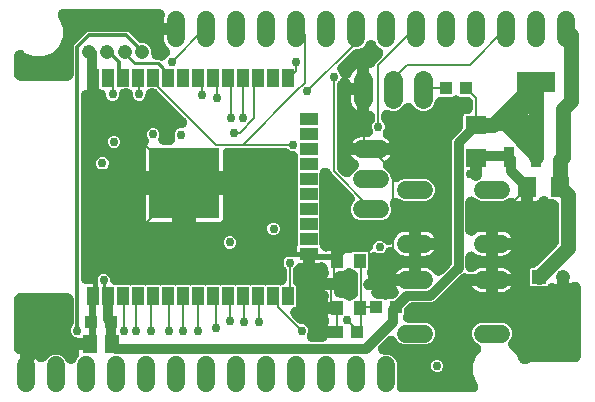
<source format=gbr>
G04 EAGLE Gerber RS-274X export*
G75*
%MOMM*%
%FSLAX34Y34*%
%LPD*%
%INTop Copper*%
%IPPOS*%
%AMOC8*
5,1,8,0,0,1.08239X$1,22.5*%
G01*
%ADD10R,1.050000X1.080000*%
%ADD11R,1.300000X1.500000*%
%ADD12R,1.600000X1.800000*%
%ADD13R,1.800000X1.600000*%
%ADD14R,0.950000X1.750000*%
%ADD15R,3.200000X1.750000*%
%ADD16R,1.208000X1.208000*%
%ADD17C,1.208000*%
%ADD18R,1.000000X1.500000*%
%ADD19R,1.500000X1.000000*%
%ADD20R,6.000000X6.000000*%
%ADD21C,1.524000*%
%ADD22R,1.000000X1.100000*%
%ADD23R,1.000000X1.250000*%
%ADD24R,0.400000X0.600000*%
%ADD25C,1.650000*%
%ADD26C,0.812800*%
%ADD27C,0.152400*%
%ADD28C,0.254000*%
%ADD29C,0.756400*%
%ADD30C,0.304800*%
%ADD31C,1.270000*%
%ADD32C,0.200000*%
%ADD33C,1.016000*%
%ADD34C,0.508000*%
%ADD35C,0.609600*%
%ADD36C,0.406400*%

G36*
X235108Y100679D02*
X235108Y100679D01*
X235353Y100690D01*
X235426Y100702D01*
X235499Y100708D01*
X235532Y100715D01*
X235684Y100744D01*
X235838Y100763D01*
X235976Y100798D01*
X235981Y100799D01*
X235989Y100801D01*
X235997Y100803D01*
X236158Y100834D01*
X236305Y100882D01*
X236455Y100920D01*
X236608Y100980D01*
X236764Y101031D01*
X236904Y101096D01*
X237048Y101153D01*
X237192Y101232D01*
X237340Y101302D01*
X237471Y101384D01*
X237607Y101459D01*
X237740Y101555D01*
X237879Y101643D01*
X237998Y101741D01*
X238124Y101832D01*
X238243Y101944D01*
X238370Y102048D01*
X238476Y102161D01*
X238589Y102267D01*
X238694Y102393D01*
X238806Y102512D01*
X238898Y102638D01*
X238997Y102757D01*
X239085Y102895D01*
X239181Y103027D01*
X239256Y103163D01*
X239340Y103294D01*
X239410Y103442D01*
X239489Y103585D01*
X239546Y103729D01*
X239613Y103869D01*
X239664Y104025D01*
X239724Y104178D01*
X239763Y104328D01*
X239812Y104475D01*
X239843Y104636D01*
X239884Y104794D01*
X239903Y104948D01*
X239933Y105100D01*
X239943Y105259D01*
X239965Y105426D01*
X239965Y105595D01*
X239975Y105754D01*
X239975Y112916D01*
X239971Y112989D01*
X239973Y113062D01*
X239951Y113307D01*
X239935Y113552D01*
X239922Y113624D01*
X239915Y113696D01*
X239862Y113936D01*
X239816Y114178D01*
X239794Y114247D01*
X239778Y114318D01*
X239695Y114550D01*
X239619Y114784D01*
X239588Y114850D01*
X239564Y114919D01*
X239453Y115138D01*
X239348Y115360D01*
X239309Y115422D01*
X239276Y115487D01*
X239139Y115691D01*
X239007Y115899D01*
X238961Y115955D01*
X238920Y116015D01*
X238767Y116189D01*
X238602Y116390D01*
X238541Y116447D01*
X238488Y116508D01*
X238001Y116994D01*
X237193Y118944D01*
X237193Y121056D01*
X238001Y123006D01*
X239494Y124499D01*
X241444Y125307D01*
X243430Y125307D01*
X243585Y125316D01*
X243740Y125316D01*
X243902Y125336D01*
X244066Y125347D01*
X244218Y125376D01*
X244372Y125395D01*
X244531Y125435D01*
X244692Y125466D01*
X244839Y125514D01*
X244989Y125552D01*
X245142Y125612D01*
X245298Y125663D01*
X245438Y125728D01*
X245582Y125785D01*
X245726Y125864D01*
X245874Y125934D01*
X246005Y126016D01*
X246141Y126091D01*
X246274Y126187D01*
X246413Y126275D01*
X246532Y126373D01*
X246658Y126464D01*
X246777Y126576D01*
X246904Y126680D01*
X247010Y126793D01*
X247123Y126899D01*
X247228Y127025D01*
X247340Y127144D01*
X247432Y127270D01*
X247531Y127389D01*
X247619Y127527D01*
X247715Y127659D01*
X247790Y127795D01*
X247874Y127926D01*
X247944Y128074D01*
X248023Y128217D01*
X248080Y128361D01*
X248147Y128501D01*
X248198Y128657D01*
X248258Y128810D01*
X248297Y128960D01*
X248346Y129107D01*
X248377Y129268D01*
X248418Y129426D01*
X248437Y129580D01*
X248467Y129732D01*
X248477Y129891D01*
X248499Y130058D01*
X248499Y130227D01*
X248509Y130386D01*
X248509Y132400D01*
X248607Y132891D01*
X248828Y133426D01*
X248890Y133522D01*
X248936Y133618D01*
X248989Y133711D01*
X249072Y133905D01*
X249163Y134097D01*
X249196Y134199D01*
X249238Y134297D01*
X249295Y134501D01*
X249362Y134703D01*
X249382Y134808D01*
X249411Y134911D01*
X249443Y135120D01*
X249483Y135328D01*
X249490Y135433D01*
X249506Y135541D01*
X249512Y135771D01*
X249525Y135982D01*
X249525Y145936D01*
X249540Y146117D01*
X249536Y146190D01*
X249540Y146263D01*
X249525Y146458D01*
X249525Y158636D01*
X249540Y158817D01*
X249536Y158890D01*
X249540Y158963D01*
X249525Y159158D01*
X249525Y171336D01*
X249540Y171519D01*
X249536Y171592D01*
X249540Y171665D01*
X249525Y171858D01*
X249525Y184034D01*
X249540Y184213D01*
X249536Y184290D01*
X249540Y184367D01*
X249525Y184560D01*
X249525Y196734D01*
X249540Y196913D01*
X249536Y196990D01*
X249540Y197067D01*
X249525Y197260D01*
X249525Y209614D01*
X249516Y209769D01*
X249516Y209924D01*
X249496Y210086D01*
X249485Y210250D01*
X249456Y210402D01*
X249437Y210556D01*
X249397Y210715D01*
X249366Y210876D01*
X249318Y211023D01*
X249280Y211173D01*
X249220Y211326D01*
X249169Y211482D01*
X249104Y211622D01*
X249047Y211766D01*
X248968Y211910D01*
X248898Y212058D01*
X248816Y212189D01*
X248741Y212325D01*
X248645Y212458D01*
X248557Y212597D01*
X248459Y212716D01*
X248368Y212842D01*
X248256Y212961D01*
X248152Y213088D01*
X248039Y213194D01*
X247933Y213307D01*
X247807Y213412D01*
X247688Y213524D01*
X247562Y213616D01*
X247443Y213715D01*
X247305Y213803D01*
X247173Y213899D01*
X247037Y213974D01*
X246906Y214058D01*
X246758Y214128D01*
X246615Y214207D01*
X246471Y214264D01*
X246331Y214331D01*
X246175Y214382D01*
X246022Y214442D01*
X245872Y214481D01*
X245725Y214530D01*
X245564Y214561D01*
X245406Y214602D01*
X245252Y214621D01*
X245100Y214651D01*
X244941Y214661D01*
X244774Y214683D01*
X244605Y214683D01*
X244446Y214693D01*
X243944Y214693D01*
X241994Y215501D01*
X241508Y215988D01*
X241453Y216036D01*
X241403Y216089D01*
X241214Y216247D01*
X241030Y216409D01*
X240969Y216450D01*
X240913Y216497D01*
X240706Y216629D01*
X240503Y216767D01*
X240438Y216800D01*
X240376Y216840D01*
X240154Y216945D01*
X239935Y217057D01*
X239867Y217081D01*
X239801Y217113D01*
X239567Y217189D01*
X239336Y217273D01*
X239265Y217289D01*
X239195Y217312D01*
X238954Y217358D01*
X238714Y217412D01*
X238641Y217419D01*
X238570Y217433D01*
X238339Y217448D01*
X238080Y217473D01*
X237996Y217470D01*
X237916Y217475D01*
X190670Y217475D01*
X190515Y217466D01*
X190360Y217466D01*
X190198Y217446D01*
X190034Y217435D01*
X189882Y217406D01*
X189728Y217387D01*
X189569Y217347D01*
X189408Y217316D01*
X189261Y217268D01*
X189111Y217230D01*
X188958Y217170D01*
X188802Y217119D01*
X188662Y217054D01*
X188518Y216997D01*
X188374Y216918D01*
X188226Y216848D01*
X188095Y216766D01*
X187959Y216691D01*
X187826Y216595D01*
X187687Y216507D01*
X187568Y216409D01*
X187442Y216318D01*
X187323Y216206D01*
X187196Y216102D01*
X187090Y215989D01*
X186977Y215883D01*
X186872Y215757D01*
X186760Y215638D01*
X186668Y215512D01*
X186569Y215393D01*
X186481Y215255D01*
X186385Y215123D01*
X186310Y214987D01*
X186226Y214856D01*
X186156Y214708D01*
X186077Y214565D01*
X186020Y214421D01*
X185953Y214281D01*
X185902Y214125D01*
X185842Y213972D01*
X185803Y213822D01*
X185754Y213675D01*
X185723Y213514D01*
X185682Y213356D01*
X185663Y213202D01*
X185633Y213050D01*
X185623Y212891D01*
X185601Y212724D01*
X185601Y212555D01*
X185591Y212396D01*
X185591Y197309D01*
X158130Y197309D01*
X157976Y197299D01*
X157821Y197300D01*
X157658Y197279D01*
X157494Y197269D01*
X157342Y197240D01*
X157188Y197221D01*
X157029Y197181D01*
X156868Y197150D01*
X156721Y197102D01*
X156571Y197064D01*
X156418Y197004D01*
X156262Y196953D01*
X156122Y196887D01*
X155978Y196831D01*
X155834Y196752D01*
X155686Y196682D01*
X155555Y196599D01*
X155419Y196525D01*
X155286Y196429D01*
X155148Y196341D01*
X155028Y196243D01*
X154903Y196152D01*
X154783Y196040D01*
X154656Y195936D01*
X154550Y195823D01*
X154437Y195717D01*
X154332Y195591D01*
X154220Y195471D01*
X154128Y195346D01*
X154029Y195227D01*
X153941Y195089D01*
X153845Y194956D01*
X153770Y194821D01*
X153686Y194690D01*
X153616Y194542D01*
X153537Y194398D01*
X153480Y194255D01*
X153413Y194115D01*
X153362Y193959D01*
X153302Y193806D01*
X153263Y193656D01*
X153215Y193509D01*
X153183Y193348D01*
X153142Y193190D01*
X153123Y193036D01*
X153093Y192884D01*
X153083Y192725D01*
X153061Y192558D01*
X153061Y192389D01*
X153051Y192230D01*
X153051Y187149D01*
X153049Y187149D01*
X153049Y192230D01*
X153039Y192384D01*
X153040Y192539D01*
X153019Y192702D01*
X153009Y192866D01*
X152980Y193018D01*
X152961Y193172D01*
X152921Y193331D01*
X152890Y193492D01*
X152842Y193639D01*
X152804Y193789D01*
X152744Y193942D01*
X152693Y194098D01*
X152627Y194238D01*
X152571Y194382D01*
X152492Y194526D01*
X152422Y194674D01*
X152339Y194805D01*
X152265Y194941D01*
X152169Y195074D01*
X152081Y195212D01*
X151983Y195332D01*
X151892Y195457D01*
X151780Y195577D01*
X151675Y195704D01*
X151563Y195810D01*
X151457Y195923D01*
X151331Y196028D01*
X151211Y196140D01*
X151086Y196232D01*
X150967Y196331D01*
X150829Y196419D01*
X150696Y196515D01*
X150561Y196590D01*
X150430Y196674D01*
X150282Y196744D01*
X150138Y196823D01*
X149995Y196880D01*
X149855Y196947D01*
X149699Y196998D01*
X149546Y197058D01*
X149396Y197097D01*
X149249Y197145D01*
X149088Y197177D01*
X148929Y197218D01*
X148776Y197237D01*
X148624Y197267D01*
X148465Y197277D01*
X148297Y197299D01*
X148129Y197299D01*
X147970Y197309D01*
X120509Y197309D01*
X120509Y217400D01*
X120607Y217891D01*
X120798Y218353D01*
X121077Y218770D01*
X121609Y219303D01*
X121712Y219419D01*
X121822Y219529D01*
X121923Y219658D01*
X122031Y219780D01*
X122118Y219909D01*
X122214Y220032D01*
X122297Y220172D01*
X122389Y220307D01*
X122460Y220446D01*
X122539Y220579D01*
X122604Y220729D01*
X122679Y220875D01*
X122731Y221021D01*
X122793Y221164D01*
X122839Y221320D01*
X122895Y221474D01*
X122929Y221626D01*
X122972Y221775D01*
X122998Y221936D01*
X123034Y222096D01*
X123049Y222251D01*
X123073Y222404D01*
X123079Y222568D01*
X123094Y222730D01*
X123090Y222886D01*
X123095Y223041D01*
X123080Y223204D01*
X123075Y223367D01*
X123051Y223521D01*
X123037Y223675D01*
X123001Y223835D01*
X122976Y223996D01*
X122933Y224146D01*
X122899Y224298D01*
X122845Y224451D01*
X122799Y224609D01*
X122737Y224751D01*
X122685Y224898D01*
X122612Y225044D01*
X122547Y225194D01*
X122468Y225327D01*
X122439Y225384D01*
X121439Y227798D01*
X121439Y229910D01*
X122247Y231860D01*
X123740Y233353D01*
X125690Y234161D01*
X127802Y234161D01*
X129752Y233353D01*
X131245Y231860D01*
X132053Y229910D01*
X132053Y227798D01*
X131603Y226714D01*
X131540Y226529D01*
X131468Y226346D01*
X131437Y226227D01*
X131397Y226111D01*
X131357Y225919D01*
X131308Y225730D01*
X131293Y225608D01*
X131268Y225487D01*
X131252Y225292D01*
X131227Y225098D01*
X131227Y224975D01*
X131217Y224852D01*
X131227Y224656D01*
X131226Y224460D01*
X131241Y224338D01*
X131247Y224216D01*
X131281Y224023D01*
X131305Y223828D01*
X131335Y223709D01*
X131356Y223588D01*
X131414Y223401D01*
X131462Y223211D01*
X131507Y223096D01*
X131543Y222979D01*
X131623Y222800D01*
X131695Y222618D01*
X131754Y222510D01*
X131805Y222398D01*
X131907Y222231D01*
X132001Y222059D01*
X132073Y221959D01*
X132137Y221854D01*
X132259Y221701D01*
X132374Y221542D01*
X132458Y221453D01*
X132535Y221356D01*
X132675Y221220D01*
X132809Y221077D01*
X132904Y220998D01*
X132992Y220912D01*
X133148Y220794D01*
X133299Y220669D01*
X133402Y220603D01*
X133501Y220529D01*
X133671Y220432D01*
X133836Y220326D01*
X133947Y220274D01*
X134054Y220213D01*
X134234Y220137D01*
X134411Y220053D01*
X134528Y220015D01*
X134642Y219968D01*
X134831Y219916D01*
X135017Y219854D01*
X135137Y219831D01*
X135256Y219798D01*
X135450Y219770D01*
X135642Y219733D01*
X135762Y219725D01*
X135887Y219707D01*
X136099Y219703D01*
X136296Y219691D01*
X140608Y219691D01*
X140803Y219703D01*
X140999Y219706D01*
X141121Y219723D01*
X141243Y219731D01*
X141436Y219767D01*
X141630Y219795D01*
X141749Y219827D01*
X141869Y219850D01*
X142056Y219910D01*
X142245Y219962D01*
X142358Y220009D01*
X142475Y220047D01*
X142653Y220130D01*
X142834Y220205D01*
X142941Y220265D01*
X143052Y220318D01*
X143217Y220422D01*
X143388Y220519D01*
X143486Y220593D01*
X143590Y220659D01*
X143741Y220783D01*
X143898Y220901D01*
X143986Y220986D01*
X144081Y221064D01*
X144216Y221207D01*
X144357Y221343D01*
X144434Y221439D01*
X144518Y221528D01*
X144633Y221687D01*
X144756Y221839D01*
X144821Y221944D01*
X144893Y222043D01*
X144988Y222215D01*
X145090Y222382D01*
X145141Y222494D01*
X145201Y222601D01*
X145273Y222783D01*
X145354Y222962D01*
X145391Y223079D01*
X145436Y223194D01*
X145485Y223383D01*
X145543Y223570D01*
X145565Y223691D01*
X145595Y223810D01*
X145620Y224005D01*
X145654Y224198D01*
X145661Y224320D01*
X145676Y224442D01*
X145677Y224638D01*
X145686Y224834D01*
X145677Y224956D01*
X145677Y225080D01*
X145653Y225274D01*
X145638Y225469D01*
X145614Y225589D01*
X145599Y225712D01*
X145550Y225902D01*
X145511Y226094D01*
X145473Y226207D01*
X145442Y226329D01*
X145364Y226527D01*
X145300Y226714D01*
X145061Y227290D01*
X145061Y229402D01*
X145869Y231352D01*
X147362Y232845D01*
X149312Y233653D01*
X150514Y233653D01*
X150751Y233668D01*
X150987Y233675D01*
X151068Y233688D01*
X151150Y233693D01*
X151383Y233737D01*
X151617Y233774D01*
X151696Y233797D01*
X151776Y233812D01*
X152001Y233885D01*
X152229Y233951D01*
X152304Y233983D01*
X152382Y234009D01*
X152596Y234109D01*
X152814Y234203D01*
X152885Y234245D01*
X152959Y234280D01*
X153158Y234406D01*
X153363Y234527D01*
X153428Y234577D01*
X153497Y234621D01*
X153679Y234771D01*
X153867Y234916D01*
X153925Y234974D01*
X153988Y235026D01*
X154150Y235199D01*
X154318Y235366D01*
X154369Y235431D01*
X154425Y235490D01*
X154564Y235682D01*
X154710Y235869D01*
X154752Y235939D01*
X154800Y236005D01*
X154914Y236213D01*
X155035Y236416D01*
X155068Y236491D01*
X155107Y236563D01*
X155195Y236784D01*
X155289Y237001D01*
X155312Y237079D01*
X155343Y237156D01*
X155402Y237385D01*
X155469Y237612D01*
X155482Y237693D01*
X155502Y237772D01*
X155532Y238007D01*
X155570Y238241D01*
X155573Y238323D01*
X155583Y238404D01*
X155583Y238641D01*
X155592Y238878D01*
X155584Y238959D01*
X155584Y239042D01*
X155555Y239277D01*
X155533Y239512D01*
X155516Y239592D01*
X155506Y239674D01*
X155447Y239904D01*
X155396Y240134D01*
X155369Y240212D01*
X155348Y240291D01*
X155262Y240512D01*
X155182Y240735D01*
X155145Y240808D01*
X155115Y240884D01*
X155001Y241093D01*
X154895Y241303D01*
X154849Y241371D01*
X154810Y241443D01*
X154671Y241635D01*
X154538Y241831D01*
X154485Y241892D01*
X154436Y241960D01*
X154259Y242150D01*
X154106Y242324D01*
X130292Y266138D01*
X130237Y266186D01*
X130187Y266239D01*
X129998Y266397D01*
X129814Y266559D01*
X129754Y266600D01*
X129698Y266647D01*
X129490Y266779D01*
X129287Y266917D01*
X129222Y266950D01*
X129161Y266990D01*
X128939Y267095D01*
X128720Y267207D01*
X128651Y267231D01*
X128585Y267263D01*
X128351Y267339D01*
X128120Y267423D01*
X128049Y267439D01*
X127980Y267462D01*
X127738Y267508D01*
X127498Y267562D01*
X127426Y267569D01*
X127354Y267583D01*
X127123Y267598D01*
X126864Y267623D01*
X126781Y267620D01*
X126700Y267625D01*
X125386Y267625D01*
X125231Y267616D01*
X125076Y267616D01*
X124914Y267596D01*
X124750Y267585D01*
X124598Y267556D01*
X124444Y267537D01*
X124285Y267497D01*
X124124Y267466D01*
X123977Y267418D01*
X123827Y267380D01*
X123674Y267320D01*
X123518Y267269D01*
X123378Y267204D01*
X123234Y267147D01*
X123090Y267068D01*
X122942Y266998D01*
X122811Y266916D01*
X122675Y266841D01*
X122542Y266745D01*
X122403Y266657D01*
X122284Y266559D01*
X122158Y266468D01*
X122039Y266356D01*
X121912Y266252D01*
X121806Y266139D01*
X121693Y266033D01*
X121588Y265907D01*
X121476Y265788D01*
X121384Y265662D01*
X121285Y265543D01*
X121197Y265405D01*
X121101Y265273D01*
X121026Y265137D01*
X120942Y265006D01*
X120872Y264858D01*
X120793Y264715D01*
X120736Y264571D01*
X120669Y264431D01*
X120618Y264275D01*
X120558Y264122D01*
X120519Y263972D01*
X120470Y263825D01*
X120439Y263664D01*
X120398Y263506D01*
X120379Y263352D01*
X120349Y263200D01*
X120339Y263041D01*
X120317Y262874D01*
X120317Y262705D01*
X120307Y262546D01*
X120307Y261444D01*
X119499Y259494D01*
X118006Y258001D01*
X116056Y257193D01*
X113944Y257193D01*
X111994Y258001D01*
X110501Y259494D01*
X109693Y261444D01*
X109693Y262546D01*
X109684Y262701D01*
X109684Y262856D01*
X109664Y263018D01*
X109653Y263182D01*
X109624Y263334D01*
X109605Y263488D01*
X109565Y263647D01*
X109534Y263808D01*
X109486Y263955D01*
X109448Y264105D01*
X109388Y264258D01*
X109337Y264414D01*
X109272Y264554D01*
X109215Y264698D01*
X109136Y264842D01*
X109066Y264990D01*
X108984Y265121D01*
X108909Y265257D01*
X108813Y265390D01*
X108725Y265529D01*
X108627Y265648D01*
X108536Y265774D01*
X108424Y265893D01*
X108320Y266020D01*
X108207Y266126D01*
X108101Y266239D01*
X107975Y266344D01*
X107856Y266456D01*
X107730Y266548D01*
X107611Y266647D01*
X107473Y266735D01*
X107341Y266831D01*
X107205Y266906D01*
X107074Y266990D01*
X106926Y267060D01*
X106783Y267139D01*
X106639Y267196D01*
X106499Y267263D01*
X106343Y267314D01*
X106190Y267374D01*
X106040Y267413D01*
X105893Y267462D01*
X105732Y267493D01*
X105574Y267534D01*
X105420Y267553D01*
X105268Y267583D01*
X105109Y267593D01*
X104942Y267615D01*
X104773Y267615D01*
X104614Y267625D01*
X102886Y267625D01*
X102731Y267616D01*
X102576Y267616D01*
X102414Y267596D01*
X102250Y267585D01*
X102098Y267556D01*
X101944Y267537D01*
X101785Y267497D01*
X101624Y267466D01*
X101477Y267418D01*
X101327Y267380D01*
X101174Y267320D01*
X101018Y267269D01*
X100878Y267204D01*
X100734Y267147D01*
X100590Y267068D01*
X100442Y266998D01*
X100311Y266916D01*
X100175Y266841D01*
X100042Y266745D01*
X99903Y266657D01*
X99784Y266559D01*
X99658Y266468D01*
X99539Y266356D01*
X99412Y266252D01*
X99306Y266139D01*
X99193Y266033D01*
X99088Y265907D01*
X98976Y265788D01*
X98884Y265662D01*
X98785Y265543D01*
X98697Y265405D01*
X98601Y265273D01*
X98526Y265137D01*
X98442Y265006D01*
X98372Y264858D01*
X98293Y264715D01*
X98236Y264571D01*
X98169Y264431D01*
X98118Y264275D01*
X98058Y264122D01*
X98019Y263972D01*
X97970Y263825D01*
X97939Y263664D01*
X97898Y263506D01*
X97879Y263352D01*
X97849Y263200D01*
X97839Y263041D01*
X97817Y262874D01*
X97817Y262705D01*
X97807Y262546D01*
X97807Y261444D01*
X96999Y259494D01*
X95506Y258001D01*
X93556Y257193D01*
X91444Y257193D01*
X89494Y258001D01*
X88001Y259494D01*
X87193Y261444D01*
X87193Y261592D01*
X87192Y261608D01*
X87193Y261625D01*
X87172Y261927D01*
X87153Y262228D01*
X87150Y262244D01*
X87149Y262260D01*
X87091Y262557D01*
X87034Y262854D01*
X87029Y262870D01*
X87026Y262885D01*
X86931Y263171D01*
X86837Y263460D01*
X86830Y263475D01*
X86825Y263490D01*
X86696Y263761D01*
X86566Y264037D01*
X86558Y264050D01*
X86551Y264065D01*
X86387Y264319D01*
X86225Y264575D01*
X86215Y264587D01*
X86206Y264601D01*
X86013Y264832D01*
X85820Y265066D01*
X85808Y265077D01*
X85798Y265090D01*
X85576Y265295D01*
X85356Y265503D01*
X85343Y265512D01*
X85331Y265523D01*
X85086Y265699D01*
X84841Y265878D01*
X84826Y265886D01*
X84813Y265895D01*
X84547Y266040D01*
X84283Y266185D01*
X84268Y266191D01*
X84253Y266199D01*
X83969Y266310D01*
X83690Y266421D01*
X83675Y266425D01*
X83660Y266431D01*
X83366Y266505D01*
X83074Y266580D01*
X83058Y266582D01*
X83042Y266586D01*
X82743Y266623D01*
X82442Y266661D01*
X82425Y266661D01*
X82410Y266663D01*
X82107Y266662D01*
X81804Y266662D01*
X81788Y266660D01*
X81772Y266660D01*
X81540Y266629D01*
X81379Y266609D01*
X81129Y266609D01*
X81129Y276650D01*
X81120Y276804D01*
X81120Y276959D01*
X81100Y277122D01*
X81089Y277286D01*
X81060Y277437D01*
X81041Y277591D01*
X81001Y277751D01*
X80970Y277911D01*
X80922Y278059D01*
X80884Y278209D01*
X80824Y278361D01*
X80774Y278517D01*
X80708Y278658D01*
X80651Y278802D01*
X80572Y278946D01*
X80503Y279094D01*
X80420Y279225D01*
X80345Y279361D01*
X80249Y279494D01*
X80161Y279632D01*
X80063Y279752D01*
X79972Y279877D01*
X79860Y279997D01*
X79756Y280123D01*
X79643Y280230D01*
X79537Y280343D01*
X79411Y280448D01*
X79292Y280560D01*
X79166Y280651D01*
X79047Y280750D01*
X78909Y280839D01*
X78777Y280935D01*
X78641Y281010D01*
X78510Y281093D01*
X78362Y281164D01*
X78219Y281243D01*
X78075Y281300D01*
X77935Y281366D01*
X77779Y281418D01*
X77627Y281478D01*
X77477Y281517D01*
X77329Y281565D01*
X77169Y281596D01*
X77010Y281637D01*
X76856Y281657D01*
X76704Y281687D01*
X76545Y281697D01*
X76378Y281718D01*
X76209Y281719D01*
X76050Y281729D01*
X75895Y281719D01*
X75741Y281719D01*
X75740Y281719D01*
X75577Y281699D01*
X75414Y281689D01*
X75262Y281660D01*
X75108Y281641D01*
X74949Y281600D01*
X74788Y281570D01*
X74641Y281522D01*
X74491Y281484D01*
X74338Y281424D01*
X74182Y281373D01*
X74042Y281307D01*
X73898Y281250D01*
X73754Y281172D01*
X73605Y281102D01*
X73475Y281019D01*
X73339Y280945D01*
X73206Y280849D01*
X73067Y280761D01*
X72948Y280662D01*
X72822Y280572D01*
X72702Y280460D01*
X72576Y280355D01*
X72470Y280242D01*
X72357Y280137D01*
X72252Y280011D01*
X72139Y279891D01*
X72048Y279766D01*
X71949Y279647D01*
X71861Y279509D01*
X71764Y279376D01*
X71690Y279241D01*
X71606Y279110D01*
X71536Y278962D01*
X71457Y278818D01*
X71400Y278674D01*
X71333Y278534D01*
X71282Y278378D01*
X71221Y278226D01*
X71183Y278076D01*
X71134Y277929D01*
X71103Y277768D01*
X71062Y277609D01*
X71042Y277456D01*
X71013Y277304D01*
X71003Y277145D01*
X70981Y276977D01*
X70981Y276809D01*
X70971Y276650D01*
X70971Y266609D01*
X70702Y266609D01*
X70547Y266600D01*
X70392Y266600D01*
X70230Y266580D01*
X70066Y266569D01*
X69914Y266540D01*
X69760Y266521D01*
X69601Y266481D01*
X69440Y266450D01*
X69293Y266402D01*
X69143Y266364D01*
X68990Y266304D01*
X68834Y266253D01*
X68694Y266188D01*
X68550Y266131D01*
X68406Y266052D01*
X68258Y265982D01*
X68127Y265900D01*
X67991Y265825D01*
X67858Y265729D01*
X67719Y265641D01*
X67600Y265543D01*
X67474Y265452D01*
X67355Y265340D01*
X67228Y265236D01*
X67122Y265123D01*
X67009Y265017D01*
X66904Y264891D01*
X66792Y264772D01*
X66700Y264646D01*
X66601Y264527D01*
X66513Y264389D01*
X66417Y264257D01*
X66342Y264121D01*
X66258Y263990D01*
X66188Y263842D01*
X66109Y263699D01*
X66052Y263555D01*
X65985Y263415D01*
X65934Y263259D01*
X65874Y263106D01*
X65835Y262956D01*
X65786Y262809D01*
X65755Y262648D01*
X65714Y262490D01*
X65695Y262336D01*
X65665Y262184D01*
X65655Y262025D01*
X65633Y261858D01*
X65633Y261689D01*
X65623Y261530D01*
X65623Y106770D01*
X65632Y106615D01*
X65632Y106460D01*
X65652Y106298D01*
X65663Y106134D01*
X65692Y105982D01*
X65711Y105828D01*
X65751Y105669D01*
X65782Y105508D01*
X65830Y105361D01*
X65868Y105211D01*
X65928Y105058D01*
X65979Y104902D01*
X66044Y104762D01*
X66101Y104618D01*
X66180Y104474D01*
X66250Y104326D01*
X66332Y104195D01*
X66407Y104059D01*
X66503Y103926D01*
X66591Y103787D01*
X66689Y103668D01*
X66780Y103542D01*
X66892Y103423D01*
X66996Y103296D01*
X67109Y103190D01*
X67215Y103077D01*
X67341Y102972D01*
X67460Y102860D01*
X67586Y102768D01*
X67705Y102669D01*
X67843Y102581D01*
X67975Y102485D01*
X68111Y102410D01*
X68242Y102326D01*
X68390Y102256D01*
X68533Y102177D01*
X68677Y102120D01*
X68817Y102053D01*
X68973Y102002D01*
X69126Y101942D01*
X69276Y101903D01*
X69423Y101854D01*
X69584Y101823D01*
X69742Y101782D01*
X69896Y101763D01*
X70048Y101733D01*
X70207Y101723D01*
X70374Y101701D01*
X70543Y101701D01*
X70702Y101691D01*
X74614Y101691D01*
X74769Y101700D01*
X74924Y101700D01*
X75086Y101720D01*
X75250Y101731D01*
X75402Y101760D01*
X75556Y101779D01*
X75715Y101819D01*
X75876Y101850D01*
X76023Y101898D01*
X76173Y101936D01*
X76326Y101996D01*
X76482Y102047D01*
X76622Y102112D01*
X76766Y102169D01*
X76910Y102248D01*
X77058Y102318D01*
X77189Y102400D01*
X77325Y102475D01*
X77458Y102571D01*
X77597Y102659D01*
X77716Y102757D01*
X77842Y102848D01*
X77961Y102960D01*
X78088Y103064D01*
X78194Y103177D01*
X78307Y103283D01*
X78412Y103409D01*
X78524Y103528D01*
X78616Y103654D01*
X78715Y103773D01*
X78803Y103911D01*
X78899Y104043D01*
X78974Y104179D01*
X79058Y104310D01*
X79128Y104458D01*
X79207Y104601D01*
X79264Y104745D01*
X79331Y104885D01*
X79382Y105041D01*
X79442Y105194D01*
X79481Y105344D01*
X79530Y105491D01*
X79561Y105652D01*
X79602Y105810D01*
X79606Y105846D01*
X80501Y108006D01*
X81994Y109499D01*
X83944Y110307D01*
X86056Y110307D01*
X88006Y109499D01*
X89499Y108006D01*
X90307Y106056D01*
X90307Y105754D01*
X90316Y105599D01*
X90316Y105444D01*
X90336Y105282D01*
X90347Y105118D01*
X90376Y104966D01*
X90395Y104812D01*
X90435Y104653D01*
X90466Y104492D01*
X90514Y104345D01*
X90552Y104195D01*
X90612Y104042D01*
X90663Y103886D01*
X90728Y103746D01*
X90785Y103602D01*
X90864Y103458D01*
X90934Y103310D01*
X91016Y103179D01*
X91091Y103043D01*
X91187Y102910D01*
X91275Y102771D01*
X91373Y102652D01*
X91464Y102526D01*
X91576Y102407D01*
X91680Y102280D01*
X91793Y102174D01*
X91899Y102061D01*
X92025Y101956D01*
X92144Y101844D01*
X92270Y101752D01*
X92389Y101653D01*
X92527Y101565D01*
X92659Y101469D01*
X92795Y101394D01*
X92926Y101310D01*
X93074Y101240D01*
X93217Y101161D01*
X93361Y101104D01*
X93501Y101037D01*
X93657Y100986D01*
X93810Y100926D01*
X93960Y100887D01*
X94107Y100838D01*
X94268Y100807D01*
X94426Y100766D01*
X94580Y100747D01*
X94732Y100717D01*
X94891Y100707D01*
X95058Y100685D01*
X95227Y100685D01*
X95386Y100675D01*
X107536Y100675D01*
X107717Y100660D01*
X107790Y100664D01*
X107863Y100660D01*
X108058Y100675D01*
X120236Y100675D01*
X120417Y100660D01*
X120490Y100664D01*
X120563Y100660D01*
X120758Y100675D01*
X132936Y100675D01*
X133117Y100660D01*
X133190Y100664D01*
X133263Y100660D01*
X133458Y100675D01*
X145636Y100675D01*
X145817Y100660D01*
X145890Y100664D01*
X145963Y100660D01*
X146158Y100675D01*
X158336Y100675D01*
X158517Y100660D01*
X158590Y100664D01*
X158663Y100660D01*
X158858Y100675D01*
X171036Y100675D01*
X171217Y100660D01*
X171290Y100664D01*
X171363Y100660D01*
X171558Y100675D01*
X183736Y100675D01*
X183917Y100660D01*
X183990Y100664D01*
X184063Y100660D01*
X184258Y100675D01*
X196436Y100675D01*
X196617Y100660D01*
X196690Y100664D01*
X196763Y100660D01*
X196958Y100675D01*
X209136Y100675D01*
X209317Y100660D01*
X209390Y100664D01*
X209463Y100660D01*
X209658Y100675D01*
X221836Y100675D01*
X222017Y100660D01*
X222090Y100664D01*
X222163Y100660D01*
X222358Y100675D01*
X234536Y100675D01*
X234717Y100660D01*
X234790Y100664D01*
X234863Y100660D01*
X235108Y100679D01*
G37*
G36*
X397302Y10176D02*
X397302Y10176D01*
X397538Y10183D01*
X397619Y10196D01*
X397701Y10201D01*
X397934Y10245D01*
X398168Y10282D01*
X398247Y10305D01*
X398327Y10320D01*
X398552Y10393D01*
X398780Y10459D01*
X398855Y10491D01*
X398933Y10517D01*
X399148Y10617D01*
X399365Y10711D01*
X399436Y10753D01*
X399510Y10788D01*
X399710Y10914D01*
X399914Y11035D01*
X399979Y11085D01*
X400048Y11129D01*
X400231Y11280D01*
X400418Y11424D01*
X400476Y11482D01*
X400539Y11534D01*
X400702Y11707D01*
X400869Y11874D01*
X400920Y11939D01*
X400976Y11998D01*
X401115Y12190D01*
X401261Y12377D01*
X401303Y12447D01*
X401351Y12513D01*
X401465Y12721D01*
X401586Y12925D01*
X401619Y13000D01*
X401658Y13071D01*
X401746Y13291D01*
X401840Y13509D01*
X401863Y13587D01*
X401894Y13664D01*
X401953Y13893D01*
X402020Y14120D01*
X402033Y14201D01*
X402053Y14280D01*
X402083Y14516D01*
X402121Y14749D01*
X402124Y14831D01*
X402134Y14912D01*
X402134Y15150D01*
X402142Y15386D01*
X402135Y15468D01*
X402135Y15550D01*
X402106Y15785D01*
X402084Y16020D01*
X402067Y16100D01*
X402057Y16182D01*
X401998Y16411D01*
X401947Y16643D01*
X401920Y16720D01*
X401899Y16799D01*
X401813Y17020D01*
X401733Y17243D01*
X401696Y17316D01*
X401666Y17392D01*
X401552Y17600D01*
X401446Y17811D01*
X401400Y17879D01*
X401360Y17951D01*
X401222Y18143D01*
X401089Y18339D01*
X401036Y18400D01*
X400987Y18468D01*
X400929Y18529D01*
X397839Y25990D01*
X397839Y34010D01*
X400909Y41420D01*
X403092Y43604D01*
X403222Y43751D01*
X403358Y43891D01*
X403432Y43990D01*
X403514Y44082D01*
X403624Y44244D01*
X403742Y44400D01*
X403803Y44507D01*
X403872Y44609D01*
X403961Y44783D01*
X404058Y44953D01*
X404105Y45067D01*
X404161Y45176D01*
X404228Y45360D01*
X404303Y45541D01*
X404336Y45660D01*
X404377Y45776D01*
X404420Y45966D01*
X404472Y46155D01*
X404490Y46277D01*
X404517Y46397D01*
X404535Y46592D01*
X404563Y46786D01*
X404566Y46909D01*
X404577Y47032D01*
X404571Y47227D01*
X404575Y47423D01*
X404562Y47546D01*
X404558Y47668D01*
X404528Y47862D01*
X404506Y48057D01*
X404478Y48176D01*
X404459Y48298D01*
X404405Y48486D01*
X404359Y48676D01*
X404316Y48792D01*
X404282Y48910D01*
X404204Y49090D01*
X404136Y49273D01*
X404078Y49382D01*
X404030Y49495D01*
X403930Y49664D01*
X403839Y49837D01*
X403769Y49938D01*
X403706Y50044D01*
X403586Y50199D01*
X403474Y50359D01*
X403392Y50451D01*
X403316Y50548D01*
X403178Y50687D01*
X403047Y50832D01*
X402954Y50912D01*
X402867Y50999D01*
X402712Y51120D01*
X402564Y51247D01*
X402461Y51315D01*
X402364Y51391D01*
X402196Y51491D01*
X402032Y51599D01*
X401925Y51652D01*
X401816Y51716D01*
X401621Y51801D01*
X401444Y51888D01*
X400712Y52191D01*
X398139Y54764D01*
X396747Y58125D01*
X396747Y61763D01*
X398139Y65124D01*
X400712Y67697D01*
X404073Y69089D01*
X422951Y69089D01*
X426312Y67697D01*
X428885Y65124D01*
X430277Y61763D01*
X430277Y58125D01*
X428882Y54758D01*
X428805Y54671D01*
X428695Y54562D01*
X428595Y54432D01*
X428486Y54309D01*
X428399Y54181D01*
X428304Y54059D01*
X428220Y53918D01*
X428128Y53782D01*
X428058Y53644D01*
X427978Y53511D01*
X427913Y53361D01*
X427839Y53215D01*
X427786Y53069D01*
X427724Y52927D01*
X427678Y52770D01*
X427622Y52615D01*
X427589Y52464D01*
X427545Y52315D01*
X427519Y52154D01*
X427483Y51994D01*
X427468Y51840D01*
X427444Y51686D01*
X427438Y51522D01*
X427423Y51359D01*
X427427Y51205D01*
X427422Y51050D01*
X427437Y50886D01*
X427442Y50723D01*
X427466Y50570D01*
X427480Y50415D01*
X427516Y50255D01*
X427541Y50093D01*
X427584Y49944D01*
X427617Y49793D01*
X427672Y49639D01*
X427718Y49481D01*
X427779Y49339D01*
X427831Y49193D01*
X427905Y49046D01*
X427970Y48896D01*
X428049Y48763D01*
X428119Y48624D01*
X428210Y48489D01*
X428294Y48347D01*
X428389Y48224D01*
X428475Y48096D01*
X428580Y47976D01*
X428683Y47843D01*
X428802Y47724D01*
X428908Y47604D01*
X435091Y41420D01*
X436960Y36909D01*
X437028Y36770D01*
X437087Y36626D01*
X437168Y36484D01*
X437240Y36336D01*
X437326Y36207D01*
X437402Y36072D01*
X437500Y35941D01*
X437590Y35804D01*
X437691Y35686D01*
X437783Y35562D01*
X437897Y35444D01*
X438004Y35319D01*
X438118Y35215D01*
X438226Y35103D01*
X438353Y35001D01*
X438475Y34890D01*
X438602Y34801D01*
X438722Y34704D01*
X438861Y34618D01*
X438996Y34523D01*
X439133Y34451D01*
X439265Y34370D01*
X439414Y34302D01*
X439559Y34225D01*
X439704Y34170D01*
X439845Y34106D01*
X440001Y34057D01*
X440154Y33999D01*
X440305Y33963D01*
X440453Y33917D01*
X440614Y33888D01*
X440774Y33850D01*
X440928Y33832D01*
X441080Y33805D01*
X441244Y33797D01*
X441407Y33779D01*
X441562Y33781D01*
X441717Y33773D01*
X441880Y33786D01*
X442044Y33788D01*
X442197Y33810D01*
X442352Y33821D01*
X442513Y33854D01*
X442675Y33877D01*
X442825Y33918D01*
X442976Y33949D01*
X443127Y34000D01*
X443290Y34044D01*
X443446Y34108D01*
X443597Y34160D01*
X446979Y35561D01*
X483760Y35561D01*
X483915Y35570D01*
X484070Y35570D01*
X484232Y35590D01*
X484396Y35601D01*
X484548Y35630D01*
X484702Y35649D01*
X484861Y35689D01*
X485022Y35720D01*
X485169Y35768D01*
X485319Y35806D01*
X485472Y35866D01*
X485628Y35917D01*
X485768Y35982D01*
X485912Y36039D01*
X486056Y36118D01*
X486204Y36188D01*
X486335Y36270D01*
X486471Y36345D01*
X486604Y36441D01*
X486743Y36529D01*
X486862Y36627D01*
X486988Y36718D01*
X487107Y36830D01*
X487234Y36934D01*
X487340Y37047D01*
X487453Y37153D01*
X487558Y37279D01*
X487670Y37398D01*
X487762Y37524D01*
X487861Y37643D01*
X487949Y37781D01*
X488045Y37913D01*
X488120Y38049D01*
X488204Y38180D01*
X488274Y38328D01*
X488353Y38471D01*
X488410Y38615D01*
X488477Y38755D01*
X488528Y38911D01*
X488588Y39064D01*
X488627Y39214D01*
X488676Y39361D01*
X488707Y39522D01*
X488748Y39680D01*
X488767Y39834D01*
X488797Y39986D01*
X488807Y40145D01*
X488829Y40312D01*
X488829Y40481D01*
X488839Y40640D01*
X488839Y98842D01*
X488824Y99078D01*
X488817Y99315D01*
X488804Y99396D01*
X488799Y99478D01*
X488755Y99709D01*
X488718Y99944D01*
X488695Y100023D01*
X488680Y100104D01*
X488607Y100329D01*
X488541Y100556D01*
X488509Y100632D01*
X488483Y100710D01*
X488383Y100924D01*
X488289Y101141D01*
X488247Y101212D01*
X488212Y101286D01*
X488086Y101486D01*
X487965Y101690D01*
X487915Y101755D01*
X487871Y101824D01*
X487721Y102007D01*
X487576Y102194D01*
X487518Y102253D01*
X487466Y102316D01*
X487293Y102478D01*
X487126Y102646D01*
X487061Y102696D01*
X487002Y102752D01*
X486810Y102892D01*
X486623Y103037D01*
X486553Y103079D01*
X486487Y103127D01*
X486279Y103242D01*
X486076Y103363D01*
X486000Y103395D01*
X485929Y103435D01*
X485709Y103522D01*
X485491Y103617D01*
X485413Y103640D01*
X485336Y103670D01*
X485108Y103729D01*
X484880Y103796D01*
X484799Y103809D01*
X484720Y103830D01*
X484485Y103860D01*
X484251Y103897D01*
X484169Y103900D01*
X484088Y103911D01*
X483851Y103911D01*
X483614Y103919D01*
X483533Y103912D01*
X483450Y103912D01*
X483216Y103882D01*
X482980Y103861D01*
X482900Y103843D01*
X482818Y103833D01*
X482589Y103775D01*
X482358Y103724D01*
X482280Y103696D01*
X482201Y103676D01*
X481980Y103589D01*
X481757Y103510D01*
X481684Y103473D01*
X481608Y103443D01*
X481399Y103329D01*
X481189Y103222D01*
X481121Y103176D01*
X481049Y103137D01*
X480857Y102998D01*
X480661Y102866D01*
X480600Y102813D01*
X480532Y102764D01*
X480343Y102586D01*
X480168Y102433D01*
X479140Y101405D01*
X478629Y101034D01*
X478629Y107950D01*
X478620Y108104D01*
X478620Y108259D01*
X478600Y108422D01*
X478589Y108586D01*
X478560Y108737D01*
X478541Y108891D01*
X478501Y109051D01*
X478470Y109211D01*
X478422Y109359D01*
X478384Y109509D01*
X478324Y109661D01*
X478274Y109817D01*
X478208Y109958D01*
X478151Y110102D01*
X478072Y110246D01*
X478003Y110394D01*
X477920Y110525D01*
X477845Y110661D01*
X477749Y110794D01*
X477661Y110932D01*
X477563Y111052D01*
X477472Y111177D01*
X477360Y111297D01*
X477256Y111423D01*
X477143Y111530D01*
X477037Y111643D01*
X476911Y111748D01*
X476792Y111860D01*
X476666Y111951D01*
X476547Y112050D01*
X476409Y112139D01*
X476277Y112235D01*
X476141Y112310D01*
X476010Y112393D01*
X475862Y112464D01*
X475719Y112543D01*
X475575Y112600D01*
X475435Y112666D01*
X475279Y112718D01*
X475127Y112778D01*
X474977Y112817D01*
X474829Y112865D01*
X474669Y112896D01*
X474510Y112937D01*
X474356Y112957D01*
X474204Y112987D01*
X474045Y112997D01*
X473878Y113018D01*
X473709Y113019D01*
X473550Y113029D01*
X473395Y113019D01*
X473241Y113019D01*
X473240Y113019D01*
X473077Y112999D01*
X472914Y112989D01*
X472762Y112960D01*
X472608Y112941D01*
X472449Y112900D01*
X472288Y112870D01*
X472141Y112822D01*
X471991Y112784D01*
X471838Y112724D01*
X471682Y112673D01*
X471542Y112607D01*
X471398Y112550D01*
X471254Y112472D01*
X471105Y112402D01*
X470975Y112319D01*
X470839Y112245D01*
X470706Y112149D01*
X470567Y112061D01*
X470448Y111962D01*
X470322Y111872D01*
X470202Y111760D01*
X470076Y111655D01*
X469970Y111542D01*
X469857Y111437D01*
X469752Y111311D01*
X469639Y111191D01*
X469548Y111066D01*
X469449Y110947D01*
X469361Y110809D01*
X469264Y110676D01*
X469190Y110541D01*
X469106Y110410D01*
X469036Y110262D01*
X468957Y110118D01*
X468900Y109974D01*
X468833Y109834D01*
X468782Y109678D01*
X468721Y109526D01*
X468683Y109376D01*
X468634Y109229D01*
X468603Y109068D01*
X468562Y108909D01*
X468542Y108756D01*
X468513Y108604D01*
X468503Y108445D01*
X468481Y108277D01*
X468481Y108109D01*
X468471Y107950D01*
X468471Y101034D01*
X467784Y101533D01*
X467716Y101593D01*
X467587Y101681D01*
X467464Y101777D01*
X467324Y101860D01*
X467189Y101952D01*
X467050Y102022D01*
X466916Y102102D01*
X466767Y102167D01*
X466621Y102241D01*
X466475Y102294D01*
X466332Y102356D01*
X466175Y102402D01*
X466022Y102458D01*
X465870Y102492D01*
X465721Y102535D01*
X465559Y102561D01*
X465400Y102597D01*
X465245Y102612D01*
X465092Y102637D01*
X464929Y102642D01*
X464766Y102658D01*
X464610Y102653D01*
X464455Y102658D01*
X464292Y102644D01*
X464129Y102639D01*
X463975Y102614D01*
X463820Y102600D01*
X463661Y102565D01*
X463500Y102540D01*
X463350Y102497D01*
X463198Y102463D01*
X463045Y102408D01*
X462888Y102363D01*
X462744Y102301D01*
X462598Y102249D01*
X462453Y102176D01*
X462303Y102111D01*
X462168Y102032D01*
X462029Y101962D01*
X461894Y101870D01*
X461754Y101788D01*
X461630Y101692D01*
X461501Y101605D01*
X461382Y101500D01*
X461249Y101398D01*
X461129Y101279D01*
X461009Y101173D01*
X460454Y100617D01*
X459893Y100385D01*
X456875Y100385D01*
X456843Y100383D01*
X456811Y100385D01*
X456525Y100363D01*
X456239Y100345D01*
X456208Y100339D01*
X456176Y100337D01*
X455894Y100280D01*
X455613Y100226D01*
X455583Y100216D01*
X455552Y100210D01*
X455314Y100129D01*
X455149Y100075D01*
X451949Y100075D01*
X451837Y100112D01*
X451566Y100205D01*
X451535Y100212D01*
X451504Y100222D01*
X451222Y100276D01*
X450942Y100334D01*
X450910Y100337D01*
X450879Y100343D01*
X450628Y100359D01*
X450307Y100385D01*
X450265Y100383D01*
X450225Y100385D01*
X447207Y100385D01*
X446646Y100617D01*
X446217Y101046D01*
X445985Y101607D01*
X445985Y104625D01*
X445983Y104657D01*
X445985Y104689D01*
X445963Y104975D01*
X445945Y105261D01*
X445939Y105292D01*
X445937Y105324D01*
X445880Y105606D01*
X445826Y105887D01*
X445816Y105917D01*
X445810Y105948D01*
X445729Y106186D01*
X445675Y106351D01*
X445675Y109551D01*
X445712Y109663D01*
X445805Y109934D01*
X445812Y109965D01*
X445822Y109996D01*
X445876Y110277D01*
X445934Y110558D01*
X445937Y110590D01*
X445943Y110621D01*
X445959Y110872D01*
X445985Y111193D01*
X445983Y111235D01*
X445985Y111275D01*
X445985Y114293D01*
X446217Y114854D01*
X446646Y115283D01*
X447207Y115515D01*
X447874Y115515D01*
X447947Y115519D01*
X448020Y115517D01*
X448265Y115539D01*
X448510Y115555D01*
X448582Y115568D01*
X448655Y115575D01*
X448895Y115628D01*
X449136Y115674D01*
X449206Y115697D01*
X449277Y115712D01*
X449508Y115795D01*
X449742Y115871D01*
X449808Y115902D01*
X449877Y115926D01*
X450096Y116037D01*
X450319Y116142D01*
X450380Y116181D01*
X450445Y116214D01*
X450649Y116351D01*
X450857Y116483D01*
X450913Y116529D01*
X450974Y116570D01*
X451147Y116723D01*
X451348Y116888D01*
X451405Y116949D01*
X451466Y117002D01*
X468920Y134456D01*
X468968Y134511D01*
X469021Y134561D01*
X469179Y134750D01*
X469341Y134934D01*
X469382Y134994D01*
X469429Y135051D01*
X469561Y135258D01*
X469699Y135461D01*
X469732Y135526D01*
X469772Y135587D01*
X469877Y135809D01*
X469989Y136029D01*
X470013Y136097D01*
X470045Y136163D01*
X470121Y136397D01*
X470205Y136628D01*
X470221Y136699D01*
X470244Y136768D01*
X470290Y137010D01*
X470344Y137250D01*
X470351Y137322D01*
X470365Y137394D01*
X470380Y137625D01*
X470405Y137884D01*
X470402Y137967D01*
X470407Y138048D01*
X470407Y168546D01*
X470398Y168701D01*
X470398Y168856D01*
X470378Y169018D01*
X470367Y169182D01*
X470338Y169334D01*
X470319Y169488D01*
X470279Y169647D01*
X470248Y169808D01*
X470200Y169955D01*
X470162Y170105D01*
X470102Y170258D01*
X470051Y170414D01*
X469986Y170554D01*
X469929Y170698D01*
X469850Y170842D01*
X469780Y170990D01*
X469698Y171121D01*
X469623Y171257D01*
X469527Y171390D01*
X469439Y171529D01*
X469341Y171648D01*
X469250Y171774D01*
X469138Y171893D01*
X469034Y172020D01*
X468921Y172126D01*
X468815Y172239D01*
X468689Y172344D01*
X468570Y172456D01*
X468444Y172548D01*
X468325Y172647D01*
X468187Y172735D01*
X468055Y172831D01*
X467919Y172906D01*
X467788Y172990D01*
X467640Y173060D01*
X467497Y173139D01*
X467353Y173196D01*
X467213Y173263D01*
X467057Y173314D01*
X466904Y173374D01*
X466754Y173413D01*
X466607Y173462D01*
X466446Y173493D01*
X466288Y173534D01*
X466134Y173553D01*
X465982Y173583D01*
X465823Y173593D01*
X465656Y173615D01*
X465487Y173615D01*
X465328Y173625D01*
X462897Y173625D01*
X462336Y173857D01*
X461351Y174843D01*
X461339Y174853D01*
X461328Y174865D01*
X461098Y175066D01*
X460873Y175264D01*
X460860Y175273D01*
X460848Y175284D01*
X460594Y175454D01*
X460346Y175622D01*
X460332Y175630D01*
X460319Y175639D01*
X460047Y175775D01*
X459779Y175912D01*
X459763Y175917D01*
X459749Y175924D01*
X459462Y176026D01*
X459179Y176128D01*
X459164Y176131D01*
X459148Y176137D01*
X458853Y176201D01*
X458558Y176267D01*
X458541Y176269D01*
X458526Y176272D01*
X458226Y176299D01*
X457923Y176328D01*
X457907Y176327D01*
X457891Y176329D01*
X457590Y176318D01*
X457286Y176308D01*
X457270Y176306D01*
X457255Y176305D01*
X456956Y176256D01*
X456657Y176209D01*
X456642Y176205D01*
X456626Y176202D01*
X456335Y176116D01*
X456045Y176032D01*
X456030Y176026D01*
X456015Y176021D01*
X455739Y175900D01*
X455460Y175780D01*
X455446Y175772D01*
X455431Y175766D01*
X455172Y175610D01*
X454911Y175457D01*
X454898Y175447D01*
X454885Y175439D01*
X454646Y175252D01*
X454407Y175067D01*
X454396Y175056D01*
X454383Y175046D01*
X454168Y174829D01*
X453956Y174617D01*
X453946Y174605D01*
X453934Y174593D01*
X453791Y174405D01*
X453564Y174115D01*
X453551Y174093D01*
X453536Y174073D01*
X453173Y173530D01*
X452820Y173177D01*
X452403Y172898D01*
X451941Y172707D01*
X451450Y172609D01*
X448279Y172609D01*
X448279Y184150D01*
X448270Y184304D01*
X448270Y184459D01*
X448250Y184622D01*
X448239Y184786D01*
X448210Y184937D01*
X448191Y185091D01*
X448151Y185251D01*
X448120Y185411D01*
X448072Y185559D01*
X448034Y185709D01*
X447974Y185861D01*
X447924Y186017D01*
X447858Y186158D01*
X447801Y186302D01*
X447722Y186446D01*
X447653Y186594D01*
X447570Y186725D01*
X447495Y186861D01*
X447399Y186994D01*
X447311Y187132D01*
X447213Y187252D01*
X447122Y187377D01*
X447010Y187497D01*
X446906Y187623D01*
X446793Y187730D01*
X446687Y187843D01*
X446561Y187948D01*
X446442Y188060D01*
X446316Y188151D01*
X446197Y188250D01*
X446059Y188339D01*
X445927Y188435D01*
X445791Y188510D01*
X445660Y188593D01*
X445512Y188664D01*
X445369Y188743D01*
X445225Y188800D01*
X445085Y188866D01*
X444929Y188918D01*
X444777Y188978D01*
X444627Y189017D01*
X444479Y189065D01*
X444319Y189096D01*
X444160Y189137D01*
X444006Y189157D01*
X443854Y189187D01*
X443695Y189197D01*
X443528Y189218D01*
X443359Y189219D01*
X443200Y189229D01*
X443045Y189219D01*
X442891Y189219D01*
X442890Y189219D01*
X442727Y189199D01*
X442564Y189189D01*
X442412Y189160D01*
X442258Y189141D01*
X442099Y189100D01*
X441938Y189070D01*
X441791Y189022D01*
X441641Y188984D01*
X441488Y188924D01*
X441332Y188873D01*
X441192Y188807D01*
X441048Y188750D01*
X440904Y188672D01*
X440755Y188602D01*
X440625Y188519D01*
X440489Y188445D01*
X440356Y188349D01*
X440217Y188261D01*
X440098Y188162D01*
X439972Y188072D01*
X439852Y187960D01*
X439726Y187855D01*
X439620Y187742D01*
X439507Y187637D01*
X439402Y187511D01*
X439289Y187391D01*
X439198Y187266D01*
X439099Y187147D01*
X439011Y187009D01*
X438914Y186876D01*
X438840Y186741D01*
X438756Y186610D01*
X438686Y186462D01*
X438607Y186318D01*
X438550Y186174D01*
X438483Y186034D01*
X438432Y185878D01*
X438371Y185726D01*
X438333Y185576D01*
X438284Y185429D01*
X438253Y185268D01*
X438212Y185109D01*
X438192Y184956D01*
X438163Y184804D01*
X438153Y184645D01*
X438131Y184477D01*
X438131Y184309D01*
X438121Y184150D01*
X438121Y172609D01*
X434950Y172609D01*
X434459Y172707D01*
X433997Y172898D01*
X433580Y173177D01*
X433324Y173432D01*
X433208Y173535D01*
X433099Y173645D01*
X432969Y173746D01*
X432847Y173854D01*
X432718Y173941D01*
X432596Y174036D01*
X432455Y174120D01*
X432320Y174212D01*
X432182Y174283D01*
X432048Y174362D01*
X431898Y174427D01*
X431752Y174502D01*
X431606Y174554D01*
X431464Y174616D01*
X431307Y174662D01*
X431153Y174718D01*
X431001Y174752D01*
X430853Y174795D01*
X430691Y174821D01*
X430531Y174857D01*
X430377Y174872D01*
X430224Y174896D01*
X430060Y174902D01*
X429897Y174918D01*
X429742Y174913D01*
X429587Y174918D01*
X429423Y174903D01*
X429260Y174898D01*
X429107Y174874D01*
X428952Y174860D01*
X428792Y174825D01*
X428631Y174799D01*
X428481Y174756D01*
X428330Y174723D01*
X428176Y174668D01*
X428018Y174622D01*
X427876Y174561D01*
X427730Y174509D01*
X427584Y174435D01*
X427433Y174370D01*
X427300Y174291D01*
X427161Y174221D01*
X427026Y174130D01*
X426884Y174047D01*
X426762Y173952D01*
X426633Y173865D01*
X426514Y173760D01*
X426380Y173657D01*
X426337Y173614D01*
X422951Y172211D01*
X404073Y172211D01*
X400712Y173603D01*
X399722Y174594D01*
X399544Y174750D01*
X399372Y174913D01*
X399305Y174961D01*
X399244Y175015D01*
X399048Y175148D01*
X398856Y175288D01*
X398785Y175327D01*
X398717Y175373D01*
X398506Y175481D01*
X398299Y175595D01*
X398222Y175626D01*
X398149Y175663D01*
X397926Y175743D01*
X397706Y175831D01*
X397627Y175851D01*
X397550Y175879D01*
X397319Y175931D01*
X397090Y175990D01*
X397008Y176001D01*
X396928Y176018D01*
X396693Y176041D01*
X396458Y176071D01*
X396375Y176071D01*
X396294Y176079D01*
X396058Y176072D01*
X395820Y176072D01*
X395739Y176062D01*
X395657Y176059D01*
X395424Y176023D01*
X395188Y175993D01*
X395109Y175973D01*
X395028Y175960D01*
X394800Y175895D01*
X394571Y175836D01*
X394494Y175806D01*
X394416Y175783D01*
X394199Y175690D01*
X393978Y175603D01*
X393906Y175564D01*
X393831Y175531D01*
X393627Y175411D01*
X393419Y175297D01*
X393352Y175249D01*
X393282Y175208D01*
X393095Y175063D01*
X392902Y174924D01*
X392842Y174868D01*
X392778Y174818D01*
X392610Y174651D01*
X392437Y174489D01*
X392384Y174426D01*
X392326Y174368D01*
X392181Y174182D01*
X392029Y174000D01*
X391985Y173930D01*
X391935Y173866D01*
X391814Y173662D01*
X391686Y173463D01*
X391651Y173389D01*
X391609Y173318D01*
X391515Y173101D01*
X391413Y172887D01*
X391388Y172809D01*
X391355Y172734D01*
X391288Y172507D01*
X391214Y172282D01*
X391199Y172201D01*
X391176Y172122D01*
X391138Y171888D01*
X391093Y171656D01*
X391088Y171576D01*
X391075Y171493D01*
X391066Y171233D01*
X391051Y171002D01*
X391051Y147889D01*
X391061Y147733D01*
X391060Y147576D01*
X391081Y147415D01*
X391091Y147253D01*
X391120Y147099D01*
X391139Y146944D01*
X391180Y146787D01*
X391210Y146627D01*
X391258Y146478D01*
X391297Y146326D01*
X391356Y146176D01*
X391407Y146021D01*
X391473Y145879D01*
X391531Y145734D01*
X391609Y145592D01*
X391678Y145445D01*
X391761Y145312D01*
X391837Y145175D01*
X391932Y145043D01*
X392019Y144907D01*
X392118Y144786D01*
X392210Y144659D01*
X392321Y144540D01*
X392424Y144415D01*
X392539Y144308D01*
X392646Y144193D01*
X392770Y144090D01*
X392888Y143979D01*
X393015Y143886D01*
X393136Y143786D01*
X393272Y143699D01*
X393403Y143604D01*
X393541Y143528D01*
X393673Y143444D01*
X393819Y143374D01*
X393961Y143296D01*
X394107Y143238D01*
X394249Y143171D01*
X394403Y143121D01*
X394554Y143061D01*
X394705Y143022D01*
X394854Y142973D01*
X395013Y142942D01*
X395170Y142901D01*
X395326Y142881D01*
X395480Y142852D01*
X395642Y142841D01*
X395802Y142820D01*
X395959Y142820D01*
X396115Y142810D01*
X396277Y142820D01*
X396440Y142819D01*
X396595Y142839D01*
X396751Y142848D01*
X396911Y142878D01*
X397072Y142898D01*
X397224Y142937D01*
X397378Y142966D01*
X397532Y143015D01*
X397689Y143055D01*
X397835Y143112D01*
X397984Y143160D01*
X398131Y143229D01*
X398282Y143288D01*
X398420Y143364D01*
X398562Y143430D01*
X398695Y143514D01*
X398841Y143594D01*
X398980Y143694D01*
X399115Y143780D01*
X400567Y144834D01*
X401992Y145560D01*
X403513Y146055D01*
X405092Y146305D01*
X408433Y146305D01*
X408433Y136144D01*
X408433Y125983D01*
X405092Y125983D01*
X403513Y126233D01*
X401992Y126728D01*
X400567Y127454D01*
X399115Y128508D01*
X398983Y128592D01*
X398856Y128684D01*
X398714Y128763D01*
X398578Y128849D01*
X398436Y128916D01*
X398299Y128992D01*
X398148Y129052D01*
X398001Y129121D01*
X397852Y129169D01*
X397706Y129227D01*
X397549Y129268D01*
X397395Y129318D01*
X397241Y129347D01*
X397090Y129387D01*
X396929Y129407D01*
X396769Y129438D01*
X396613Y129448D01*
X396458Y129468D01*
X396295Y129468D01*
X396134Y129478D01*
X395977Y129468D01*
X395820Y129469D01*
X395660Y129449D01*
X395498Y129439D01*
X395344Y129409D01*
X395188Y129390D01*
X395031Y129350D01*
X394872Y129320D01*
X394723Y129272D01*
X394571Y129233D01*
X394420Y129173D01*
X394266Y129124D01*
X394124Y129057D01*
X393978Y129000D01*
X393835Y128922D01*
X393689Y128853D01*
X393556Y128769D01*
X393419Y128694D01*
X393287Y128599D01*
X393150Y128512D01*
X393029Y128413D01*
X392902Y128321D01*
X392784Y128210D01*
X392659Y128107D01*
X392551Y127993D01*
X392437Y127886D01*
X392333Y127761D01*
X392222Y127643D01*
X392129Y127516D01*
X392029Y127396D01*
X391942Y127260D01*
X391846Y127128D01*
X391771Y126991D01*
X391686Y126859D01*
X391617Y126712D01*
X391538Y126571D01*
X391481Y126425D01*
X391413Y126283D01*
X391363Y126129D01*
X391303Y125979D01*
X391263Y125827D01*
X391214Y125678D01*
X391184Y125519D01*
X391143Y125362D01*
X391123Y125207D01*
X391093Y125053D01*
X391083Y124895D01*
X391062Y124730D01*
X391061Y124560D01*
X391051Y124399D01*
X391051Y116901D01*
X391061Y116745D01*
X391060Y116588D01*
X391081Y116427D01*
X391091Y116265D01*
X391120Y116111D01*
X391139Y115956D01*
X391180Y115799D01*
X391210Y115639D01*
X391258Y115490D01*
X391297Y115338D01*
X391356Y115188D01*
X391407Y115033D01*
X391473Y114891D01*
X391531Y114746D01*
X391609Y114604D01*
X391678Y114457D01*
X391761Y114324D01*
X391837Y114187D01*
X391932Y114055D01*
X392019Y113919D01*
X392118Y113798D01*
X392210Y113671D01*
X392321Y113552D01*
X392424Y113427D01*
X392539Y113320D01*
X392646Y113205D01*
X392770Y113102D01*
X392888Y112991D01*
X393015Y112898D01*
X393136Y112798D01*
X393272Y112711D01*
X393403Y112616D01*
X393541Y112540D01*
X393673Y112456D01*
X393819Y112386D01*
X393961Y112308D01*
X394107Y112250D01*
X394249Y112183D01*
X394403Y112133D01*
X394554Y112073D01*
X394705Y112034D01*
X394854Y111985D01*
X395013Y111954D01*
X395170Y111913D01*
X395326Y111893D01*
X395480Y111864D01*
X395642Y111853D01*
X395802Y111832D01*
X395959Y111832D01*
X396115Y111822D01*
X396277Y111832D01*
X396440Y111831D01*
X396595Y111851D01*
X396751Y111860D01*
X396911Y111890D01*
X397072Y111910D01*
X397224Y111949D01*
X397378Y111978D01*
X397532Y112027D01*
X397689Y112067D01*
X397835Y112124D01*
X397984Y112172D01*
X398131Y112241D01*
X398282Y112300D01*
X398420Y112376D01*
X398562Y112442D01*
X398695Y112526D01*
X398841Y112606D01*
X398980Y112706D01*
X399115Y112792D01*
X400567Y113846D01*
X401992Y114572D01*
X403513Y115067D01*
X405092Y115317D01*
X408433Y115317D01*
X408433Y110235D01*
X393350Y110235D01*
X393171Y110334D01*
X392968Y110455D01*
X392893Y110488D01*
X392821Y110527D01*
X392600Y110615D01*
X392383Y110709D01*
X392305Y110732D01*
X392228Y110763D01*
X391999Y110822D01*
X391772Y110889D01*
X391691Y110902D01*
X391612Y110922D01*
X391377Y110952D01*
X391143Y110990D01*
X391061Y110993D01*
X390980Y111003D01*
X390743Y111003D01*
X390506Y111011D01*
X390425Y111004D01*
X390342Y111004D01*
X390107Y110975D01*
X389872Y110953D01*
X389792Y110936D01*
X389710Y110925D01*
X389480Y110867D01*
X389250Y110816D01*
X389172Y110789D01*
X389093Y110768D01*
X388872Y110682D01*
X388649Y110602D01*
X388576Y110565D01*
X388500Y110535D01*
X388291Y110421D01*
X388081Y110315D01*
X388013Y110269D01*
X387941Y110229D01*
X387749Y110091D01*
X387553Y109958D01*
X387492Y109905D01*
X387424Y109856D01*
X387234Y109678D01*
X387060Y109526D01*
X364745Y87210D01*
X362691Y86359D01*
X346167Y86359D01*
X346094Y86355D01*
X346021Y86357D01*
X345776Y86335D01*
X345531Y86319D01*
X345459Y86306D01*
X345387Y86299D01*
X345146Y86246D01*
X344905Y86200D01*
X344836Y86178D01*
X344764Y86162D01*
X344533Y86079D01*
X344299Y86003D01*
X344233Y85972D01*
X344164Y85948D01*
X343945Y85837D01*
X343722Y85732D01*
X343661Y85693D01*
X343596Y85660D01*
X343392Y85523D01*
X343184Y85391D01*
X343128Y85345D01*
X343068Y85304D01*
X342894Y85151D01*
X342693Y84986D01*
X342686Y84978D01*
X342683Y84976D01*
X342632Y84922D01*
X342575Y84872D01*
X340362Y82659D01*
X340314Y82604D01*
X340261Y82554D01*
X340104Y82365D01*
X339941Y82181D01*
X339900Y82120D01*
X339853Y82064D01*
X339721Y81857D01*
X339583Y81654D01*
X339550Y81589D01*
X339510Y81527D01*
X339405Y81305D01*
X339293Y81086D01*
X339269Y81018D01*
X339237Y80952D01*
X339160Y80718D01*
X339077Y80487D01*
X339061Y80416D01*
X339038Y80346D01*
X338992Y80105D01*
X338938Y79865D01*
X338931Y79793D01*
X338917Y79721D01*
X338902Y79490D01*
X338877Y79231D01*
X338880Y79148D01*
X338875Y79067D01*
X338875Y76747D01*
X338612Y76112D01*
X338548Y75926D01*
X338476Y75744D01*
X338445Y75625D01*
X338405Y75509D01*
X338366Y75317D01*
X338317Y75128D01*
X338301Y75005D01*
X338276Y74885D01*
X338261Y74690D01*
X338236Y74496D01*
X338235Y74373D01*
X338226Y74250D01*
X338235Y74054D01*
X338234Y73858D01*
X338250Y73736D01*
X338255Y73614D01*
X338289Y73421D01*
X338313Y73226D01*
X338343Y73107D01*
X338365Y72986D01*
X338422Y72799D01*
X338470Y72609D01*
X338515Y72494D01*
X338551Y72377D01*
X338632Y72198D01*
X338704Y72016D01*
X338763Y71908D01*
X338813Y71796D01*
X338915Y71629D01*
X339009Y71457D01*
X339081Y71357D01*
X339145Y71252D01*
X339268Y71099D01*
X339382Y70940D01*
X339466Y70851D01*
X339543Y70755D01*
X339684Y70618D01*
X339817Y70475D01*
X339912Y70396D01*
X340000Y70310D01*
X340156Y70193D01*
X340307Y70067D01*
X340411Y70001D01*
X340509Y69927D01*
X340679Y69830D01*
X340844Y69724D01*
X340955Y69672D01*
X341062Y69611D01*
X341242Y69535D01*
X341420Y69451D01*
X341537Y69413D01*
X341650Y69366D01*
X341839Y69314D01*
X342025Y69252D01*
X342146Y69229D01*
X342264Y69196D01*
X342458Y69168D01*
X342650Y69131D01*
X342770Y69123D01*
X342895Y69105D01*
X343108Y69101D01*
X343304Y69089D01*
X357927Y69089D01*
X361288Y67697D01*
X363861Y65124D01*
X365253Y61763D01*
X365253Y58125D01*
X363861Y54764D01*
X361288Y52191D01*
X357927Y50799D01*
X339049Y50799D01*
X335688Y52191D01*
X333115Y54764D01*
X332955Y55152D01*
X332869Y55328D01*
X332791Y55508D01*
X332728Y55614D01*
X332674Y55724D01*
X332567Y55888D01*
X332467Y56057D01*
X332392Y56154D01*
X332325Y56257D01*
X332198Y56406D01*
X332078Y56561D01*
X331991Y56648D01*
X331911Y56742D01*
X331766Y56874D01*
X331628Y57012D01*
X331531Y57088D01*
X331440Y57171D01*
X331280Y57283D01*
X331125Y57404D01*
X331019Y57467D01*
X330919Y57537D01*
X330746Y57629D01*
X330578Y57729D01*
X330465Y57778D01*
X330356Y57836D01*
X330173Y57905D01*
X329993Y57984D01*
X329876Y58018D01*
X329760Y58062D01*
X329570Y58108D01*
X329382Y58163D01*
X329260Y58182D01*
X329141Y58211D01*
X328947Y58233D01*
X328753Y58264D01*
X328630Y58268D01*
X328508Y58282D01*
X328312Y58279D01*
X328116Y58286D01*
X327994Y58275D01*
X327871Y58273D01*
X327677Y58245D01*
X327482Y58228D01*
X327362Y58201D01*
X327240Y58184D01*
X327051Y58132D01*
X326860Y58090D01*
X326744Y58049D01*
X326625Y58017D01*
X326444Y57942D01*
X326259Y57876D01*
X326150Y57821D01*
X326036Y57774D01*
X325865Y57677D01*
X325691Y57589D01*
X325589Y57520D01*
X325482Y57459D01*
X325325Y57342D01*
X325163Y57233D01*
X325072Y57153D01*
X324972Y57078D01*
X324818Y56930D01*
X324670Y56800D01*
X318706Y50836D01*
X318549Y50658D01*
X318387Y50486D01*
X318339Y50419D01*
X318284Y50358D01*
X318151Y50162D01*
X318012Y49970D01*
X317972Y49899D01*
X317926Y49831D01*
X317819Y49620D01*
X317704Y49413D01*
X317674Y49336D01*
X317637Y49263D01*
X317556Y49040D01*
X317469Y48820D01*
X317448Y48741D01*
X317421Y48664D01*
X317369Y48433D01*
X317310Y48204D01*
X317299Y48122D01*
X317281Y48042D01*
X317259Y47807D01*
X317229Y47572D01*
X317229Y47489D01*
X317221Y47408D01*
X317228Y47172D01*
X317228Y46934D01*
X317238Y46853D01*
X317240Y46771D01*
X317277Y46537D01*
X317306Y46302D01*
X317326Y46223D01*
X317339Y46142D01*
X317405Y45914D01*
X317463Y45685D01*
X317493Y45609D01*
X317516Y45530D01*
X317610Y45312D01*
X317697Y45092D01*
X317736Y45020D01*
X317768Y44945D01*
X317889Y44741D01*
X318002Y44533D01*
X318050Y44466D01*
X318092Y44396D01*
X318237Y44208D01*
X318375Y44016D01*
X318431Y43957D01*
X318482Y43892D01*
X318649Y43724D01*
X318810Y43551D01*
X318874Y43498D01*
X318931Y43440D01*
X319118Y43295D01*
X319300Y43143D01*
X319369Y43099D01*
X319434Y43049D01*
X319638Y42928D01*
X319837Y42800D01*
X319911Y42765D01*
X319982Y42723D01*
X320198Y42629D01*
X320413Y42527D01*
X320491Y42502D01*
X320566Y42469D01*
X320793Y42402D01*
X321018Y42328D01*
X321099Y42313D01*
X321177Y42290D01*
X321411Y42252D01*
X321644Y42207D01*
X321724Y42202D01*
X321806Y42189D01*
X322066Y42180D01*
X322297Y42165D01*
X325669Y42165D01*
X329030Y40773D01*
X331603Y38200D01*
X332995Y34839D01*
X332995Y15240D01*
X333004Y15085D01*
X333004Y14930D01*
X333024Y14768D01*
X333035Y14604D01*
X333064Y14452D01*
X333083Y14298D01*
X333123Y14139D01*
X333154Y13978D01*
X333202Y13831D01*
X333240Y13681D01*
X333300Y13528D01*
X333351Y13372D01*
X333416Y13232D01*
X333473Y13088D01*
X333552Y12944D01*
X333622Y12796D01*
X333704Y12665D01*
X333779Y12529D01*
X333875Y12396D01*
X333963Y12257D01*
X334061Y12138D01*
X334152Y12012D01*
X334264Y11893D01*
X334368Y11766D01*
X334481Y11660D01*
X334587Y11547D01*
X334713Y11442D01*
X334832Y11330D01*
X334958Y11238D01*
X335077Y11139D01*
X335215Y11051D01*
X335347Y10955D01*
X335483Y10880D01*
X335614Y10796D01*
X335762Y10726D01*
X335905Y10647D01*
X336049Y10590D01*
X336189Y10523D01*
X336345Y10472D01*
X336498Y10412D01*
X336648Y10373D01*
X336795Y10324D01*
X336956Y10293D01*
X337114Y10252D01*
X337268Y10233D01*
X337420Y10203D01*
X337579Y10193D01*
X337746Y10171D01*
X337915Y10171D01*
X338074Y10161D01*
X397065Y10161D01*
X397302Y10176D01*
G37*
G36*
X324159Y88688D02*
X324159Y88688D01*
X324404Y88699D01*
X324476Y88712D01*
X324549Y88717D01*
X324790Y88766D01*
X325032Y88809D01*
X325102Y88830D01*
X325174Y88845D01*
X325393Y88919D01*
X325641Y88995D01*
X325717Y89030D01*
X325794Y89056D01*
X327047Y89575D01*
X329367Y89575D01*
X329440Y89579D01*
X329513Y89577D01*
X329758Y89599D01*
X330003Y89615D01*
X330075Y89628D01*
X330147Y89635D01*
X330388Y89688D01*
X330629Y89734D01*
X330698Y89757D01*
X330770Y89772D01*
X331001Y89855D01*
X331235Y89931D01*
X331301Y89962D01*
X331370Y89986D01*
X331589Y90097D01*
X331812Y90202D01*
X331873Y90241D01*
X331938Y90274D01*
X332142Y90411D01*
X332350Y90543D01*
X332406Y90589D01*
X332467Y90630D01*
X332640Y90783D01*
X332841Y90948D01*
X332898Y91009D01*
X332959Y91062D01*
X333184Y91288D01*
X333286Y91404D01*
X333396Y91513D01*
X333497Y91642D01*
X333605Y91765D01*
X333692Y91893D01*
X333788Y92016D01*
X333871Y92157D01*
X333963Y92292D01*
X334034Y92430D01*
X334113Y92563D01*
X334178Y92713D01*
X334253Y92860D01*
X334306Y93006D01*
X334367Y93148D01*
X334413Y93305D01*
X334469Y93459D01*
X334503Y93610D01*
X334547Y93759D01*
X334573Y93921D01*
X334608Y94081D01*
X334623Y94235D01*
X334648Y94388D01*
X334653Y94552D01*
X334669Y94715D01*
X334664Y94870D01*
X334669Y95025D01*
X334654Y95188D01*
X334649Y95352D01*
X334625Y95505D01*
X334611Y95659D01*
X334576Y95819D01*
X334550Y95981D01*
X334507Y96130D01*
X334474Y96282D01*
X334419Y96436D01*
X334373Y96593D01*
X334312Y96736D01*
X334260Y96882D01*
X334186Y97028D01*
X334121Y97179D01*
X334042Y97312D01*
X333973Y97450D01*
X333881Y97586D01*
X333798Y97727D01*
X333703Y97850D01*
X333616Y97978D01*
X333511Y98098D01*
X333408Y98232D01*
X333289Y98351D01*
X333184Y98471D01*
X333118Y98537D01*
X332178Y99831D01*
X332052Y100077D01*
X348488Y100077D01*
X348642Y100086D01*
X348797Y100086D01*
X348960Y100106D01*
X349124Y100117D01*
X349275Y100145D01*
X349429Y100165D01*
X349589Y100205D01*
X349749Y100236D01*
X349897Y100284D01*
X350047Y100322D01*
X350199Y100382D01*
X350355Y100432D01*
X350496Y100498D01*
X350640Y100555D01*
X350784Y100634D01*
X350932Y100703D01*
X351063Y100786D01*
X351199Y100861D01*
X351332Y100957D01*
X351470Y101044D01*
X351590Y101143D01*
X351715Y101234D01*
X351835Y101346D01*
X351961Y101450D01*
X352068Y101563D01*
X352181Y101669D01*
X352286Y101795D01*
X352314Y101824D01*
X352399Y101915D01*
X352490Y102040D01*
X352589Y102159D01*
X352677Y102297D01*
X352774Y102430D01*
X352848Y102565D01*
X352932Y102696D01*
X353002Y102844D01*
X353081Y102988D01*
X353138Y103131D01*
X353205Y103272D01*
X353256Y103427D01*
X353317Y103580D01*
X353355Y103730D01*
X353404Y103877D01*
X353435Y104038D01*
X353476Y104197D01*
X353496Y104350D01*
X353525Y104502D01*
X353535Y104661D01*
X353557Y104829D01*
X353557Y104997D01*
X353567Y105156D01*
X353567Y115317D01*
X356908Y115317D01*
X358487Y115067D01*
X360008Y114572D01*
X361433Y113846D01*
X362727Y112906D01*
X363858Y111775D01*
X364421Y111001D01*
X364571Y110819D01*
X364714Y110634D01*
X364774Y110574D01*
X364827Y110510D01*
X364999Y110349D01*
X365164Y110182D01*
X365230Y110131D01*
X365291Y110073D01*
X365481Y109935D01*
X365667Y109791D01*
X365739Y109748D01*
X365807Y109699D01*
X366013Y109585D01*
X366215Y109465D01*
X366291Y109432D01*
X366365Y109391D01*
X366583Y109305D01*
X366799Y109211D01*
X366879Y109187D01*
X366957Y109157D01*
X367185Y109098D01*
X367410Y109032D01*
X367493Y109019D01*
X367574Y108998D01*
X367807Y108968D01*
X368039Y108931D01*
X368123Y108928D01*
X368206Y108917D01*
X368441Y108917D01*
X368676Y108909D01*
X368759Y108917D01*
X368843Y108916D01*
X369076Y108946D01*
X369310Y108967D01*
X369392Y108985D01*
X369476Y108996D01*
X369703Y109054D01*
X369933Y109104D01*
X370012Y109132D01*
X370093Y109153D01*
X370312Y109239D01*
X370533Y109318D01*
X370608Y109356D01*
X370686Y109387D01*
X370892Y109500D01*
X371101Y109606D01*
X371171Y109653D01*
X371244Y109693D01*
X371435Y109831D01*
X371630Y109962D01*
X371691Y110016D01*
X371761Y110066D01*
X371949Y110243D01*
X372122Y110395D01*
X378386Y116658D01*
X378434Y116713D01*
X378487Y116763D01*
X378645Y116952D01*
X378807Y117136D01*
X378848Y117197D01*
X378895Y117253D01*
X379027Y117460D01*
X379165Y117663D01*
X379198Y117728D01*
X379238Y117790D01*
X379343Y118012D01*
X379455Y118231D01*
X379479Y118299D01*
X379511Y118365D01*
X379587Y118599D01*
X379671Y118830D01*
X379687Y118901D01*
X379710Y118971D01*
X379756Y119212D01*
X379810Y119452D01*
X379817Y119524D01*
X379831Y119596D01*
X379846Y119827D01*
X379871Y120086D01*
X379868Y120169D01*
X379873Y120250D01*
X379873Y222774D01*
X380724Y224828D01*
X388038Y232141D01*
X388086Y232196D01*
X388139Y232246D01*
X388297Y232435D01*
X388459Y232619D01*
X388500Y232679D01*
X388547Y232736D01*
X388679Y232943D01*
X388817Y233146D01*
X388850Y233211D01*
X388890Y233273D01*
X388995Y233495D01*
X389107Y233714D01*
X389131Y233782D01*
X389163Y233848D01*
X389239Y234082D01*
X389323Y234313D01*
X389339Y234384D01*
X389362Y234454D01*
X389408Y234695D01*
X389462Y234935D01*
X389469Y235007D01*
X389483Y235079D01*
X389498Y235310D01*
X389523Y235569D01*
X389520Y235652D01*
X389525Y235733D01*
X389525Y244553D01*
X389757Y245114D01*
X390186Y245543D01*
X390747Y245775D01*
X392446Y245775D01*
X392601Y245784D01*
X392756Y245784D01*
X392918Y245804D01*
X393082Y245815D01*
X393234Y245844D01*
X393388Y245863D01*
X393547Y245903D01*
X393708Y245934D01*
X393855Y245982D01*
X394005Y246020D01*
X394158Y246080D01*
X394314Y246131D01*
X394454Y246196D01*
X394598Y246253D01*
X394742Y246332D01*
X394890Y246402D01*
X395021Y246484D01*
X395157Y246559D01*
X395290Y246655D01*
X395429Y246743D01*
X395548Y246841D01*
X395674Y246932D01*
X395793Y247044D01*
X395920Y247148D01*
X396026Y247261D01*
X396139Y247367D01*
X396244Y247493D01*
X396356Y247612D01*
X396448Y247738D01*
X396547Y247857D01*
X396635Y247995D01*
X396731Y248127D01*
X396806Y248263D01*
X396890Y248394D01*
X396960Y248542D01*
X397039Y248685D01*
X397096Y248829D01*
X397163Y248969D01*
X397214Y249125D01*
X397274Y249278D01*
X397313Y249428D01*
X397362Y249575D01*
X397393Y249736D01*
X397434Y249894D01*
X397453Y250048D01*
X397483Y250200D01*
X397493Y250359D01*
X397515Y250526D01*
X397515Y250695D01*
X397525Y250854D01*
X397525Y255612D01*
X397516Y255767D01*
X397516Y255922D01*
X397496Y256084D01*
X397485Y256248D01*
X397456Y256400D01*
X397437Y256554D01*
X397397Y256713D01*
X397366Y256874D01*
X397318Y257021D01*
X397280Y257171D01*
X397220Y257324D01*
X397169Y257480D01*
X397104Y257620D01*
X397047Y257764D01*
X396968Y257908D01*
X396898Y258056D01*
X396816Y258187D01*
X396741Y258323D01*
X396645Y258456D01*
X396557Y258595D01*
X396459Y258714D01*
X396368Y258840D01*
X396256Y258959D01*
X396152Y259086D01*
X396039Y259192D01*
X395933Y259305D01*
X395807Y259410D01*
X395688Y259522D01*
X395562Y259614D01*
X395443Y259713D01*
X395305Y259801D01*
X395173Y259897D01*
X395037Y259972D01*
X394906Y260056D01*
X394758Y260126D01*
X394615Y260205D01*
X394471Y260262D01*
X394331Y260329D01*
X394175Y260380D01*
X394022Y260440D01*
X393872Y260479D01*
X393725Y260528D01*
X393564Y260559D01*
X393406Y260600D01*
X393252Y260619D01*
X393100Y260649D01*
X392941Y260659D01*
X392774Y260681D01*
X392605Y260681D01*
X392446Y260691D01*
X386229Y260691D01*
X384976Y261210D01*
X384907Y261234D01*
X384840Y261264D01*
X384606Y261337D01*
X384373Y261417D01*
X384301Y261432D01*
X384232Y261453D01*
X383990Y261496D01*
X383749Y261546D01*
X383676Y261552D01*
X383604Y261565D01*
X383359Y261577D01*
X383114Y261596D01*
X383041Y261593D01*
X382968Y261597D01*
X382723Y261578D01*
X382478Y261567D01*
X382405Y261554D01*
X382333Y261549D01*
X382092Y261500D01*
X381850Y261457D01*
X381780Y261436D01*
X381708Y261421D01*
X381489Y261347D01*
X381241Y261271D01*
X381165Y261236D01*
X381088Y261210D01*
X379835Y260691D01*
X370454Y260691D01*
X370299Y260682D01*
X370144Y260682D01*
X369982Y260662D01*
X369818Y260651D01*
X369666Y260622D01*
X369512Y260603D01*
X369353Y260563D01*
X369192Y260532D01*
X369045Y260484D01*
X368895Y260446D01*
X368742Y260386D01*
X368586Y260335D01*
X368446Y260270D01*
X368302Y260213D01*
X368158Y260134D01*
X368010Y260064D01*
X367879Y259982D01*
X367743Y259907D01*
X367610Y259811D01*
X367471Y259723D01*
X367352Y259625D01*
X367226Y259534D01*
X367107Y259422D01*
X366980Y259318D01*
X366874Y259205D01*
X366761Y259099D01*
X366656Y258973D01*
X366544Y258854D01*
X366452Y258728D01*
X366353Y258609D01*
X366265Y258471D01*
X366169Y258339D01*
X366094Y258203D01*
X366010Y258072D01*
X365940Y257924D01*
X365861Y257781D01*
X365804Y257637D01*
X365737Y257497D01*
X365686Y257341D01*
X365626Y257188D01*
X365587Y257038D01*
X365554Y256938D01*
X363887Y252913D01*
X361137Y250163D01*
X357544Y248675D01*
X353656Y248675D01*
X350063Y250163D01*
X347127Y253099D01*
X347059Y253212D01*
X347008Y253275D01*
X346963Y253344D01*
X346809Y253524D01*
X346661Y253709D01*
X346602Y253766D01*
X346549Y253828D01*
X346374Y253988D01*
X346204Y254153D01*
X346139Y254202D01*
X346078Y254257D01*
X345884Y254394D01*
X345695Y254536D01*
X345624Y254577D01*
X345557Y254624D01*
X345348Y254735D01*
X345142Y254853D01*
X345066Y254884D01*
X344994Y254923D01*
X344772Y255007D01*
X344554Y255098D01*
X344475Y255119D01*
X344398Y255148D01*
X344168Y255204D01*
X343939Y255267D01*
X343858Y255279D01*
X343779Y255298D01*
X343544Y255324D01*
X343309Y255358D01*
X343227Y255359D01*
X343146Y255368D01*
X342909Y255365D01*
X342672Y255369D01*
X342590Y255361D01*
X342509Y255359D01*
X342274Y255326D01*
X342038Y255301D01*
X341959Y255282D01*
X341878Y255271D01*
X341649Y255208D01*
X341418Y255154D01*
X341342Y255125D01*
X341263Y255103D01*
X341044Y255013D01*
X340822Y254930D01*
X340749Y254892D01*
X340674Y254861D01*
X340468Y254744D01*
X340258Y254633D01*
X340191Y254586D01*
X340120Y254546D01*
X339930Y254404D01*
X339736Y254268D01*
X339675Y254214D01*
X339610Y254165D01*
X339439Y254000D01*
X339263Y253841D01*
X339210Y253779D01*
X339151Y253722D01*
X339002Y253538D01*
X338848Y253358D01*
X338803Y253289D01*
X338752Y253226D01*
X338675Y253101D01*
X335737Y250163D01*
X332144Y248675D01*
X328256Y248675D01*
X327048Y249176D01*
X326863Y249239D01*
X326680Y249311D01*
X326561Y249342D01*
X326445Y249382D01*
X326253Y249422D01*
X326064Y249471D01*
X325942Y249486D01*
X325821Y249511D01*
X325626Y249527D01*
X325432Y249552D01*
X325308Y249552D01*
X325186Y249562D01*
X324990Y249552D01*
X324794Y249553D01*
X324672Y249538D01*
X324550Y249532D01*
X324357Y249498D01*
X324162Y249474D01*
X324043Y249444D01*
X323922Y249423D01*
X323735Y249365D01*
X323545Y249317D01*
X323430Y249272D01*
X323313Y249236D01*
X323134Y249156D01*
X322952Y249084D01*
X322844Y249025D01*
X322732Y248974D01*
X322565Y248872D01*
X322393Y248778D01*
X322293Y248706D01*
X322188Y248642D01*
X322035Y248520D01*
X321876Y248405D01*
X321787Y248321D01*
X321690Y248244D01*
X321554Y248104D01*
X321411Y247970D01*
X321332Y247876D01*
X321246Y247787D01*
X321128Y247631D01*
X321003Y247480D01*
X320937Y247377D01*
X320863Y247278D01*
X320766Y247108D01*
X320660Y246943D01*
X320608Y246832D01*
X320547Y246725D01*
X320471Y246545D01*
X320387Y246368D01*
X320349Y246251D01*
X320302Y246137D01*
X320250Y245948D01*
X320188Y245762D01*
X320165Y245642D01*
X320132Y245523D01*
X320104Y245329D01*
X320067Y245137D01*
X320059Y245017D01*
X320041Y244892D01*
X320037Y244680D01*
X320025Y244483D01*
X320025Y242084D01*
X320029Y242011D01*
X320027Y241938D01*
X320049Y241693D01*
X320065Y241448D01*
X320078Y241377D01*
X320085Y241304D01*
X320138Y241064D01*
X320184Y240822D01*
X320207Y240753D01*
X320222Y240682D01*
X320305Y240451D01*
X320381Y240216D01*
X320412Y240150D01*
X320436Y240081D01*
X320547Y239862D01*
X320652Y239640D01*
X320691Y239578D01*
X320724Y239513D01*
X320861Y239309D01*
X320993Y239101D01*
X321039Y239045D01*
X321080Y238985D01*
X321233Y238811D01*
X321398Y238610D01*
X321459Y238553D01*
X321512Y238492D01*
X321999Y238006D01*
X322807Y236056D01*
X322807Y233944D01*
X321629Y231100D01*
X321540Y230842D01*
X321447Y230583D01*
X321437Y230540D01*
X321422Y230498D01*
X321367Y230230D01*
X321306Y229962D01*
X321302Y229917D01*
X321293Y229874D01*
X321271Y229601D01*
X321245Y229328D01*
X321246Y229283D01*
X321243Y229239D01*
X321256Y228964D01*
X321263Y228691D01*
X321270Y228647D01*
X321272Y228602D01*
X321319Y228332D01*
X321362Y228061D01*
X321374Y228018D01*
X321382Y227974D01*
X321462Y227712D01*
X321538Y227449D01*
X321555Y227408D01*
X321568Y227365D01*
X321681Y227115D01*
X321789Y226864D01*
X321812Y226825D01*
X321830Y226784D01*
X321973Y226550D01*
X322112Y226314D01*
X322139Y226279D01*
X322162Y226241D01*
X322334Y226026D01*
X322501Y225810D01*
X322532Y225778D01*
X322560Y225743D01*
X322757Y225552D01*
X322950Y225358D01*
X322985Y225330D01*
X323017Y225299D01*
X323236Y225134D01*
X323452Y224965D01*
X323490Y224943D01*
X323526Y224916D01*
X323799Y224759D01*
X324015Y224631D01*
X324096Y224590D01*
X325389Y223650D01*
X326520Y222519D01*
X327460Y221225D01*
X327586Y220979D01*
X311150Y220979D01*
X294714Y220979D01*
X294840Y221225D01*
X295780Y222519D01*
X296911Y223650D01*
X298021Y224457D01*
X298022Y224457D01*
X298205Y224590D01*
X299630Y225316D01*
X301151Y225811D01*
X302730Y226061D01*
X307857Y226061D01*
X308052Y226073D01*
X308249Y226076D01*
X308370Y226093D01*
X308493Y226101D01*
X308685Y226137D01*
X308879Y226165D01*
X308998Y226197D01*
X309119Y226220D01*
X309305Y226280D01*
X309494Y226332D01*
X309608Y226379D01*
X309725Y226417D01*
X309902Y226500D01*
X310083Y226575D01*
X310190Y226635D01*
X310302Y226688D01*
X310467Y226792D01*
X310637Y226889D01*
X310736Y226963D01*
X310840Y227029D01*
X310991Y227153D01*
X311148Y227271D01*
X311236Y227356D01*
X311331Y227434D01*
X311465Y227577D01*
X311606Y227713D01*
X311683Y227809D01*
X311768Y227898D01*
X311883Y228057D01*
X312006Y228209D01*
X312070Y228314D01*
X312143Y228413D01*
X312237Y228585D01*
X312340Y228752D01*
X312391Y228864D01*
X312450Y228971D01*
X312522Y229153D01*
X312604Y229332D01*
X312640Y229449D01*
X312686Y229564D01*
X312734Y229753D01*
X312793Y229940D01*
X312814Y230061D01*
X312845Y230180D01*
X312870Y230375D01*
X312904Y230568D01*
X312910Y230690D01*
X312926Y230812D01*
X312926Y231009D01*
X312936Y231204D01*
X312927Y231326D01*
X312927Y231450D01*
X312903Y231644D01*
X312888Y231839D01*
X312864Y231960D01*
X312848Y232082D01*
X312800Y232272D01*
X312761Y232464D01*
X312722Y232577D01*
X312691Y232699D01*
X312613Y232897D01*
X312550Y233084D01*
X312193Y233944D01*
X312193Y236056D01*
X313001Y238006D01*
X313488Y238492D01*
X313536Y238547D01*
X313589Y238597D01*
X313746Y238786D01*
X313909Y238970D01*
X313950Y239031D01*
X313997Y239087D01*
X314129Y239294D01*
X314267Y239497D01*
X314300Y239562D01*
X314340Y239624D01*
X314445Y239846D01*
X314557Y240065D01*
X314581Y240133D01*
X314613Y240199D01*
X314689Y240433D01*
X314773Y240664D01*
X314789Y240735D01*
X314812Y240805D01*
X314858Y241046D01*
X314912Y241286D01*
X314919Y241359D01*
X314933Y241430D01*
X314948Y241661D01*
X314973Y241920D01*
X314970Y242004D01*
X314975Y242084D01*
X314975Y243419D01*
X314956Y243723D01*
X314936Y244048D01*
X314936Y244051D01*
X314935Y244055D01*
X314877Y244359D01*
X314818Y244674D01*
X314817Y244677D01*
X314816Y244681D01*
X314720Y244978D01*
X314622Y245280D01*
X314621Y245283D01*
X314619Y245287D01*
X314485Y245572D01*
X314352Y245857D01*
X314350Y245860D01*
X314348Y245864D01*
X314180Y246130D01*
X314012Y246396D01*
X314009Y246399D01*
X314007Y246402D01*
X313812Y246638D01*
X313607Y246888D01*
X313604Y246890D01*
X313602Y246893D01*
X313369Y247112D01*
X313143Y247325D01*
X313140Y247327D01*
X313138Y247330D01*
X312879Y247518D01*
X312629Y247701D01*
X312625Y247702D01*
X312623Y247705D01*
X312349Y247856D01*
X312071Y248009D01*
X312068Y248010D01*
X312065Y248012D01*
X311778Y248126D01*
X311479Y248245D01*
X311476Y248246D01*
X311472Y248248D01*
X311171Y248325D01*
X310863Y248406D01*
X310859Y248406D01*
X310856Y248407D01*
X310534Y248448D01*
X310231Y248487D01*
X310227Y248487D01*
X310224Y248488D01*
X309900Y248488D01*
X309879Y248488D01*
X309879Y266700D01*
X309879Y284803D01*
X309885Y284802D01*
X309929Y284797D01*
X310203Y284797D01*
X310477Y284792D01*
X310522Y284797D01*
X310566Y284797D01*
X310838Y284831D01*
X311111Y284860D01*
X311154Y284871D01*
X311198Y284876D01*
X311464Y284944D01*
X311731Y285008D01*
X311772Y285023D01*
X311816Y285034D01*
X312071Y285135D01*
X312327Y285231D01*
X312367Y285252D01*
X312408Y285268D01*
X312648Y285400D01*
X312891Y285528D01*
X312928Y285553D01*
X312967Y285575D01*
X313189Y285736D01*
X313413Y285893D01*
X313447Y285923D01*
X313483Y285949D01*
X313683Y286136D01*
X313886Y286320D01*
X313915Y286354D01*
X313948Y286384D01*
X314123Y286595D01*
X314301Y286803D01*
X314326Y286840D01*
X314354Y286875D01*
X314502Y287106D01*
X314653Y287334D01*
X314672Y287374D01*
X314697Y287412D01*
X314831Y287697D01*
X314942Y287922D01*
X315360Y288930D01*
X316784Y290355D01*
X320286Y293856D01*
X320416Y294004D01*
X320552Y294144D01*
X320626Y294242D01*
X320707Y294334D01*
X320817Y294496D01*
X320935Y294653D01*
X320996Y294760D01*
X321066Y294861D01*
X321155Y295036D01*
X321252Y295206D01*
X321299Y295319D01*
X321355Y295429D01*
X321421Y295613D01*
X321497Y295794D01*
X321529Y295912D01*
X321571Y296028D01*
X321614Y296219D01*
X321666Y296408D01*
X321684Y296530D01*
X321711Y296650D01*
X321729Y296845D01*
X321757Y297039D01*
X321759Y297162D01*
X321771Y297284D01*
X321765Y297480D01*
X321769Y297676D01*
X321755Y297798D01*
X321752Y297921D01*
X321721Y298115D01*
X321700Y298309D01*
X321672Y298429D01*
X321653Y298550D01*
X321598Y298739D01*
X321553Y298929D01*
X321510Y299044D01*
X321476Y299162D01*
X321398Y299342D01*
X321329Y299526D01*
X321272Y299635D01*
X321223Y299747D01*
X321124Y299916D01*
X321033Y300090D01*
X320962Y300190D01*
X320900Y300296D01*
X320780Y300452D01*
X320668Y300612D01*
X320585Y300703D01*
X320510Y300800D01*
X320372Y300939D01*
X320240Y301085D01*
X320147Y301165D01*
X320060Y301252D01*
X319906Y301372D01*
X319757Y301500D01*
X319655Y301568D01*
X319558Y301643D01*
X319389Y301743D01*
X319226Y301851D01*
X319118Y301904D01*
X319010Y301969D01*
X318815Y302054D01*
X318675Y302123D01*
X316097Y304700D01*
X315843Y305315D01*
X315738Y305528D01*
X315641Y305744D01*
X315598Y305814D01*
X315562Y305887D01*
X315433Y306085D01*
X315309Y306287D01*
X315258Y306352D01*
X315213Y306420D01*
X315059Y306600D01*
X314911Y306785D01*
X314852Y306842D01*
X314799Y306905D01*
X314624Y307064D01*
X314454Y307229D01*
X314389Y307278D01*
X314328Y307334D01*
X314134Y307470D01*
X313945Y307612D01*
X313874Y307653D01*
X313807Y307700D01*
X313597Y307812D01*
X313392Y307929D01*
X313317Y307960D01*
X313244Y307999D01*
X313022Y308083D01*
X312804Y308174D01*
X312725Y308196D01*
X312648Y308225D01*
X312418Y308280D01*
X312190Y308343D01*
X312109Y308355D01*
X312029Y308374D01*
X311793Y308400D01*
X311559Y308434D01*
X311477Y308436D01*
X311396Y308445D01*
X311159Y308441D01*
X310922Y308446D01*
X310841Y308437D01*
X310759Y308436D01*
X310525Y308403D01*
X310289Y308377D01*
X310209Y308358D01*
X310128Y308347D01*
X309900Y308285D01*
X309669Y308230D01*
X309592Y308201D01*
X309513Y308180D01*
X309294Y308089D01*
X309072Y308006D01*
X309000Y307968D01*
X308924Y307937D01*
X308718Y307820D01*
X308508Y307710D01*
X308441Y307663D01*
X308370Y307622D01*
X308180Y307480D01*
X307986Y307345D01*
X307925Y307290D01*
X307860Y307241D01*
X307689Y307076D01*
X307513Y306918D01*
X307460Y306855D01*
X307401Y306798D01*
X307252Y306614D01*
X307098Y306434D01*
X307053Y306366D01*
X307001Y306302D01*
X306877Y306100D01*
X306747Y305903D01*
X306711Y305831D01*
X306667Y305760D01*
X306560Y305523D01*
X306457Y305315D01*
X306202Y304700D01*
X303630Y302127D01*
X300269Y300735D01*
X298910Y300735D01*
X298837Y300731D01*
X298764Y300733D01*
X298519Y300711D01*
X298274Y300695D01*
X298202Y300682D01*
X298129Y300675D01*
X297889Y300622D01*
X297648Y300576D01*
X297579Y300554D01*
X297507Y300538D01*
X297276Y300455D01*
X297042Y300379D01*
X296976Y300348D01*
X296907Y300324D01*
X296688Y300213D01*
X296465Y300108D01*
X296404Y300069D01*
X296339Y300036D01*
X296135Y299899D01*
X295927Y299767D01*
X295871Y299721D01*
X295810Y299680D01*
X295637Y299527D01*
X295436Y299362D01*
X295379Y299301D01*
X295318Y299248D01*
X284129Y288059D01*
X284027Y287943D01*
X283917Y287833D01*
X283816Y287704D01*
X283708Y287581D01*
X283621Y287453D01*
X283526Y287330D01*
X283442Y287190D01*
X283350Y287054D01*
X283279Y286916D01*
X283200Y286783D01*
X283135Y286633D01*
X283060Y286486D01*
X283008Y286341D01*
X282946Y286199D01*
X282900Y286041D01*
X282844Y285887D01*
X282810Y285736D01*
X282767Y285587D01*
X282741Y285425D01*
X282705Y285265D01*
X282690Y285111D01*
X282665Y284958D01*
X282660Y284794D01*
X282644Y284631D01*
X282649Y284476D01*
X282644Y284321D01*
X282659Y284158D01*
X282664Y283994D01*
X282688Y283841D01*
X282702Y283687D01*
X282737Y283527D01*
X282763Y283365D01*
X282806Y283216D01*
X282839Y283065D01*
X282894Y282910D01*
X282940Y282753D01*
X283001Y282610D01*
X283053Y282465D01*
X283127Y282318D01*
X283192Y282168D01*
X283271Y282034D01*
X283340Y281896D01*
X283432Y281760D01*
X283515Y281619D01*
X283610Y281496D01*
X283697Y281368D01*
X283792Y281259D01*
X283826Y281213D01*
X283846Y281191D01*
X283905Y281115D01*
X284024Y280995D01*
X284129Y280876D01*
X284499Y280506D01*
X285260Y278668D01*
X285312Y278562D01*
X285355Y278453D01*
X285452Y278276D01*
X285540Y278096D01*
X285605Y277997D01*
X285662Y277894D01*
X285780Y277731D01*
X285890Y277563D01*
X285967Y277473D01*
X286036Y277378D01*
X286173Y277232D01*
X286304Y277078D01*
X286391Y276999D01*
X286471Y276913D01*
X286626Y276785D01*
X286775Y276649D01*
X286871Y276582D01*
X286888Y276567D01*
X286852Y276554D01*
X286816Y276535D01*
X286778Y276520D01*
X286534Y276386D01*
X286288Y276257D01*
X286255Y276234D01*
X286219Y276214D01*
X285994Y276052D01*
X285766Y275892D01*
X285735Y275865D01*
X285702Y275841D01*
X285500Y275652D01*
X285293Y275465D01*
X285267Y275434D01*
X285237Y275406D01*
X285059Y275193D01*
X284878Y274982D01*
X284856Y274948D01*
X284829Y274916D01*
X284679Y274681D01*
X284666Y274661D01*
X284012Y274008D01*
X283964Y273953D01*
X283911Y273903D01*
X283754Y273714D01*
X283591Y273530D01*
X283550Y273469D01*
X283503Y273413D01*
X283371Y273206D01*
X283233Y273003D01*
X283200Y272938D01*
X283160Y272876D01*
X283055Y272654D01*
X282943Y272435D01*
X282919Y272367D01*
X282887Y272301D01*
X282811Y272067D01*
X282727Y271836D01*
X282711Y271765D01*
X282688Y271695D01*
X282642Y271454D01*
X282588Y271214D01*
X282581Y271142D01*
X282567Y271070D01*
X282552Y270838D01*
X282527Y270580D01*
X282530Y270496D01*
X282525Y270416D01*
X282525Y200650D01*
X282529Y200577D01*
X282527Y200504D01*
X282549Y200259D01*
X282565Y200014D01*
X282578Y199942D01*
X282585Y199869D01*
X282638Y199629D01*
X282684Y199388D01*
X282707Y199318D01*
X282722Y199247D01*
X282805Y199016D01*
X282881Y198782D01*
X282912Y198716D01*
X282936Y198647D01*
X283047Y198428D01*
X283152Y198205D01*
X283191Y198144D01*
X283224Y198079D01*
X283361Y197875D01*
X283493Y197667D01*
X283539Y197611D01*
X283580Y197550D01*
X283733Y197377D01*
X283898Y197176D01*
X283959Y197119D01*
X284012Y197058D01*
X287360Y193711D01*
X287507Y193581D01*
X287647Y193444D01*
X287746Y193370D01*
X287838Y193289D01*
X288000Y193179D01*
X288156Y193061D01*
X288263Y193000D01*
X288365Y192931D01*
X288539Y192842D01*
X288709Y192745D01*
X288823Y192697D01*
X288932Y192641D01*
X289117Y192575D01*
X289298Y192500D01*
X289416Y192467D01*
X289532Y192425D01*
X289723Y192382D01*
X289912Y192330D01*
X290033Y192313D01*
X290153Y192286D01*
X290348Y192267D01*
X290542Y192239D01*
X290666Y192237D01*
X290788Y192225D01*
X290984Y192231D01*
X291179Y192228D01*
X291302Y192241D01*
X291425Y192245D01*
X291618Y192275D01*
X291813Y192296D01*
X291933Y192325D01*
X292054Y192344D01*
X292242Y192398D01*
X292433Y192444D01*
X292548Y192487D01*
X292666Y192521D01*
X292846Y192599D01*
X293029Y192667D01*
X293138Y192724D01*
X293251Y192773D01*
X293420Y192873D01*
X293593Y192964D01*
X293694Y193034D01*
X293800Y193097D01*
X293955Y193217D01*
X294116Y193329D01*
X294207Y193411D01*
X294304Y193486D01*
X294443Y193624D01*
X294588Y193756D01*
X294668Y193849D01*
X294755Y193936D01*
X294876Y194091D01*
X295003Y194239D01*
X295071Y194342D01*
X295147Y194439D01*
X295247Y194607D01*
X295355Y194771D01*
X295408Y194878D01*
X295472Y194986D01*
X295557Y195181D01*
X295644Y195358D01*
X295778Y195680D01*
X298456Y198359D01*
X298657Y198495D01*
X298892Y198649D01*
X298921Y198674D01*
X298952Y198695D01*
X299163Y198880D01*
X299377Y199063D01*
X299402Y199091D01*
X299430Y199116D01*
X299616Y199326D01*
X299806Y199534D01*
X299827Y199565D01*
X299852Y199593D01*
X300011Y199825D01*
X300172Y200055D01*
X300190Y200088D01*
X300211Y200119D01*
X300339Y200370D01*
X300471Y200618D01*
X300484Y200653D01*
X300502Y200686D01*
X300598Y200952D01*
X300697Y201214D01*
X300706Y201250D01*
X300718Y201285D01*
X300781Y201561D01*
X300846Y201833D01*
X300850Y201870D01*
X300859Y201907D01*
X300886Y202188D01*
X300917Y202466D01*
X300916Y202504D01*
X300920Y202541D01*
X300912Y202822D01*
X300908Y203103D01*
X300903Y203140D01*
X300902Y203178D01*
X300858Y203456D01*
X300819Y203734D01*
X300809Y203770D01*
X300803Y203808D01*
X300726Y204077D01*
X300652Y204349D01*
X300638Y204384D01*
X300627Y204420D01*
X300517Y204677D01*
X300409Y204938D01*
X300391Y204971D01*
X300376Y205005D01*
X300233Y205248D01*
X300095Y205492D01*
X300072Y205522D01*
X300053Y205555D01*
X299881Y205778D01*
X299713Y206002D01*
X299687Y206029D01*
X299664Y206059D01*
X299466Y206258D01*
X299271Y206461D01*
X299241Y206485D01*
X299215Y206511D01*
X298994Y206684D01*
X298775Y206860D01*
X298743Y206880D01*
X298713Y206903D01*
X298497Y207032D01*
X298232Y207195D01*
X298214Y207203D01*
X296911Y208150D01*
X295780Y209281D01*
X294840Y210575D01*
X294714Y210821D01*
X311150Y210821D01*
X327586Y210821D01*
X327460Y210575D01*
X326520Y209281D01*
X325389Y208150D01*
X324197Y207284D01*
X324197Y207283D01*
X324091Y207206D01*
X324084Y207203D01*
X323844Y207057D01*
X323602Y206914D01*
X323572Y206891D01*
X323540Y206871D01*
X323321Y206696D01*
X323099Y206523D01*
X323072Y206496D01*
X323043Y206473D01*
X322847Y206272D01*
X322648Y206073D01*
X322625Y206043D01*
X322599Y206016D01*
X322429Y205791D01*
X322257Y205570D01*
X322238Y205537D01*
X322215Y205507D01*
X322076Y205264D01*
X321932Y205021D01*
X321917Y204987D01*
X321899Y204954D01*
X321790Y204694D01*
X321679Y204437D01*
X321668Y204401D01*
X321654Y204366D01*
X321579Y204094D01*
X321501Y203825D01*
X321495Y203788D01*
X321485Y203752D01*
X321444Y203473D01*
X321400Y203196D01*
X321399Y203158D01*
X321394Y203121D01*
X321389Y202840D01*
X321379Y202559D01*
X321383Y202522D01*
X321382Y202484D01*
X321412Y202205D01*
X321438Y201925D01*
X321447Y201888D01*
X321451Y201851D01*
X321516Y201576D01*
X321576Y201303D01*
X321589Y201268D01*
X321598Y201231D01*
X321697Y200967D01*
X321791Y200703D01*
X321808Y200670D01*
X321822Y200634D01*
X321952Y200385D01*
X322080Y200135D01*
X322101Y200104D01*
X322118Y200070D01*
X322279Y199840D01*
X322437Y199607D01*
X322461Y199579D01*
X322483Y199548D01*
X322672Y199339D01*
X322857Y199128D01*
X322885Y199104D01*
X322910Y199076D01*
X323124Y198892D01*
X323334Y198706D01*
X323365Y198685D01*
X323394Y198660D01*
X323628Y198505D01*
X323847Y198355D01*
X326523Y195680D01*
X328244Y191523D01*
X328313Y191384D01*
X328372Y191241D01*
X328452Y191098D01*
X328525Y190951D01*
X328610Y190821D01*
X328686Y190687D01*
X328784Y190555D01*
X328874Y190418D01*
X328975Y190301D01*
X329068Y190176D01*
X329182Y190058D01*
X329288Y189934D01*
X329402Y189830D01*
X329510Y189718D01*
X329638Y189615D01*
X329759Y189505D01*
X329886Y189415D01*
X330006Y189318D01*
X330146Y189232D01*
X330280Y189138D01*
X330417Y189065D01*
X330549Y188984D01*
X330698Y188916D01*
X330843Y188839D01*
X330988Y188784D01*
X331129Y188720D01*
X331285Y188672D01*
X331439Y188614D01*
X331589Y188577D01*
X331737Y188531D01*
X331898Y188503D01*
X332058Y188464D01*
X332212Y188447D01*
X332365Y188420D01*
X332528Y188412D01*
X332691Y188393D01*
X332846Y188396D01*
X333001Y188388D01*
X333164Y188400D01*
X333328Y188403D01*
X333482Y188424D01*
X333636Y188436D01*
X333797Y188469D01*
X333959Y188491D01*
X334109Y188532D01*
X334261Y188563D01*
X334411Y188614D01*
X334574Y188659D01*
X334730Y188723D01*
X334881Y188774D01*
X339049Y190501D01*
X357927Y190501D01*
X361288Y189109D01*
X363861Y186536D01*
X365253Y183175D01*
X365253Y179537D01*
X363861Y176176D01*
X361288Y173603D01*
X357927Y172211D01*
X339049Y172211D01*
X335673Y173610D01*
X335539Y173727D01*
X335334Y173914D01*
X335301Y173938D01*
X335270Y173965D01*
X335040Y174122D01*
X334813Y174281D01*
X334777Y174300D01*
X334743Y174323D01*
X334495Y174450D01*
X334250Y174580D01*
X334212Y174594D01*
X334175Y174613D01*
X333914Y174707D01*
X333654Y174805D01*
X333615Y174815D01*
X333576Y174829D01*
X333306Y174890D01*
X333035Y174955D01*
X332994Y174959D01*
X332954Y174968D01*
X332679Y174995D01*
X332402Y175026D01*
X332361Y175025D01*
X332320Y175029D01*
X332043Y175020D01*
X331765Y175016D01*
X331724Y175011D01*
X331683Y175009D01*
X331408Y174966D01*
X331134Y174928D01*
X331094Y174917D01*
X331054Y174910D01*
X330787Y174833D01*
X330519Y174760D01*
X330481Y174745D01*
X330442Y174733D01*
X330186Y174623D01*
X329930Y174518D01*
X329895Y174498D01*
X329857Y174481D01*
X329617Y174340D01*
X329376Y174203D01*
X329343Y174178D01*
X329308Y174158D01*
X329089Y173988D01*
X328866Y173822D01*
X328836Y173793D01*
X328804Y173768D01*
X328608Y173573D01*
X328407Y173379D01*
X328381Y173347D01*
X328352Y173318D01*
X328182Y173100D01*
X328008Y172883D01*
X327986Y172848D01*
X327961Y172816D01*
X327819Y172577D01*
X327673Y172340D01*
X327656Y172303D01*
X327635Y172268D01*
X327524Y172012D01*
X327410Y171760D01*
X327398Y171721D01*
X327381Y171684D01*
X327303Y171416D01*
X327221Y171152D01*
X327213Y171112D01*
X327202Y171072D01*
X327158Y170798D01*
X327109Y170525D01*
X327107Y170484D01*
X327101Y170443D01*
X327091Y170166D01*
X327077Y169888D01*
X327080Y169847D01*
X327079Y169807D01*
X327104Y169531D01*
X327125Y169253D01*
X327133Y169213D01*
X327137Y169172D01*
X327197Y168901D01*
X327252Y168629D01*
X327265Y168591D01*
X327274Y168550D01*
X327383Y168246D01*
X327463Y168008D01*
X327915Y166919D01*
X327915Y163281D01*
X326523Y159920D01*
X323950Y157347D01*
X320589Y155955D01*
X301711Y155955D01*
X298350Y157347D01*
X295777Y159920D01*
X294385Y163281D01*
X294385Y166919D01*
X295777Y170280D01*
X296122Y170624D01*
X296224Y170741D01*
X296334Y170850D01*
X296435Y170979D01*
X296543Y171102D01*
X296630Y171230D01*
X296726Y171353D01*
X296809Y171493D01*
X296901Y171629D01*
X296972Y171767D01*
X297051Y171900D01*
X297116Y172050D01*
X297191Y172197D01*
X297244Y172343D01*
X297305Y172485D01*
X297351Y172642D01*
X297407Y172796D01*
X297441Y172947D01*
X297485Y173096D01*
X297511Y173258D01*
X297546Y173418D01*
X297561Y173572D01*
X297586Y173725D01*
X297591Y173889D01*
X297607Y174052D01*
X297602Y174207D01*
X297607Y174362D01*
X297592Y174525D01*
X297587Y174689D01*
X297563Y174842D01*
X297549Y174996D01*
X297514Y175157D01*
X297488Y175318D01*
X297445Y175467D01*
X297412Y175618D01*
X297357Y175773D01*
X297311Y175930D01*
X297250Y176073D01*
X297198Y176219D01*
X297124Y176365D01*
X297059Y176515D01*
X296980Y176649D01*
X296911Y176787D01*
X296819Y176923D01*
X296736Y177064D01*
X296641Y177187D01*
X296554Y177315D01*
X296449Y177435D01*
X296346Y177568D01*
X296227Y177688D01*
X296122Y177808D01*
X277860Y196070D01*
X277347Y197308D01*
X277225Y197557D01*
X277106Y197809D01*
X277084Y197844D01*
X277066Y197881D01*
X276914Y198112D01*
X276765Y198347D01*
X276739Y198379D01*
X276717Y198413D01*
X276537Y198624D01*
X276360Y198839D01*
X276330Y198867D01*
X276303Y198898D01*
X276098Y199085D01*
X275896Y199275D01*
X275862Y199299D01*
X275832Y199327D01*
X275605Y199486D01*
X275380Y199650D01*
X275345Y199670D01*
X275311Y199694D01*
X275066Y199824D01*
X274823Y199958D01*
X274784Y199973D01*
X274748Y199992D01*
X274489Y200090D01*
X274230Y200193D01*
X274191Y200203D01*
X274152Y200218D01*
X273883Y200283D01*
X273614Y200352D01*
X273573Y200358D01*
X273533Y200367D01*
X273257Y200398D01*
X272982Y200433D01*
X272941Y200433D01*
X272900Y200438D01*
X272622Y200434D01*
X272344Y200435D01*
X272304Y200429D01*
X272263Y200429D01*
X271988Y200390D01*
X271712Y200356D01*
X271672Y200346D01*
X271632Y200340D01*
X271364Y200267D01*
X271095Y200199D01*
X271057Y200184D01*
X271017Y200173D01*
X270761Y200068D01*
X270502Y199965D01*
X270466Y199946D01*
X270428Y199930D01*
X270187Y199794D01*
X269943Y199660D01*
X269910Y199636D01*
X269874Y199616D01*
X269651Y199449D01*
X269426Y199287D01*
X269396Y199259D01*
X269364Y199234D01*
X269164Y199041D01*
X268961Y198852D01*
X268934Y198820D01*
X268905Y198792D01*
X268731Y198575D01*
X268553Y198362D01*
X268531Y198327D01*
X268506Y198295D01*
X268359Y198058D01*
X268210Y197825D01*
X268193Y197788D01*
X268171Y197753D01*
X268057Y197501D01*
X267937Y197249D01*
X267924Y197210D01*
X267908Y197173D01*
X267825Y196908D01*
X267738Y196644D01*
X267731Y196604D01*
X267718Y196565D01*
X267670Y196291D01*
X267617Y196019D01*
X267614Y195978D01*
X267607Y195937D01*
X267591Y195616D01*
X267575Y195365D01*
X267575Y184566D01*
X267560Y184385D01*
X267564Y184308D01*
X267560Y184231D01*
X267575Y184040D01*
X267575Y171864D01*
X267560Y171683D01*
X267564Y171610D01*
X267560Y171537D01*
X267575Y171342D01*
X267575Y159164D01*
X267560Y158981D01*
X267564Y158908D01*
X267560Y158835D01*
X267575Y158642D01*
X267575Y146464D01*
X267560Y146281D01*
X267564Y146208D01*
X267560Y146135D01*
X267575Y145942D01*
X267575Y135982D01*
X267588Y135770D01*
X267592Y135559D01*
X267608Y135453D01*
X267615Y135346D01*
X267654Y135138D01*
X267685Y134928D01*
X267714Y134825D01*
X267734Y134720D01*
X267799Y134519D01*
X267856Y134315D01*
X267898Y134216D01*
X267931Y134114D01*
X268021Y133923D01*
X268103Y133727D01*
X268155Y133636D01*
X268202Y133538D01*
X268270Y133430D01*
X268634Y132550D01*
X268642Y132535D01*
X268647Y132520D01*
X268782Y132250D01*
X268915Y131978D01*
X268923Y131964D01*
X268931Y131950D01*
X269099Y131697D01*
X269264Y131445D01*
X269275Y131433D01*
X269284Y131419D01*
X269483Y131188D01*
X269678Y130960D01*
X269690Y130950D01*
X269700Y130937D01*
X269927Y130734D01*
X270149Y130531D01*
X270162Y130522D01*
X270174Y130511D01*
X270424Y130338D01*
X270670Y130165D01*
X270684Y130157D01*
X270697Y130148D01*
X270968Y130007D01*
X271233Y129866D01*
X271248Y129860D01*
X271262Y129853D01*
X271548Y129747D01*
X271829Y129640D01*
X271844Y129637D01*
X271859Y129631D01*
X272156Y129561D01*
X272448Y129491D01*
X272464Y129489D01*
X272480Y129485D01*
X272783Y129453D01*
X273081Y129420D01*
X273097Y129420D01*
X273113Y129419D01*
X273418Y129425D01*
X273718Y129429D01*
X273734Y129432D01*
X273750Y129432D01*
X274049Y129476D01*
X274349Y129518D01*
X274365Y129522D01*
X274381Y129525D01*
X274671Y129606D01*
X274964Y129685D01*
X274979Y129691D01*
X274994Y129696D01*
X275275Y129813D01*
X275553Y129928D01*
X275567Y129936D01*
X275582Y129942D01*
X275759Y130045D01*
X276359Y130293D01*
X276850Y130391D01*
X277021Y130391D01*
X277021Y121600D01*
X277030Y121446D01*
X277030Y121291D01*
X277050Y121128D01*
X277061Y120964D01*
X277089Y120813D01*
X277109Y120659D01*
X277149Y120499D01*
X277180Y120339D01*
X277228Y120191D01*
X277266Y120041D01*
X277326Y119889D01*
X277376Y119733D01*
X277442Y119592D01*
X277499Y119448D01*
X277578Y119304D01*
X277647Y119156D01*
X277730Y119025D01*
X277805Y118889D01*
X277901Y118756D01*
X277988Y118618D01*
X278087Y118498D01*
X278178Y118373D01*
X278290Y118253D01*
X278394Y118127D01*
X278507Y118020D01*
X278613Y117907D01*
X278739Y117802D01*
X278858Y117690D01*
X278984Y117599D01*
X279103Y117500D01*
X279241Y117411D01*
X279373Y117315D01*
X279509Y117240D01*
X279640Y117157D01*
X279788Y117086D01*
X279931Y117007D01*
X280075Y116950D01*
X280215Y116884D01*
X280371Y116832D01*
X280523Y116772D01*
X280673Y116733D01*
X280821Y116685D01*
X280981Y116654D01*
X281140Y116613D01*
X281294Y116593D01*
X281446Y116563D01*
X281605Y116553D01*
X281772Y116532D01*
X281941Y116531D01*
X282100Y116521D01*
X282255Y116531D01*
X282409Y116531D01*
X282410Y116531D01*
X282573Y116551D01*
X282736Y116561D01*
X282888Y116590D01*
X283042Y116609D01*
X283201Y116650D01*
X283362Y116680D01*
X283509Y116728D01*
X283659Y116766D01*
X283812Y116826D01*
X283968Y116877D01*
X284108Y116943D01*
X284252Y117000D01*
X284396Y117078D01*
X284545Y117148D01*
X284675Y117231D01*
X284811Y117305D01*
X284944Y117401D01*
X285083Y117489D01*
X285202Y117588D01*
X285328Y117678D01*
X285447Y117790D01*
X285574Y117895D01*
X285680Y118008D01*
X285793Y118113D01*
X285898Y118239D01*
X286011Y118359D01*
X286102Y118484D01*
X286201Y118603D01*
X286289Y118741D01*
X286386Y118874D01*
X286460Y119009D01*
X286544Y119140D01*
X286614Y119288D01*
X286693Y119432D01*
X286750Y119576D01*
X286817Y119716D01*
X286868Y119872D01*
X286929Y120024D01*
X286967Y120174D01*
X287016Y120321D01*
X287047Y120482D01*
X287088Y120641D01*
X287108Y120794D01*
X287137Y120946D01*
X287147Y121105D01*
X287169Y121273D01*
X287169Y121441D01*
X287179Y121600D01*
X287179Y130391D01*
X287350Y130391D01*
X287841Y130293D01*
X288303Y130102D01*
X288720Y129823D01*
X289227Y129316D01*
X289343Y129214D01*
X289453Y129104D01*
X289582Y129003D01*
X289705Y128895D01*
X289833Y128808D01*
X289955Y128713D01*
X290096Y128629D01*
X290232Y128537D01*
X290369Y128466D01*
X290503Y128387D01*
X290654Y128321D01*
X290799Y128247D01*
X290945Y128195D01*
X291087Y128133D01*
X291244Y128087D01*
X291398Y128031D01*
X291550Y127997D01*
X291699Y127954D01*
X291860Y127928D01*
X292020Y127892D01*
X292175Y127877D01*
X292328Y127852D01*
X292491Y127847D01*
X292654Y127831D01*
X292809Y127836D01*
X292964Y127831D01*
X293128Y127846D01*
X293291Y127851D01*
X293444Y127875D01*
X293599Y127889D01*
X293759Y127924D01*
X293921Y127950D01*
X294070Y127993D01*
X294221Y128026D01*
X294375Y128081D01*
X294533Y128127D01*
X294675Y128188D01*
X294821Y128240D01*
X294967Y128314D01*
X295118Y128379D01*
X295251Y128457D01*
X295390Y128528D01*
X295526Y128619D01*
X295667Y128702D01*
X295789Y128797D01*
X295918Y128884D01*
X296037Y128989D01*
X296171Y129092D01*
X296211Y129132D01*
X296797Y129375D01*
X308130Y129375D01*
X308285Y129384D01*
X308440Y129384D01*
X308602Y129404D01*
X308766Y129415D01*
X308918Y129444D01*
X309072Y129463D01*
X309231Y129503D01*
X309392Y129534D01*
X309539Y129582D01*
X309689Y129620D01*
X309842Y129680D01*
X309998Y129731D01*
X310138Y129796D01*
X310282Y129853D01*
X310426Y129932D01*
X310574Y130002D01*
X310705Y130084D01*
X310841Y130159D01*
X310974Y130255D01*
X311113Y130343D01*
X311232Y130441D01*
X311358Y130532D01*
X311477Y130644D01*
X311604Y130748D01*
X311710Y130861D01*
X311823Y130967D01*
X311928Y131093D01*
X312040Y131212D01*
X312132Y131338D01*
X312231Y131457D01*
X312319Y131595D01*
X312415Y131727D01*
X312490Y131863D01*
X312574Y131994D01*
X312644Y132142D01*
X312723Y132285D01*
X312780Y132429D01*
X312847Y132569D01*
X312898Y132725D01*
X312958Y132878D01*
X312997Y133028D01*
X313046Y133175D01*
X313077Y133336D01*
X313118Y133494D01*
X313137Y133648D01*
X313167Y133800D01*
X313177Y133959D01*
X313199Y134126D01*
X314017Y136102D01*
X315510Y137595D01*
X317460Y138403D01*
X319572Y138403D01*
X321522Y137595D01*
X322555Y136562D01*
X322612Y136511D01*
X322665Y136455D01*
X322851Y136301D01*
X323033Y136141D01*
X323096Y136097D01*
X323155Y136049D01*
X323359Y135918D01*
X323560Y135782D01*
X323628Y135747D01*
X323693Y135706D01*
X323911Y135603D01*
X324127Y135493D01*
X324200Y135467D01*
X324269Y135434D01*
X324499Y135359D01*
X324727Y135277D01*
X324801Y135260D01*
X324874Y135236D01*
X325112Y135190D01*
X325348Y135137D01*
X325425Y135130D01*
X325500Y135116D01*
X325742Y135100D01*
X325983Y135077D01*
X326059Y135079D01*
X326136Y135074D01*
X326378Y135089D01*
X326619Y135096D01*
X326695Y135108D01*
X326772Y135113D01*
X327010Y135158D01*
X327249Y135195D01*
X327322Y135217D01*
X327398Y135231D01*
X327628Y135305D01*
X327861Y135372D01*
X327931Y135403D01*
X328004Y135426D01*
X328224Y135529D01*
X328446Y135625D01*
X328512Y135664D01*
X328581Y135696D01*
X328786Y135825D01*
X328995Y135948D01*
X329056Y135995D01*
X329120Y136036D01*
X329307Y136189D01*
X329499Y136338D01*
X329553Y136392D01*
X329612Y136441D01*
X329779Y136616D01*
X329950Y136787D01*
X329997Y136848D01*
X330050Y136904D01*
X330193Y137099D01*
X330342Y137290D01*
X330381Y137356D01*
X330426Y137418D01*
X330543Y137630D01*
X330667Y137838D01*
X330698Y137908D01*
X330735Y137975D01*
X330820Y138188D01*
X330922Y138422D01*
X330946Y138506D01*
X330977Y138584D01*
X331452Y140045D01*
X332178Y141469D01*
X333118Y142763D01*
X334249Y143894D01*
X335543Y144834D01*
X336968Y145560D01*
X338489Y146055D01*
X340068Y146305D01*
X343409Y146305D01*
X343409Y136144D01*
X343409Y125983D01*
X340068Y125983D01*
X338489Y126233D01*
X336968Y126728D01*
X335543Y127454D01*
X334249Y128394D01*
X333118Y129525D01*
X332079Y130954D01*
X331968Y131143D01*
X331945Y131172D01*
X331925Y131204D01*
X331750Y131424D01*
X331577Y131646D01*
X331551Y131673D01*
X331527Y131702D01*
X331326Y131898D01*
X331127Y132097D01*
X331097Y132120D01*
X331070Y132146D01*
X330845Y132316D01*
X330624Y132488D01*
X330592Y132507D01*
X330562Y132529D01*
X330318Y132669D01*
X330076Y132812D01*
X330041Y132827D01*
X330009Y132846D01*
X329750Y132954D01*
X329491Y133066D01*
X329455Y133076D01*
X329420Y133091D01*
X329150Y133165D01*
X328880Y133244D01*
X328842Y133250D01*
X328806Y133260D01*
X328527Y133300D01*
X328250Y133345D01*
X328213Y133346D01*
X328176Y133351D01*
X327894Y133356D01*
X327614Y133365D01*
X327576Y133362D01*
X327539Y133363D01*
X327259Y133332D01*
X326979Y133306D01*
X326942Y133298D01*
X326905Y133294D01*
X326631Y133229D01*
X326357Y133168D01*
X326322Y133156D01*
X326285Y133147D01*
X326021Y133048D01*
X325757Y132954D01*
X325724Y132937D01*
X325689Y132923D01*
X325439Y132792D01*
X325189Y132665D01*
X325158Y132644D01*
X325125Y132627D01*
X324895Y132466D01*
X324661Y132308D01*
X324633Y132283D01*
X324602Y132262D01*
X324394Y132073D01*
X324183Y131888D01*
X324158Y131860D01*
X324130Y131835D01*
X323946Y131620D01*
X323760Y131411D01*
X323739Y131380D01*
X323715Y131351D01*
X323560Y131117D01*
X323401Y130885D01*
X323384Y130851D01*
X323363Y130820D01*
X323253Y130596D01*
X323110Y130318D01*
X323094Y130273D01*
X323074Y130232D01*
X323015Y130090D01*
X321522Y128597D01*
X319572Y127789D01*
X317460Y127789D01*
X315648Y128540D01*
X315462Y128604D01*
X315280Y128676D01*
X315161Y128707D01*
X315045Y128747D01*
X314853Y128786D01*
X314664Y128835D01*
X314541Y128851D01*
X314421Y128876D01*
X314226Y128891D01*
X314032Y128916D01*
X313908Y128916D01*
X313786Y128926D01*
X313590Y128917D01*
X313394Y128917D01*
X313272Y128902D01*
X313149Y128896D01*
X312957Y128863D01*
X312762Y128839D01*
X312643Y128808D01*
X312522Y128787D01*
X312335Y128730D01*
X312145Y128681D01*
X312030Y128636D01*
X311913Y128600D01*
X311734Y128520D01*
X311552Y128448D01*
X311444Y128389D01*
X311332Y128339D01*
X311165Y128237D01*
X310993Y128143D01*
X310893Y128070D01*
X310788Y128006D01*
X310635Y127884D01*
X310476Y127769D01*
X310386Y127685D01*
X310290Y127609D01*
X310154Y127468D01*
X310011Y127334D01*
X309932Y127240D01*
X309846Y127152D01*
X309728Y126995D01*
X309603Y126845D01*
X309537Y126741D01*
X309463Y126643D01*
X309366Y126473D01*
X309260Y126308D01*
X309208Y126197D01*
X309147Y126090D01*
X309071Y125909D01*
X308987Y125732D01*
X308949Y125615D01*
X308902Y125502D01*
X308850Y125313D01*
X308788Y125127D01*
X308765Y125006D01*
X308732Y124887D01*
X308704Y124694D01*
X308667Y124501D01*
X308659Y124381D01*
X308641Y124257D01*
X308637Y124044D01*
X308625Y123847D01*
X308625Y115047D01*
X308063Y113691D01*
X308013Y113545D01*
X307954Y113402D01*
X307910Y113243D01*
X307857Y113089D01*
X307825Y112937D01*
X307784Y112787D01*
X307761Y112625D01*
X307728Y112465D01*
X307715Y112310D01*
X307693Y112157D01*
X307690Y111993D01*
X307677Y111830D01*
X307685Y111675D01*
X307682Y111520D01*
X307691Y111437D01*
X307691Y111436D01*
X307691Y111430D01*
X307699Y111357D01*
X307707Y111193D01*
X307734Y111040D01*
X307750Y110886D01*
X307769Y110808D01*
X307769Y110804D01*
X307776Y110778D01*
X307788Y110727D01*
X307816Y110565D01*
X307862Y110417D01*
X307897Y110266D01*
X307925Y110193D01*
X307927Y110187D01*
X307945Y110141D01*
X307955Y110113D01*
X308003Y109956D01*
X308067Y109815D01*
X308121Y109670D01*
X308156Y109604D01*
X308160Y109594D01*
X308198Y109525D01*
X308265Y109375D01*
X308346Y109243D01*
X308418Y109106D01*
X308458Y109049D01*
X308465Y109035D01*
X308515Y108966D01*
X308597Y108832D01*
X308694Y108711D01*
X308783Y108584D01*
X308826Y108535D01*
X308839Y108518D01*
X308901Y108451D01*
X308995Y108334D01*
X309106Y108226D01*
X309210Y108111D01*
X309255Y108072D01*
X309274Y108053D01*
X309350Y107989D01*
X309452Y107890D01*
X309576Y107797D01*
X309693Y107696D01*
X309739Y107666D01*
X309763Y107645D01*
X309853Y107588D01*
X309961Y107507D01*
X310095Y107430D01*
X310224Y107344D01*
X310268Y107323D01*
X310300Y107302D01*
X310404Y107253D01*
X310514Y107190D01*
X310669Y107125D01*
X310812Y107055D01*
X311304Y106851D01*
X311561Y106679D01*
X309866Y106679D01*
X309711Y106670D01*
X309556Y106670D01*
X309394Y106650D01*
X309230Y106639D01*
X309078Y106610D01*
X308924Y106591D01*
X308765Y106551D01*
X308604Y106520D01*
X308457Y106472D01*
X308307Y106434D01*
X308154Y106374D01*
X307998Y106324D01*
X307858Y106258D01*
X307714Y106201D01*
X307570Y106122D01*
X307422Y106053D01*
X307291Y105970D01*
X307155Y105895D01*
X307022Y105799D01*
X306883Y105711D01*
X306764Y105613D01*
X306638Y105522D01*
X306519Y105410D01*
X306392Y105306D01*
X306286Y105193D01*
X306173Y105087D01*
X306068Y104961D01*
X305956Y104842D01*
X305864Y104716D01*
X305765Y104597D01*
X305677Y104459D01*
X305581Y104327D01*
X305506Y104191D01*
X305422Y104060D01*
X305352Y103912D01*
X305273Y103769D01*
X305216Y103625D01*
X305149Y103485D01*
X305098Y103329D01*
X305038Y103177D01*
X304999Y103027D01*
X304950Y102879D01*
X304919Y102719D01*
X304878Y102560D01*
X304859Y102406D01*
X304829Y102254D01*
X304819Y102095D01*
X304797Y101928D01*
X304797Y101759D01*
X304787Y101600D01*
X304796Y101445D01*
X304796Y101291D01*
X304796Y101290D01*
X304816Y101127D01*
X304827Y100964D01*
X304856Y100812D01*
X304875Y100658D01*
X304915Y100499D01*
X304946Y100338D01*
X304994Y100191D01*
X305032Y100041D01*
X305092Y99888D01*
X305143Y99732D01*
X305208Y99592D01*
X305265Y99448D01*
X305344Y99304D01*
X305414Y99155D01*
X305496Y99025D01*
X305571Y98889D01*
X305667Y98756D01*
X305755Y98617D01*
X305853Y98498D01*
X305944Y98372D01*
X306056Y98252D01*
X306160Y98126D01*
X306273Y98020D01*
X306379Y97907D01*
X306505Y97802D01*
X306624Y97689D01*
X306750Y97598D01*
X306869Y97499D01*
X307007Y97411D01*
X307139Y97314D01*
X307275Y97240D01*
X307406Y97156D01*
X307554Y97086D01*
X307697Y97007D01*
X307841Y96950D01*
X307981Y96883D01*
X308137Y96832D01*
X308290Y96771D01*
X308440Y96733D01*
X308587Y96684D01*
X308748Y96653D01*
X308906Y96612D01*
X309060Y96592D01*
X309212Y96563D01*
X309371Y96553D01*
X309538Y96531D01*
X309707Y96531D01*
X309866Y96521D01*
X311913Y96521D01*
X311836Y96339D01*
X311820Y96284D01*
X311799Y96230D01*
X311734Y95977D01*
X311663Y95725D01*
X311654Y95669D01*
X311640Y95614D01*
X311607Y95354D01*
X311568Y95095D01*
X311566Y95038D01*
X311559Y94982D01*
X311559Y94720D01*
X311552Y94459D01*
X311558Y94402D01*
X311558Y94344D01*
X311590Y94085D01*
X311617Y93825D01*
X311630Y93769D01*
X311637Y93712D01*
X311701Y93459D01*
X311760Y93204D01*
X311780Y93150D01*
X311794Y93095D01*
X311889Y92851D01*
X311980Y92606D01*
X312006Y92555D01*
X312027Y92502D01*
X312153Y92272D01*
X312273Y92040D01*
X312305Y91993D01*
X312333Y91943D01*
X312486Y91731D01*
X312634Y91515D01*
X312672Y91473D01*
X312706Y91426D01*
X312885Y91235D01*
X313059Y91040D01*
X313102Y91002D01*
X313141Y90961D01*
X313342Y90793D01*
X313539Y90622D01*
X313587Y90590D01*
X313631Y90553D01*
X313851Y90412D01*
X314068Y90267D01*
X314119Y90241D01*
X314168Y90210D01*
X314405Y90098D01*
X314638Y89981D01*
X314691Y89962D01*
X314743Y89937D01*
X314992Y89856D01*
X315238Y89768D01*
X315294Y89756D01*
X315349Y89738D01*
X315606Y89689D01*
X315861Y89633D01*
X315918Y89628D01*
X315974Y89617D01*
X316216Y89601D01*
X316495Y89576D01*
X316563Y89579D01*
X316628Y89575D01*
X320653Y89575D01*
X321906Y89056D01*
X321975Y89032D01*
X322042Y89002D01*
X322277Y88929D01*
X322509Y88849D01*
X322580Y88835D01*
X322650Y88813D01*
X322892Y88770D01*
X323133Y88720D01*
X323206Y88714D01*
X323278Y88701D01*
X323522Y88689D01*
X323768Y88670D01*
X323841Y88673D01*
X323914Y88669D01*
X324159Y88688D01*
G37*
G36*
X54601Y274160D02*
X54601Y274160D01*
X54756Y274160D01*
X54918Y274180D01*
X55082Y274191D01*
X55234Y274220D01*
X55388Y274239D01*
X55547Y274279D01*
X55708Y274310D01*
X55855Y274358D01*
X56005Y274396D01*
X56158Y274456D01*
X56314Y274507D01*
X56454Y274572D01*
X56598Y274629D01*
X56742Y274708D01*
X56890Y274778D01*
X57021Y274860D01*
X57157Y274935D01*
X57290Y275031D01*
X57429Y275119D01*
X57548Y275217D01*
X57674Y275308D01*
X57793Y275420D01*
X57920Y275524D01*
X58026Y275637D01*
X58139Y275743D01*
X58244Y275869D01*
X58356Y275988D01*
X58448Y276114D01*
X58547Y276233D01*
X58635Y276371D01*
X58731Y276503D01*
X58806Y276639D01*
X58890Y276770D01*
X58960Y276918D01*
X59039Y277061D01*
X59096Y277205D01*
X59163Y277345D01*
X59214Y277501D01*
X59274Y277654D01*
X59313Y277804D01*
X59362Y277951D01*
X59393Y278112D01*
X59434Y278270D01*
X59453Y278424D01*
X59483Y278576D01*
X59493Y278735D01*
X59515Y278902D01*
X59515Y279071D01*
X59525Y279230D01*
X59525Y303210D01*
X59989Y304331D01*
X70917Y315259D01*
X72038Y315723D01*
X104746Y315723D01*
X105867Y315259D01*
X113623Y307502D01*
X113678Y307454D01*
X113728Y307401D01*
X113917Y307243D01*
X114101Y307081D01*
X114161Y307040D01*
X114218Y306993D01*
X114425Y306861D01*
X114628Y306723D01*
X114693Y306690D01*
X114754Y306650D01*
X114976Y306545D01*
X115196Y306433D01*
X115264Y306409D01*
X115330Y306377D01*
X115564Y306301D01*
X115795Y306217D01*
X115866Y306201D01*
X115935Y306178D01*
X116177Y306132D01*
X116417Y306078D01*
X116489Y306071D01*
X116561Y306057D01*
X116792Y306042D01*
X117051Y306017D01*
X117134Y306020D01*
X117215Y306015D01*
X119255Y306015D01*
X122035Y304863D01*
X124163Y302735D01*
X125315Y299955D01*
X125315Y296604D01*
X125324Y296449D01*
X125324Y296294D01*
X125344Y296132D01*
X125355Y295968D01*
X125384Y295816D01*
X125403Y295662D01*
X125443Y295503D01*
X125474Y295342D01*
X125522Y295195D01*
X125560Y295045D01*
X125620Y294892D01*
X125671Y294736D01*
X125736Y294596D01*
X125793Y294452D01*
X125872Y294308D01*
X125942Y294160D01*
X126024Y294029D01*
X126099Y293893D01*
X126195Y293760D01*
X126283Y293621D01*
X126381Y293502D01*
X126472Y293376D01*
X126584Y293257D01*
X126688Y293130D01*
X126801Y293024D01*
X126907Y292911D01*
X127033Y292806D01*
X127152Y292694D01*
X127278Y292602D01*
X127397Y292503D01*
X127535Y292415D01*
X127667Y292319D01*
X127803Y292244D01*
X127934Y292160D01*
X128082Y292090D01*
X128225Y292011D01*
X128369Y291954D01*
X128509Y291887D01*
X128665Y291836D01*
X128818Y291776D01*
X128968Y291737D01*
X129115Y291688D01*
X129276Y291657D01*
X129434Y291616D01*
X129588Y291597D01*
X129740Y291567D01*
X129899Y291557D01*
X130066Y291535D01*
X130235Y291535D01*
X130394Y291525D01*
X131826Y291525D01*
X132009Y291449D01*
X132117Y291412D01*
X132222Y291366D01*
X132419Y291309D01*
X132612Y291242D01*
X132724Y291219D01*
X132833Y291187D01*
X133036Y291154D01*
X133236Y291113D01*
X133350Y291104D01*
X133462Y291086D01*
X133667Y291079D01*
X133871Y291063D01*
X133985Y291068D01*
X134099Y291064D01*
X134303Y291083D01*
X134508Y291092D01*
X134620Y291112D01*
X134734Y291122D01*
X134934Y291166D01*
X135135Y291201D01*
X135245Y291235D01*
X135356Y291259D01*
X135548Y291328D01*
X135744Y291388D01*
X135849Y291435D01*
X135956Y291473D01*
X136139Y291566D01*
X136325Y291650D01*
X136423Y291709D01*
X136524Y291761D01*
X136694Y291876D01*
X136869Y291982D01*
X136958Y292053D01*
X137053Y292117D01*
X137201Y292247D01*
X137367Y292380D01*
X137455Y292470D01*
X137545Y292550D01*
X139686Y294691D01*
X139789Y294807D01*
X139898Y294917D01*
X139999Y295046D01*
X140108Y295169D01*
X140195Y295297D01*
X140290Y295419D01*
X140374Y295560D01*
X140466Y295696D01*
X140536Y295834D01*
X140615Y295967D01*
X140681Y296117D01*
X140755Y296263D01*
X140808Y296409D01*
X140870Y296551D01*
X140916Y296709D01*
X140971Y296863D01*
X141005Y297014D01*
X141049Y297163D01*
X141075Y297324D01*
X141111Y297485D01*
X141126Y297639D01*
X141150Y297792D01*
X141156Y297955D01*
X141171Y298119D01*
X141167Y298274D01*
X141172Y298429D01*
X141157Y298592D01*
X141152Y298756D01*
X141128Y298909D01*
X141114Y299063D01*
X141078Y299223D01*
X141053Y299385D01*
X141010Y299534D01*
X140976Y299685D01*
X140921Y299839D01*
X140876Y299997D01*
X140814Y300140D01*
X140762Y300285D01*
X140689Y300431D01*
X140624Y300582D01*
X140545Y300716D01*
X140475Y300854D01*
X140383Y300990D01*
X140300Y301131D01*
X140205Y301254D01*
X140119Y301382D01*
X140014Y301502D01*
X139910Y301635D01*
X139791Y301755D01*
X139686Y301874D01*
X138300Y303261D01*
X137360Y304555D01*
X136634Y305980D01*
X136139Y307501D01*
X135889Y309080D01*
X135889Y312421D01*
X146050Y312421D01*
X146204Y312430D01*
X146359Y312430D01*
X146522Y312450D01*
X146686Y312461D01*
X146837Y312489D01*
X146991Y312509D01*
X147151Y312549D01*
X147311Y312580D01*
X147459Y312628D01*
X147609Y312666D01*
X147761Y312726D01*
X147917Y312776D01*
X148058Y312842D01*
X148202Y312899D01*
X148346Y312978D01*
X148494Y313047D01*
X148625Y313130D01*
X148761Y313205D01*
X148894Y313301D01*
X149032Y313388D01*
X149152Y313487D01*
X149277Y313578D01*
X149397Y313690D01*
X149523Y313794D01*
X149630Y313907D01*
X149743Y314013D01*
X149848Y314139D01*
X149960Y314258D01*
X150051Y314384D01*
X150150Y314503D01*
X150239Y314641D01*
X150335Y314773D01*
X150410Y314909D01*
X150493Y315040D01*
X150564Y315188D01*
X150643Y315331D01*
X150700Y315475D01*
X150766Y315615D01*
X150818Y315771D01*
X150878Y315923D01*
X150917Y316073D01*
X150965Y316221D01*
X150996Y316381D01*
X151037Y316540D01*
X151057Y316694D01*
X151087Y316846D01*
X151097Y317005D01*
X151118Y317172D01*
X151119Y317341D01*
X151129Y317500D01*
X151119Y317655D01*
X151119Y317810D01*
X151099Y317973D01*
X151089Y318136D01*
X151060Y318288D01*
X151041Y318442D01*
X151000Y318601D01*
X150970Y318762D01*
X150922Y318909D01*
X150884Y319059D01*
X150824Y319212D01*
X150773Y319368D01*
X150707Y319508D01*
X150650Y319652D01*
X150572Y319796D01*
X150502Y319945D01*
X150419Y320075D01*
X150345Y320211D01*
X150249Y320344D01*
X150161Y320483D01*
X150062Y320602D01*
X149972Y320728D01*
X149860Y320847D01*
X149755Y320974D01*
X149642Y321080D01*
X149537Y321193D01*
X149411Y321298D01*
X149291Y321411D01*
X149166Y321502D01*
X149047Y321601D01*
X148909Y321689D01*
X148776Y321786D01*
X148641Y321860D01*
X148510Y321944D01*
X148362Y322014D01*
X148218Y322093D01*
X148074Y322150D01*
X147934Y322217D01*
X147778Y322268D01*
X147626Y322329D01*
X147476Y322367D01*
X147329Y322416D01*
X147168Y322447D01*
X147009Y322488D01*
X146856Y322508D01*
X146704Y322537D01*
X146545Y322547D01*
X146377Y322569D01*
X146209Y322569D01*
X146050Y322579D01*
X135889Y322579D01*
X135889Y325920D01*
X136139Y327499D01*
X136364Y328190D01*
X136444Y328502D01*
X136521Y328800D01*
X136522Y328804D01*
X136523Y328808D01*
X136562Y329116D01*
X136602Y329432D01*
X136602Y329436D01*
X136602Y329440D01*
X136603Y329749D01*
X136603Y330070D01*
X136603Y330073D01*
X136603Y330077D01*
X136564Y330383D01*
X136525Y330702D01*
X136524Y330706D01*
X136523Y330709D01*
X136451Y330991D01*
X136367Y331319D01*
X136366Y331323D01*
X136365Y331326D01*
X136251Y331615D01*
X136134Y331912D01*
X136132Y331916D01*
X136131Y331919D01*
X135985Y332184D01*
X135829Y332471D01*
X135826Y332474D01*
X135825Y332477D01*
X135637Y332736D01*
X135455Y332988D01*
X135453Y332990D01*
X135451Y332993D01*
X135234Y333224D01*
X135020Y333453D01*
X135018Y333456D01*
X135015Y333458D01*
X134772Y333660D01*
X134531Y333861D01*
X134528Y333863D01*
X134525Y333865D01*
X134257Y334036D01*
X133994Y334204D01*
X133990Y334205D01*
X133987Y334207D01*
X133711Y334338D01*
X133418Y334477D01*
X133414Y334478D01*
X133411Y334479D01*
X133120Y334574D01*
X132813Y334676D01*
X132809Y334676D01*
X132806Y334677D01*
X132503Y334736D01*
X132187Y334797D01*
X132184Y334797D01*
X132180Y334798D01*
X131544Y334839D01*
X131539Y334839D01*
X131533Y334839D01*
X50935Y334839D01*
X50698Y334824D01*
X50462Y334817D01*
X50381Y334804D01*
X50299Y334799D01*
X50066Y334755D01*
X49832Y334718D01*
X49753Y334695D01*
X49673Y334680D01*
X49448Y334607D01*
X49220Y334541D01*
X49145Y334509D01*
X49067Y334483D01*
X48852Y334383D01*
X48635Y334289D01*
X48564Y334247D01*
X48490Y334212D01*
X48290Y334086D01*
X48086Y333965D01*
X48021Y333915D01*
X47952Y333871D01*
X47769Y333720D01*
X47582Y333576D01*
X47524Y333518D01*
X47461Y333466D01*
X47298Y333293D01*
X47131Y333126D01*
X47080Y333061D01*
X47024Y333002D01*
X46885Y332810D01*
X46739Y332623D01*
X46697Y332553D01*
X46649Y332487D01*
X46535Y332279D01*
X46414Y332075D01*
X46381Y332000D01*
X46342Y331929D01*
X46254Y331709D01*
X46160Y331491D01*
X46137Y331413D01*
X46106Y331336D01*
X46047Y331107D01*
X45980Y330880D01*
X45967Y330799D01*
X45947Y330720D01*
X45917Y330484D01*
X45879Y330251D01*
X45876Y330169D01*
X45866Y330088D01*
X45866Y329850D01*
X45858Y329614D01*
X45865Y329532D01*
X45865Y329450D01*
X45894Y329215D01*
X45916Y328980D01*
X45933Y328900D01*
X45943Y328818D01*
X46002Y328589D01*
X46053Y328357D01*
X46080Y328280D01*
X46101Y328201D01*
X46187Y327980D01*
X46267Y327757D01*
X46304Y327684D01*
X46334Y327608D01*
X46448Y327400D01*
X46554Y327189D01*
X46600Y327121D01*
X46640Y327049D01*
X46778Y326857D01*
X46911Y326661D01*
X46964Y326600D01*
X47013Y326532D01*
X47071Y326471D01*
X50161Y319010D01*
X50161Y310990D01*
X47091Y303580D01*
X41420Y297909D01*
X34010Y294839D01*
X25990Y294839D01*
X18580Y297909D01*
X17832Y298657D01*
X17654Y298813D01*
X17482Y298976D01*
X17415Y299024D01*
X17354Y299078D01*
X17158Y299211D01*
X16966Y299351D01*
X16895Y299390D01*
X16827Y299436D01*
X16616Y299544D01*
X16409Y299658D01*
X16332Y299689D01*
X16259Y299726D01*
X16036Y299806D01*
X15816Y299894D01*
X15737Y299914D01*
X15660Y299942D01*
X15429Y299994D01*
X15200Y300053D01*
X15118Y300064D01*
X15038Y300081D01*
X14803Y300104D01*
X14568Y300134D01*
X14485Y300134D01*
X14404Y300142D01*
X14168Y300135D01*
X13930Y300135D01*
X13849Y300125D01*
X13767Y300123D01*
X13534Y300086D01*
X13298Y300057D01*
X13219Y300036D01*
X13138Y300024D01*
X12911Y299958D01*
X12681Y299899D01*
X12604Y299869D01*
X12526Y299847D01*
X12308Y299753D01*
X12088Y299666D01*
X12016Y299627D01*
X11941Y299594D01*
X11737Y299474D01*
X11529Y299360D01*
X11462Y299312D01*
X11392Y299271D01*
X11204Y299126D01*
X11012Y298987D01*
X10953Y298931D01*
X10888Y298881D01*
X10720Y298714D01*
X10547Y298552D01*
X10494Y298489D01*
X10436Y298431D01*
X10291Y298245D01*
X10139Y298063D01*
X10095Y297994D01*
X10045Y297929D01*
X9924Y297725D01*
X9796Y297526D01*
X9761Y297452D01*
X9719Y297381D01*
X9625Y297164D01*
X9523Y296950D01*
X9498Y296872D01*
X9465Y296797D01*
X9398Y296570D01*
X9324Y296345D01*
X9309Y296264D01*
X9286Y296185D01*
X9248Y295952D01*
X9203Y295719D01*
X9198Y295639D01*
X9185Y295556D01*
X9176Y295296D01*
X9161Y295065D01*
X9161Y279230D01*
X9170Y279079D01*
X9170Y279051D01*
X9170Y279050D01*
X9170Y278920D01*
X9190Y278758D01*
X9201Y278594D01*
X9230Y278442D01*
X9249Y278288D01*
X9289Y278129D01*
X9320Y277968D01*
X9368Y277821D01*
X9406Y277671D01*
X9466Y277518D01*
X9517Y277362D01*
X9582Y277222D01*
X9639Y277078D01*
X9718Y276934D01*
X9788Y276786D01*
X9870Y276655D01*
X9945Y276519D01*
X10041Y276386D01*
X10129Y276247D01*
X10227Y276128D01*
X10318Y276002D01*
X10430Y275883D01*
X10534Y275756D01*
X10647Y275650D01*
X10753Y275537D01*
X10879Y275432D01*
X10998Y275320D01*
X11124Y275228D01*
X11243Y275129D01*
X11381Y275041D01*
X11513Y274945D01*
X11649Y274870D01*
X11780Y274786D01*
X11928Y274716D01*
X12071Y274637D01*
X12215Y274580D01*
X12355Y274513D01*
X12511Y274462D01*
X12664Y274402D01*
X12814Y274363D01*
X12961Y274314D01*
X13122Y274283D01*
X13280Y274242D01*
X13434Y274223D01*
X13586Y274193D01*
X13745Y274183D01*
X13912Y274161D01*
X14081Y274161D01*
X14240Y274151D01*
X54446Y274151D01*
X54601Y274160D01*
G37*
G36*
X19205Y20331D02*
X19205Y20331D01*
X19359Y20331D01*
X19360Y20331D01*
X19523Y20351D01*
X19686Y20361D01*
X19838Y20390D01*
X19992Y20409D01*
X20151Y20450D01*
X20312Y20480D01*
X20459Y20528D01*
X20609Y20566D01*
X20762Y20626D01*
X20918Y20677D01*
X21058Y20743D01*
X21202Y20800D01*
X21346Y20878D01*
X21495Y20948D01*
X21625Y21031D01*
X21761Y21105D01*
X21894Y21201D01*
X22033Y21289D01*
X22152Y21388D01*
X22278Y21478D01*
X22397Y21590D01*
X22524Y21695D01*
X22630Y21808D01*
X22743Y21913D01*
X22848Y22039D01*
X22961Y22159D01*
X23052Y22284D01*
X23151Y22403D01*
X23239Y22541D01*
X23336Y22674D01*
X23410Y22809D01*
X23494Y22940D01*
X23564Y23088D01*
X23643Y23232D01*
X23700Y23376D01*
X23767Y23516D01*
X23818Y23672D01*
X23879Y23824D01*
X23917Y23974D01*
X23966Y24121D01*
X23997Y24282D01*
X24038Y24441D01*
X24058Y24594D01*
X24087Y24746D01*
X24097Y24905D01*
X24119Y25073D01*
X24119Y25241D01*
X24129Y25400D01*
X24129Y41836D01*
X24375Y41710D01*
X25669Y40770D01*
X26800Y39639D01*
X27744Y38341D01*
X27747Y38334D01*
X27893Y38094D01*
X28036Y37852D01*
X28059Y37822D01*
X28079Y37790D01*
X28254Y37571D01*
X28427Y37349D01*
X28454Y37322D01*
X28477Y37293D01*
X28678Y37097D01*
X28877Y36898D01*
X28907Y36875D01*
X28934Y36849D01*
X29159Y36679D01*
X29380Y36507D01*
X29413Y36488D01*
X29443Y36465D01*
X29686Y36326D01*
X29929Y36182D01*
X29963Y36167D01*
X29996Y36149D01*
X30256Y36041D01*
X30513Y35929D01*
X30549Y35918D01*
X30584Y35904D01*
X30856Y35829D01*
X31125Y35751D01*
X31162Y35745D01*
X31198Y35735D01*
X31477Y35694D01*
X31754Y35650D01*
X31792Y35649D01*
X31829Y35644D01*
X32110Y35639D01*
X32391Y35629D01*
X32428Y35633D01*
X32466Y35632D01*
X32745Y35662D01*
X33025Y35688D01*
X33062Y35697D01*
X33099Y35701D01*
X33374Y35766D01*
X33647Y35826D01*
X33682Y35839D01*
X33719Y35848D01*
X33983Y35947D01*
X34247Y36041D01*
X34280Y36058D01*
X34316Y36072D01*
X34565Y36202D01*
X34815Y36330D01*
X34846Y36351D01*
X34880Y36368D01*
X35109Y36529D01*
X35343Y36687D01*
X35371Y36711D01*
X35402Y36733D01*
X35611Y36922D01*
X35822Y37107D01*
X35846Y37135D01*
X35874Y37160D01*
X36058Y37374D01*
X36244Y37584D01*
X36265Y37615D01*
X36290Y37644D01*
X36445Y37878D01*
X36595Y38097D01*
X39270Y40773D01*
X42631Y42165D01*
X46269Y42165D01*
X49630Y40773D01*
X52202Y38200D01*
X52457Y37585D01*
X52562Y37372D01*
X52659Y37156D01*
X52702Y37086D01*
X52738Y37013D01*
X52868Y36815D01*
X52991Y36613D01*
X53042Y36549D01*
X53087Y36480D01*
X53241Y36300D01*
X53389Y36115D01*
X53448Y36058D01*
X53501Y35995D01*
X53676Y35836D01*
X53846Y35671D01*
X53911Y35621D01*
X53972Y35566D01*
X54165Y35430D01*
X54355Y35288D01*
X54426Y35247D01*
X54493Y35200D01*
X54702Y35089D01*
X54908Y34971D01*
X54983Y34939D01*
X55056Y34901D01*
X55277Y34817D01*
X55496Y34726D01*
X55575Y34704D01*
X55652Y34675D01*
X55882Y34620D01*
X56110Y34557D01*
X56191Y34545D01*
X56271Y34526D01*
X56506Y34500D01*
X56741Y34466D01*
X56823Y34464D01*
X56904Y34455D01*
X57140Y34459D01*
X57378Y34454D01*
X57459Y34463D01*
X57541Y34464D01*
X57775Y34497D01*
X58011Y34523D01*
X58091Y34542D01*
X58172Y34553D01*
X58401Y34615D01*
X58631Y34670D01*
X58708Y34699D01*
X58787Y34720D01*
X59006Y34810D01*
X59228Y34894D01*
X59300Y34932D01*
X59376Y34963D01*
X59582Y35080D01*
X59792Y35190D01*
X59859Y35237D01*
X59930Y35278D01*
X60120Y35419D01*
X60314Y35555D01*
X60375Y35610D01*
X60440Y35659D01*
X60611Y35824D01*
X60786Y35982D01*
X60840Y36045D01*
X60899Y36101D01*
X61047Y36286D01*
X61202Y36466D01*
X61247Y36534D01*
X61298Y36598D01*
X61423Y36800D01*
X61553Y36997D01*
X61589Y37069D01*
X61633Y37140D01*
X61740Y37377D01*
X61843Y37585D01*
X62097Y38200D01*
X62577Y38679D01*
X62744Y38869D01*
X62916Y39054D01*
X62955Y39108D01*
X62998Y39157D01*
X63140Y39366D01*
X63288Y39572D01*
X63320Y39630D01*
X63357Y39684D01*
X63471Y39909D01*
X63592Y40132D01*
X63616Y40193D01*
X63646Y40252D01*
X63732Y40490D01*
X63824Y40725D01*
X63840Y40789D01*
X63862Y40851D01*
X63917Y41098D01*
X63979Y41343D01*
X63987Y41409D01*
X64002Y41473D01*
X64025Y41724D01*
X64056Y41975D01*
X64056Y42041D01*
X64062Y42107D01*
X64054Y42360D01*
X64053Y42613D01*
X64045Y42677D01*
X64043Y42744D01*
X64009Y42956D01*
X64009Y45721D01*
X73050Y45721D01*
X73204Y45730D01*
X73359Y45730D01*
X73522Y45750D01*
X73686Y45761D01*
X73837Y45789D01*
X73991Y45809D01*
X74151Y45849D01*
X74311Y45880D01*
X74459Y45928D01*
X74609Y45966D01*
X74761Y46026D01*
X74917Y46076D01*
X75058Y46142D01*
X75202Y46199D01*
X75346Y46278D01*
X75494Y46347D01*
X75625Y46430D01*
X75761Y46505D01*
X75894Y46601D01*
X76032Y46688D01*
X76152Y46787D01*
X76277Y46878D01*
X76397Y46990D01*
X76523Y47094D01*
X76630Y47207D01*
X76743Y47313D01*
X76848Y47439D01*
X76960Y47558D01*
X77051Y47684D01*
X77150Y47803D01*
X77239Y47941D01*
X77335Y48073D01*
X77410Y48209D01*
X77493Y48340D01*
X77564Y48488D01*
X77643Y48631D01*
X77700Y48775D01*
X77766Y48915D01*
X77818Y49071D01*
X77878Y49223D01*
X77917Y49373D01*
X77965Y49521D01*
X77996Y49681D01*
X78037Y49840D01*
X78057Y49994D01*
X78087Y50146D01*
X78097Y50305D01*
X78118Y50472D01*
X78119Y50641D01*
X78129Y50800D01*
X78119Y50955D01*
X78119Y51089D01*
X78119Y51110D01*
X78099Y51273D01*
X78089Y51436D01*
X78060Y51588D01*
X78041Y51742D01*
X78000Y51901D01*
X77970Y52062D01*
X77922Y52209D01*
X77884Y52359D01*
X77824Y52512D01*
X77773Y52668D01*
X77707Y52808D01*
X77650Y52952D01*
X77572Y53096D01*
X77502Y53245D01*
X77419Y53375D01*
X77345Y53511D01*
X77249Y53644D01*
X77161Y53783D01*
X77062Y53902D01*
X76972Y54028D01*
X76860Y54147D01*
X76755Y54274D01*
X76642Y54380D01*
X76537Y54493D01*
X76411Y54598D01*
X76291Y54711D01*
X76166Y54802D01*
X76047Y54901D01*
X75909Y54989D01*
X75776Y55086D01*
X75641Y55160D01*
X75510Y55244D01*
X75362Y55314D01*
X75218Y55393D01*
X75074Y55450D01*
X74934Y55517D01*
X74778Y55568D01*
X74626Y55629D01*
X74476Y55667D01*
X74329Y55716D01*
X74168Y55747D01*
X74009Y55788D01*
X73856Y55808D01*
X73704Y55837D01*
X73545Y55847D01*
X73377Y55869D01*
X73209Y55869D01*
X73050Y55879D01*
X62919Y55879D01*
X62903Y55901D01*
X62766Y56053D01*
X62636Y56211D01*
X62553Y56289D01*
X62476Y56374D01*
X62321Y56507D01*
X62172Y56647D01*
X62079Y56715D01*
X61993Y56789D01*
X61822Y56902D01*
X61657Y57022D01*
X61557Y57077D01*
X61462Y57140D01*
X61285Y57227D01*
X61099Y57330D01*
X60982Y57377D01*
X60874Y57430D01*
X59494Y58001D01*
X58001Y59494D01*
X57193Y61444D01*
X57193Y63556D01*
X58005Y65516D01*
X58012Y65523D01*
X58065Y65573D01*
X58223Y65762D01*
X58385Y65946D01*
X58426Y66007D01*
X58473Y66063D01*
X58605Y66270D01*
X58743Y66473D01*
X58776Y66538D01*
X58816Y66600D01*
X58921Y66822D01*
X59033Y67041D01*
X59057Y67109D01*
X59089Y67175D01*
X59165Y67409D01*
X59249Y67640D01*
X59265Y67711D01*
X59288Y67781D01*
X59334Y68022D01*
X59388Y68262D01*
X59395Y68335D01*
X59409Y68406D01*
X59424Y68637D01*
X59449Y68896D01*
X59446Y68980D01*
X59451Y69060D01*
X59451Y89070D01*
X59442Y89225D01*
X59442Y89380D01*
X59422Y89542D01*
X59411Y89706D01*
X59382Y89858D01*
X59363Y90012D01*
X59323Y90171D01*
X59292Y90332D01*
X59244Y90479D01*
X59206Y90629D01*
X59146Y90782D01*
X59095Y90938D01*
X59030Y91078D01*
X58973Y91222D01*
X58894Y91366D01*
X58824Y91514D01*
X58742Y91645D01*
X58667Y91781D01*
X58571Y91914D01*
X58483Y92053D01*
X58385Y92172D01*
X58294Y92298D01*
X58182Y92417D01*
X58078Y92544D01*
X57965Y92650D01*
X57859Y92763D01*
X57733Y92868D01*
X57614Y92980D01*
X57488Y93072D01*
X57369Y93171D01*
X57231Y93259D01*
X57099Y93355D01*
X56963Y93430D01*
X56832Y93514D01*
X56684Y93584D01*
X56541Y93663D01*
X56397Y93720D01*
X56257Y93787D01*
X56101Y93838D01*
X55948Y93898D01*
X55798Y93937D01*
X55651Y93986D01*
X55490Y94017D01*
X55332Y94058D01*
X55178Y94077D01*
X55026Y94107D01*
X54867Y94117D01*
X54700Y94139D01*
X54531Y94139D01*
X54372Y94149D01*
X14240Y94149D01*
X14085Y94140D01*
X13930Y94140D01*
X13768Y94120D01*
X13604Y94109D01*
X13452Y94080D01*
X13298Y94061D01*
X13139Y94021D01*
X12978Y93990D01*
X12831Y93942D01*
X12681Y93904D01*
X12528Y93844D01*
X12372Y93793D01*
X12232Y93728D01*
X12088Y93671D01*
X11944Y93592D01*
X11796Y93522D01*
X11665Y93440D01*
X11529Y93365D01*
X11396Y93269D01*
X11257Y93181D01*
X11138Y93083D01*
X11012Y92992D01*
X10893Y92880D01*
X10766Y92776D01*
X10660Y92663D01*
X10547Y92557D01*
X10442Y92431D01*
X10330Y92312D01*
X10238Y92186D01*
X10139Y92067D01*
X10051Y91929D01*
X9955Y91797D01*
X9880Y91661D01*
X9796Y91530D01*
X9726Y91382D01*
X9647Y91239D01*
X9590Y91095D01*
X9523Y90955D01*
X9472Y90799D01*
X9412Y90646D01*
X9373Y90496D01*
X9324Y90349D01*
X9293Y90188D01*
X9252Y90030D01*
X9233Y89876D01*
X9203Y89724D01*
X9193Y89565D01*
X9171Y89398D01*
X9171Y89229D01*
X9161Y89070D01*
X9161Y47481D01*
X9180Y47173D01*
X9200Y46853D01*
X9200Y46849D01*
X9201Y46846D01*
X9261Y46528D01*
X9318Y46227D01*
X9319Y46223D01*
X9320Y46220D01*
X9419Y45915D01*
X9514Y45620D01*
X9515Y45617D01*
X9517Y45614D01*
X9653Y45324D01*
X9784Y45043D01*
X9786Y45040D01*
X9788Y45037D01*
X9963Y44760D01*
X10124Y44505D01*
X10127Y44502D01*
X10129Y44499D01*
X10338Y44245D01*
X10529Y44013D01*
X10532Y44010D01*
X10534Y44008D01*
X10766Y43790D01*
X10993Y43576D01*
X10996Y43573D01*
X10998Y43571D01*
X11251Y43387D01*
X11507Y43200D01*
X11511Y43198D01*
X11513Y43196D01*
X11781Y43048D01*
X12065Y42891D01*
X12068Y42890D01*
X12071Y42888D01*
X12358Y42775D01*
X12657Y42655D01*
X12660Y42654D01*
X12664Y42653D01*
X12971Y42574D01*
X13273Y42495D01*
X13277Y42495D01*
X13280Y42494D01*
X13597Y42453D01*
X13905Y42413D01*
X13909Y42413D01*
X13912Y42413D01*
X13971Y42413D01*
X13971Y25400D01*
X13980Y25246D01*
X13980Y25091D01*
X14000Y24928D01*
X14011Y24764D01*
X14039Y24613D01*
X14059Y24459D01*
X14099Y24299D01*
X14130Y24139D01*
X14178Y23991D01*
X14216Y23841D01*
X14276Y23689D01*
X14326Y23533D01*
X14392Y23392D01*
X14449Y23248D01*
X14528Y23104D01*
X14597Y22956D01*
X14680Y22825D01*
X14755Y22689D01*
X14851Y22556D01*
X14938Y22418D01*
X15037Y22298D01*
X15128Y22173D01*
X15240Y22053D01*
X15344Y21927D01*
X15457Y21820D01*
X15563Y21707D01*
X15689Y21602D01*
X15808Y21490D01*
X15934Y21399D01*
X16053Y21300D01*
X16191Y21211D01*
X16323Y21115D01*
X16459Y21040D01*
X16590Y20957D01*
X16738Y20886D01*
X16881Y20807D01*
X17025Y20750D01*
X17165Y20684D01*
X17321Y20632D01*
X17473Y20572D01*
X17623Y20533D01*
X17771Y20485D01*
X17931Y20454D01*
X18090Y20413D01*
X18244Y20393D01*
X18396Y20363D01*
X18555Y20353D01*
X18722Y20332D01*
X18891Y20331D01*
X19050Y20321D01*
X19205Y20331D01*
G37*
G36*
X269619Y52776D02*
X269619Y52776D01*
X269774Y52776D01*
X269936Y52796D01*
X270100Y52807D01*
X270252Y52836D01*
X270406Y52855D01*
X270565Y52895D01*
X270726Y52926D01*
X270873Y52974D01*
X271023Y53012D01*
X271176Y53072D01*
X271332Y53123D01*
X271472Y53188D01*
X271616Y53245D01*
X271760Y53324D01*
X271908Y53394D01*
X272039Y53476D01*
X272175Y53551D01*
X272308Y53647D01*
X272447Y53735D01*
X272566Y53833D01*
X272692Y53924D01*
X272811Y54036D01*
X272938Y54140D01*
X273044Y54253D01*
X273157Y54359D01*
X273262Y54485D01*
X273374Y54604D01*
X273466Y54730D01*
X273565Y54849D01*
X273653Y54987D01*
X273749Y55119D01*
X273824Y55255D01*
X273908Y55386D01*
X273978Y55534D01*
X274057Y55677D01*
X274114Y55821D01*
X274142Y55881D01*
X282334Y55881D01*
X282488Y55890D01*
X282643Y55890D01*
X282806Y55910D01*
X282970Y55921D01*
X283121Y55949D01*
X283275Y55969D01*
X283435Y56009D01*
X283595Y56040D01*
X283743Y56088D01*
X283893Y56126D01*
X284045Y56186D01*
X284201Y56236D01*
X284342Y56302D01*
X284486Y56359D01*
X284630Y56438D01*
X284778Y56507D01*
X284909Y56590D01*
X285045Y56665D01*
X285178Y56761D01*
X285316Y56848D01*
X285436Y56947D01*
X285561Y57038D01*
X285681Y57150D01*
X285807Y57254D01*
X285914Y57367D01*
X286027Y57473D01*
X286132Y57599D01*
X286244Y57718D01*
X286335Y57844D01*
X286434Y57963D01*
X286523Y58101D01*
X286619Y58233D01*
X286694Y58369D01*
X286777Y58500D01*
X286848Y58648D01*
X286927Y58791D01*
X286984Y58935D01*
X287050Y59075D01*
X287102Y59231D01*
X287162Y59383D01*
X287201Y59533D01*
X287249Y59681D01*
X287280Y59841D01*
X287321Y60000D01*
X287341Y60154D01*
X287371Y60306D01*
X287381Y60465D01*
X287402Y60632D01*
X287403Y60801D01*
X287413Y60960D01*
X287403Y61115D01*
X287403Y61270D01*
X287383Y61433D01*
X287373Y61596D01*
X287344Y61748D01*
X287325Y61902D01*
X287284Y62061D01*
X287254Y62222D01*
X287206Y62369D01*
X287168Y62519D01*
X287108Y62672D01*
X287057Y62828D01*
X286991Y62968D01*
X286934Y63112D01*
X286856Y63256D01*
X286786Y63405D01*
X286703Y63535D01*
X286629Y63671D01*
X286533Y63804D01*
X286445Y63943D01*
X286346Y64062D01*
X286256Y64188D01*
X286144Y64307D01*
X286039Y64434D01*
X285926Y64540D01*
X285821Y64653D01*
X285695Y64758D01*
X285575Y64871D01*
X285450Y64962D01*
X285331Y65061D01*
X285193Y65149D01*
X285060Y65246D01*
X284925Y65320D01*
X284794Y65404D01*
X284646Y65474D01*
X284502Y65553D01*
X284358Y65610D01*
X284218Y65677D01*
X284062Y65728D01*
X283910Y65789D01*
X283760Y65827D01*
X283613Y65876D01*
X283452Y65907D01*
X283293Y65948D01*
X283140Y65968D01*
X282988Y65997D01*
X282829Y66007D01*
X282661Y66029D01*
X282493Y66029D01*
X282334Y66039D01*
X274543Y66039D01*
X274543Y66610D01*
X274641Y67101D01*
X274832Y67564D01*
X275154Y68045D01*
X275211Y68143D01*
X275277Y68237D01*
X275371Y68419D01*
X275474Y68596D01*
X275519Y68701D01*
X275572Y68802D01*
X275643Y68994D01*
X275723Y69183D01*
X275754Y69293D01*
X275794Y69399D01*
X275840Y69598D01*
X275896Y69796D01*
X275913Y69909D01*
X275939Y70020D01*
X275960Y70223D01*
X275991Y70426D01*
X275994Y70540D01*
X276006Y70653D01*
X276002Y70858D01*
X276006Y71063D01*
X275995Y71176D01*
X275993Y71290D01*
X275963Y71493D01*
X275942Y71697D01*
X275916Y71808D01*
X275900Y71921D01*
X275845Y72118D01*
X275799Y72317D01*
X275759Y72424D01*
X275729Y72534D01*
X275649Y72723D01*
X275579Y72915D01*
X275527Y73017D01*
X275482Y73122D01*
X275384Y73293D01*
X275286Y73481D01*
X275214Y73585D01*
X275154Y73689D01*
X274848Y74147D01*
X274657Y74609D01*
X274559Y75100D01*
X274559Y76521D01*
X282100Y76521D01*
X282254Y76530D01*
X282409Y76530D01*
X282572Y76550D01*
X282736Y76561D01*
X282887Y76589D01*
X283041Y76609D01*
X283201Y76649D01*
X283361Y76680D01*
X283509Y76728D01*
X283659Y76766D01*
X283811Y76826D01*
X283967Y76876D01*
X284108Y76942D01*
X284252Y76999D01*
X284396Y77078D01*
X284544Y77147D01*
X284675Y77230D01*
X284811Y77305D01*
X284944Y77401D01*
X285082Y77488D01*
X285202Y77587D01*
X285327Y77678D01*
X285447Y77790D01*
X285573Y77894D01*
X285680Y78007D01*
X285793Y78113D01*
X285898Y78239D01*
X286010Y78358D01*
X286101Y78484D01*
X286200Y78603D01*
X286289Y78741D01*
X286385Y78873D01*
X286460Y79009D01*
X286543Y79140D01*
X286614Y79288D01*
X286693Y79431D01*
X286750Y79575D01*
X286816Y79715D01*
X286868Y79871D01*
X286928Y80023D01*
X286967Y80173D01*
X287015Y80321D01*
X287046Y80481D01*
X287087Y80640D01*
X287107Y80794D01*
X287137Y80946D01*
X287147Y81105D01*
X287168Y81272D01*
X287169Y81441D01*
X287179Y81600D01*
X287169Y81755D01*
X287169Y81802D01*
X287169Y81910D01*
X287149Y82073D01*
X287139Y82236D01*
X287110Y82388D01*
X287091Y82542D01*
X287050Y82701D01*
X287020Y82862D01*
X286972Y83009D01*
X286934Y83159D01*
X286874Y83312D01*
X286823Y83468D01*
X286757Y83608D01*
X286700Y83752D01*
X286622Y83896D01*
X286552Y84045D01*
X286469Y84175D01*
X286395Y84311D01*
X286299Y84444D01*
X286211Y84583D01*
X286112Y84702D01*
X286022Y84828D01*
X285910Y84947D01*
X285805Y85074D01*
X285692Y85180D01*
X285587Y85293D01*
X285461Y85398D01*
X285341Y85511D01*
X285216Y85602D01*
X285097Y85701D01*
X284959Y85789D01*
X284826Y85886D01*
X284691Y85960D01*
X284560Y86044D01*
X284412Y86114D01*
X284268Y86193D01*
X284124Y86250D01*
X283984Y86317D01*
X283828Y86368D01*
X283676Y86429D01*
X283526Y86467D01*
X283379Y86516D01*
X283218Y86547D01*
X283059Y86588D01*
X282906Y86608D01*
X282754Y86637D01*
X282595Y86647D01*
X282427Y86669D01*
X282259Y86669D01*
X282100Y86679D01*
X274559Y86679D01*
X274559Y88100D01*
X274657Y88591D01*
X274858Y89077D01*
X274972Y89277D01*
X275125Y89539D01*
X275131Y89554D01*
X275139Y89569D01*
X275255Y89846D01*
X275373Y90125D01*
X275378Y90141D01*
X275384Y90157D01*
X275464Y90447D01*
X275546Y90738D01*
X275549Y90755D01*
X275553Y90771D01*
X275596Y91070D01*
X275641Y91368D01*
X275642Y91385D01*
X275644Y91402D01*
X275650Y91707D01*
X275657Y92005D01*
X275655Y92022D01*
X275655Y92039D01*
X275623Y92340D01*
X275592Y92639D01*
X275589Y92656D01*
X275587Y92672D01*
X275517Y92965D01*
X275449Y93260D01*
X275443Y93275D01*
X275439Y93292D01*
X275334Y93574D01*
X275229Y93858D01*
X275221Y93873D01*
X275216Y93889D01*
X275076Y94154D01*
X274936Y94424D01*
X274927Y94438D01*
X274919Y94452D01*
X274746Y94701D01*
X274575Y94948D01*
X274564Y94961D01*
X274554Y94975D01*
X274352Y95198D01*
X274150Y95424D01*
X274138Y95435D01*
X274127Y95447D01*
X273898Y95643D01*
X273670Y95842D01*
X273656Y95851D01*
X273643Y95862D01*
X273390Y96030D01*
X273141Y96197D01*
X273126Y96204D01*
X273112Y96214D01*
X273060Y96239D01*
X272639Y96521D01*
X276100Y96521D01*
X280087Y96521D01*
X280064Y96430D01*
X280048Y96308D01*
X280023Y96187D01*
X280007Y95992D01*
X279983Y95798D01*
X279982Y95675D01*
X279973Y95552D01*
X279982Y95356D01*
X279981Y95160D01*
X279997Y95038D01*
X280002Y94916D01*
X280036Y94723D01*
X280060Y94528D01*
X280091Y94409D01*
X280112Y94288D01*
X280169Y94101D01*
X280217Y93911D01*
X280262Y93796D01*
X280298Y93679D01*
X280379Y93500D01*
X280451Y93318D01*
X280510Y93210D01*
X280560Y93098D01*
X280662Y92931D01*
X280756Y92759D01*
X280828Y92659D01*
X280892Y92554D01*
X281015Y92401D01*
X281129Y92242D01*
X281213Y92153D01*
X281290Y92056D01*
X281431Y91920D01*
X281564Y91777D01*
X281659Y91698D01*
X281747Y91612D01*
X281904Y91494D01*
X282054Y91369D01*
X282158Y91303D01*
X282256Y91229D01*
X282426Y91132D01*
X282591Y91026D01*
X282702Y90974D01*
X282809Y90913D01*
X282990Y90837D01*
X283167Y90753D01*
X283283Y90715D01*
X283397Y90668D01*
X283586Y90616D01*
X283772Y90554D01*
X283893Y90531D01*
X284011Y90498D01*
X284205Y90470D01*
X284397Y90433D01*
X284518Y90425D01*
X284642Y90407D01*
X284855Y90403D01*
X285051Y90391D01*
X287350Y90391D01*
X287841Y90293D01*
X288303Y90102D01*
X288720Y89823D01*
X289227Y89316D01*
X289343Y89214D01*
X289453Y89104D01*
X289582Y89003D01*
X289705Y88895D01*
X289833Y88808D01*
X289955Y88713D01*
X290096Y88629D01*
X290232Y88537D01*
X290369Y88466D01*
X290503Y88387D01*
X290654Y88321D01*
X290799Y88247D01*
X290945Y88195D01*
X291087Y88133D01*
X291244Y88087D01*
X291398Y88031D01*
X291550Y87997D01*
X291699Y87954D01*
X291860Y87928D01*
X292020Y87892D01*
X292175Y87877D01*
X292328Y87852D01*
X292491Y87847D01*
X292654Y87831D01*
X292809Y87836D01*
X292964Y87831D01*
X293128Y87846D01*
X293291Y87851D01*
X293444Y87875D01*
X293599Y87889D01*
X293759Y87924D01*
X293921Y87950D01*
X294070Y87993D01*
X294221Y88026D01*
X294375Y88081D01*
X294533Y88127D01*
X294675Y88188D01*
X294821Y88240D01*
X294967Y88314D01*
X295118Y88379D01*
X295251Y88457D01*
X295390Y88528D01*
X295526Y88619D01*
X295667Y88702D01*
X295789Y88797D01*
X295918Y88884D01*
X296037Y88989D01*
X296171Y89092D01*
X296211Y89132D01*
X297078Y89491D01*
X297180Y89541D01*
X297286Y89583D01*
X297466Y89682D01*
X297650Y89771D01*
X297745Y89834D01*
X297845Y89889D01*
X298012Y90009D01*
X298183Y90121D01*
X298269Y90195D01*
X298362Y90262D01*
X298511Y90402D01*
X298667Y90535D01*
X298744Y90619D01*
X298827Y90697D01*
X298958Y90854D01*
X299096Y91006D01*
X299162Y91099D01*
X299235Y91187D01*
X299345Y91359D01*
X299463Y91527D01*
X299516Y91628D01*
X299578Y91723D01*
X299665Y91909D01*
X299761Y92090D01*
X299802Y92196D01*
X299851Y92299D01*
X299915Y92494D01*
X299987Y92685D01*
X300014Y92796D01*
X300050Y92904D01*
X300088Y93105D01*
X300137Y93305D01*
X300149Y93418D01*
X300171Y93530D01*
X300184Y93727D01*
X300207Y93938D01*
X300206Y94064D01*
X300213Y94184D01*
X300213Y109016D01*
X300206Y109130D01*
X300208Y109244D01*
X300186Y109448D01*
X300173Y109652D01*
X300152Y109764D01*
X300140Y109877D01*
X300092Y110077D01*
X300054Y110278D01*
X300019Y110386D01*
X299993Y110497D01*
X299921Y110689D01*
X299857Y110884D01*
X299809Y110987D01*
X299769Y111094D01*
X299674Y111275D01*
X299586Y111461D01*
X299525Y111557D01*
X299472Y111658D01*
X299355Y111826D01*
X299245Y111999D01*
X299173Y112087D01*
X299108Y112180D01*
X298970Y112332D01*
X298840Y112490D01*
X298756Y112568D01*
X298680Y112653D01*
X298525Y112786D01*
X298376Y112927D01*
X298283Y112994D01*
X298197Y113068D01*
X298026Y113181D01*
X297861Y113302D01*
X297761Y113357D01*
X297666Y113420D01*
X297489Y113507D01*
X297303Y113609D01*
X297186Y113656D01*
X297078Y113709D01*
X296213Y114067D01*
X296184Y114096D01*
X296055Y114197D01*
X295932Y114305D01*
X295804Y114392D01*
X295682Y114487D01*
X295541Y114571D01*
X295405Y114663D01*
X295267Y114734D01*
X295134Y114813D01*
X294984Y114878D01*
X294838Y114953D01*
X294692Y115005D01*
X294550Y115067D01*
X294393Y115113D01*
X294238Y115169D01*
X294087Y115203D01*
X293938Y115246D01*
X293776Y115272D01*
X293617Y115308D01*
X293462Y115323D01*
X293309Y115348D01*
X293146Y115353D01*
X292982Y115369D01*
X292828Y115364D01*
X292673Y115369D01*
X292509Y115354D01*
X292346Y115349D01*
X292192Y115325D01*
X292038Y115311D01*
X291878Y115276D01*
X291716Y115250D01*
X291567Y115207D01*
X291416Y115174D01*
X291261Y115119D01*
X291104Y115073D01*
X290962Y115012D01*
X290816Y114960D01*
X290669Y114886D01*
X290519Y114821D01*
X290386Y114743D01*
X290247Y114673D01*
X290111Y114581D01*
X289970Y114498D01*
X289847Y114403D01*
X289719Y114316D01*
X289600Y114211D01*
X289466Y114108D01*
X289346Y113989D01*
X289227Y113884D01*
X288720Y113377D01*
X288303Y113098D01*
X287841Y112907D01*
X287350Y112809D01*
X285051Y112809D01*
X284856Y112797D01*
X284660Y112794D01*
X284538Y112777D01*
X284415Y112769D01*
X284223Y112733D01*
X284029Y112705D01*
X283910Y112673D01*
X283790Y112650D01*
X283603Y112590D01*
X283414Y112538D01*
X283301Y112491D01*
X283184Y112453D01*
X283006Y112370D01*
X282825Y112295D01*
X282718Y112235D01*
X282607Y112182D01*
X282442Y112078D01*
X282271Y111981D01*
X282173Y111907D01*
X282069Y111841D01*
X281918Y111717D01*
X281761Y111599D01*
X281672Y111514D01*
X281577Y111436D01*
X281443Y111293D01*
X281302Y111157D01*
X281225Y111061D01*
X281141Y110972D01*
X281026Y110813D01*
X280903Y110661D01*
X280838Y110556D01*
X280766Y110457D01*
X280671Y110285D01*
X280569Y110118D01*
X280518Y110006D01*
X280458Y109899D01*
X280386Y109717D01*
X280305Y109538D01*
X280268Y109421D01*
X280223Y109306D01*
X280174Y109117D01*
X280116Y108930D01*
X280094Y108809D01*
X280064Y108690D01*
X280039Y108495D01*
X280004Y108302D01*
X279998Y108180D01*
X279983Y108058D01*
X279982Y107861D01*
X279972Y107666D01*
X279982Y107544D01*
X279981Y107420D01*
X280006Y107226D01*
X280020Y107031D01*
X280045Y106910D01*
X280060Y106788D01*
X280088Y106679D01*
X276100Y106679D01*
X272639Y106679D01*
X273053Y106956D01*
X273096Y106977D01*
X273110Y106986D01*
X273125Y106994D01*
X273377Y107161D01*
X273629Y107327D01*
X273642Y107338D01*
X273655Y107347D01*
X273882Y107543D01*
X274114Y107740D01*
X274125Y107753D01*
X274137Y107764D01*
X274339Y107987D01*
X274543Y108211D01*
X274552Y108225D01*
X274563Y108237D01*
X274737Y108487D01*
X274910Y108732D01*
X274917Y108747D01*
X274927Y108761D01*
X275067Y109029D01*
X275208Y109295D01*
X275214Y109311D01*
X275222Y109325D01*
X275327Y109607D01*
X275434Y109891D01*
X275438Y109907D01*
X275444Y109923D01*
X275513Y110215D01*
X275584Y110510D01*
X275586Y110527D01*
X275589Y110543D01*
X275621Y110843D01*
X275655Y111143D01*
X275654Y111160D01*
X275656Y111177D01*
X275650Y111478D01*
X275646Y111780D01*
X275643Y111797D01*
X275643Y111814D01*
X275599Y112113D01*
X275557Y112411D01*
X275553Y112427D01*
X275550Y112444D01*
X275470Y112733D01*
X275390Y113026D01*
X275384Y113042D01*
X275379Y113058D01*
X275263Y113333D01*
X275147Y113615D01*
X275139Y113630D01*
X275133Y113645D01*
X275014Y113850D01*
X274855Y114130D01*
X274657Y114609D01*
X274559Y115100D01*
X274559Y115323D01*
X274547Y115518D01*
X274544Y115714D01*
X274527Y115836D01*
X274519Y115959D01*
X274483Y116151D01*
X274455Y116345D01*
X274423Y116464D01*
X274400Y116585D01*
X274340Y116771D01*
X274288Y116960D01*
X274241Y117074D01*
X274203Y117191D01*
X274120Y117368D01*
X274045Y117549D01*
X273985Y117656D01*
X273932Y117767D01*
X273828Y117933D01*
X273731Y118103D01*
X273657Y118202D01*
X273591Y118306D01*
X273467Y118457D01*
X273349Y118613D01*
X273264Y118702D01*
X273186Y118797D01*
X273043Y118931D01*
X272907Y119072D01*
X272811Y119149D01*
X272722Y119233D01*
X272563Y119349D01*
X272411Y119471D01*
X272306Y119536D01*
X272207Y119608D01*
X272035Y119703D01*
X271868Y119806D01*
X271756Y119857D01*
X271649Y119916D01*
X271467Y119988D01*
X271288Y120069D01*
X271171Y120106D01*
X271056Y120151D01*
X270867Y120200D01*
X270680Y120258D01*
X270559Y120280D01*
X270440Y120311D01*
X270245Y120336D01*
X270053Y120370D01*
X269930Y120376D01*
X269808Y120392D01*
X269611Y120392D01*
X269416Y120402D01*
X269294Y120393D01*
X269170Y120393D01*
X268976Y120369D01*
X268781Y120354D01*
X268660Y120329D01*
X268538Y120314D01*
X268348Y120266D01*
X268157Y120227D01*
X268043Y120188D01*
X267921Y120157D01*
X267723Y120079D01*
X267536Y120016D01*
X266791Y119707D01*
X266300Y119609D01*
X263629Y119609D01*
X263629Y127150D01*
X263620Y127304D01*
X263620Y127459D01*
X263600Y127622D01*
X263589Y127786D01*
X263560Y127937D01*
X263541Y128091D01*
X263501Y128251D01*
X263470Y128411D01*
X263422Y128559D01*
X263384Y128709D01*
X263324Y128861D01*
X263274Y129017D01*
X263208Y129158D01*
X263151Y129302D01*
X263072Y129446D01*
X263003Y129594D01*
X262920Y129725D01*
X262845Y129861D01*
X262749Y129994D01*
X262661Y130132D01*
X262563Y130252D01*
X262472Y130377D01*
X262360Y130497D01*
X262256Y130623D01*
X262143Y130730D01*
X262037Y130843D01*
X261911Y130948D01*
X261792Y131060D01*
X261666Y131151D01*
X261547Y131250D01*
X261409Y131339D01*
X261277Y131435D01*
X261141Y131510D01*
X261010Y131593D01*
X260862Y131664D01*
X260719Y131743D01*
X260575Y131800D01*
X260435Y131866D01*
X260279Y131918D01*
X260127Y131978D01*
X259977Y132017D01*
X259829Y132065D01*
X259669Y132096D01*
X259510Y132137D01*
X259356Y132157D01*
X259204Y132187D01*
X259045Y132197D01*
X258878Y132218D01*
X258709Y132219D01*
X258550Y132229D01*
X258395Y132219D01*
X258241Y132219D01*
X258240Y132219D01*
X258077Y132199D01*
X257914Y132189D01*
X257762Y132160D01*
X257608Y132141D01*
X257449Y132100D01*
X257288Y132070D01*
X257141Y132022D01*
X256991Y131984D01*
X256838Y131924D01*
X256682Y131873D01*
X256542Y131807D01*
X256398Y131750D01*
X256254Y131672D01*
X256105Y131602D01*
X255975Y131519D01*
X255839Y131445D01*
X255706Y131349D01*
X255567Y131261D01*
X255448Y131162D01*
X255322Y131072D01*
X255202Y130960D01*
X255076Y130855D01*
X254970Y130742D01*
X254857Y130637D01*
X254752Y130511D01*
X254639Y130391D01*
X254548Y130266D01*
X254449Y130147D01*
X254361Y130009D01*
X254264Y129876D01*
X254190Y129741D01*
X254106Y129610D01*
X254036Y129462D01*
X253957Y129318D01*
X253900Y129174D01*
X253833Y129034D01*
X253782Y128878D01*
X253721Y128726D01*
X253683Y128576D01*
X253634Y128429D01*
X253603Y128268D01*
X253562Y128109D01*
X253542Y127956D01*
X253513Y127804D01*
X253503Y127645D01*
X253481Y127477D01*
X253481Y127309D01*
X253471Y127150D01*
X253471Y119609D01*
X251476Y119609D01*
X251362Y119602D01*
X251248Y119604D01*
X251044Y119582D01*
X250840Y119569D01*
X250728Y119548D01*
X250614Y119536D01*
X250415Y119488D01*
X250214Y119450D01*
X250106Y119415D01*
X249995Y119388D01*
X249803Y119317D01*
X249608Y119253D01*
X249505Y119205D01*
X249398Y119165D01*
X249217Y119069D01*
X249032Y118982D01*
X248935Y118921D01*
X248834Y118868D01*
X248667Y118751D01*
X248493Y118641D01*
X248405Y118568D01*
X248312Y118503D01*
X248160Y118366D01*
X248002Y118236D01*
X247924Y118152D01*
X247839Y118076D01*
X247706Y117921D01*
X247566Y117772D01*
X247498Y117679D01*
X247424Y117593D01*
X247311Y117422D01*
X247191Y117257D01*
X247135Y117156D01*
X247085Y117080D01*
X246512Y116508D01*
X246464Y116453D01*
X246411Y116403D01*
X246253Y116214D01*
X246091Y116030D01*
X246050Y115969D01*
X246003Y115913D01*
X245871Y115706D01*
X245733Y115503D01*
X245700Y115438D01*
X245660Y115376D01*
X245555Y115154D01*
X245443Y114935D01*
X245419Y114867D01*
X245387Y114801D01*
X245311Y114567D01*
X245227Y114336D01*
X245211Y114265D01*
X245188Y114195D01*
X245142Y113954D01*
X245088Y113714D01*
X245081Y113642D01*
X245067Y113570D01*
X245052Y113338D01*
X245027Y113080D01*
X245030Y112996D01*
X245025Y112916D01*
X245025Y104535D01*
X245029Y104463D01*
X245027Y104390D01*
X245049Y104145D01*
X245065Y103900D01*
X245078Y103828D01*
X245085Y103755D01*
X245138Y103515D01*
X245184Y103274D01*
X245207Y103204D01*
X245222Y103133D01*
X245305Y102902D01*
X245381Y102668D01*
X245412Y102601D01*
X245436Y102533D01*
X245547Y102314D01*
X245652Y102091D01*
X245691Y102029D01*
X245724Y101964D01*
X245861Y101761D01*
X245993Y101553D01*
X246039Y101496D01*
X246080Y101436D01*
X246233Y101262D01*
X246398Y101062D01*
X246459Y101004D01*
X246512Y100944D01*
X247443Y100014D01*
X247675Y99453D01*
X247675Y83847D01*
X247443Y83286D01*
X247014Y82857D01*
X246046Y82457D01*
X245870Y82370D01*
X245690Y82293D01*
X245584Y82230D01*
X245474Y82176D01*
X245310Y82069D01*
X245141Y81969D01*
X245044Y81894D01*
X244941Y81827D01*
X244792Y81699D01*
X244637Y81580D01*
X244550Y81493D01*
X244457Y81413D01*
X244325Y81268D01*
X244186Y81130D01*
X244110Y81033D01*
X244028Y80942D01*
X243915Y80782D01*
X243794Y80627D01*
X243732Y80522D01*
X243661Y80421D01*
X243569Y80248D01*
X243469Y80080D01*
X243420Y79967D01*
X243362Y79858D01*
X243293Y79675D01*
X243215Y79495D01*
X243180Y79377D01*
X243137Y79262D01*
X243091Y79072D01*
X243036Y78884D01*
X243016Y78763D01*
X242987Y78643D01*
X242965Y78448D01*
X242934Y78255D01*
X242930Y78132D01*
X242916Y78010D01*
X242919Y77814D01*
X242913Y77618D01*
X242924Y77496D01*
X242926Y77373D01*
X242953Y77179D01*
X242971Y76984D01*
X242997Y76864D01*
X243014Y76742D01*
X243066Y76552D01*
X243108Y76362D01*
X243149Y76246D01*
X243182Y76127D01*
X243256Y75946D01*
X243322Y75761D01*
X243377Y75652D01*
X243424Y75538D01*
X243521Y75367D01*
X243609Y75193D01*
X243678Y75091D01*
X243739Y74984D01*
X243856Y74827D01*
X243966Y74665D01*
X244045Y74574D01*
X244120Y74474D01*
X244268Y74320D01*
X244398Y74172D01*
X249276Y69294D01*
X249331Y69246D01*
X249381Y69193D01*
X249570Y69035D01*
X249754Y68873D01*
X249814Y68832D01*
X249870Y68785D01*
X250078Y68653D01*
X250281Y68515D01*
X250346Y68482D01*
X250407Y68442D01*
X250629Y68337D01*
X250848Y68225D01*
X250917Y68201D01*
X250983Y68169D01*
X251217Y68093D01*
X251448Y68009D01*
X251519Y67993D01*
X251588Y67970D01*
X251830Y67924D01*
X252070Y67870D01*
X252142Y67863D01*
X252214Y67849D01*
X252445Y67834D01*
X252704Y67809D01*
X252787Y67812D01*
X252868Y67807D01*
X253556Y67807D01*
X255506Y66999D01*
X256999Y65506D01*
X257807Y63556D01*
X257807Y61444D01*
X257121Y59790D01*
X257058Y59604D01*
X256986Y59422D01*
X256955Y59303D01*
X256915Y59187D01*
X256875Y58995D01*
X256826Y58806D01*
X256811Y58684D01*
X256786Y58563D01*
X256770Y58368D01*
X256745Y58174D01*
X256745Y58050D01*
X256735Y57928D01*
X256744Y57732D01*
X256744Y57536D01*
X256759Y57414D01*
X256765Y57292D01*
X256799Y57099D01*
X256823Y56904D01*
X256853Y56785D01*
X256874Y56664D01*
X256932Y56477D01*
X256980Y56287D01*
X257025Y56172D01*
X257061Y56055D01*
X257142Y55876D01*
X257213Y55694D01*
X257272Y55586D01*
X257323Y55474D01*
X257425Y55307D01*
X257519Y55135D01*
X257591Y55035D01*
X257655Y54930D01*
X257777Y54777D01*
X257892Y54618D01*
X257976Y54529D01*
X258053Y54432D01*
X258193Y54296D01*
X258327Y54153D01*
X258422Y54074D01*
X258510Y53988D01*
X258666Y53871D01*
X258817Y53745D01*
X258921Y53679D01*
X259019Y53605D01*
X259188Y53508D01*
X259354Y53402D01*
X259465Y53350D01*
X259572Y53289D01*
X259752Y53213D01*
X259929Y53129D01*
X260046Y53091D01*
X260160Y53044D01*
X260349Y52992D01*
X260535Y52930D01*
X260655Y52907D01*
X260774Y52874D01*
X260968Y52846D01*
X261160Y52809D01*
X261280Y52801D01*
X261405Y52783D01*
X261617Y52779D01*
X261814Y52767D01*
X269464Y52767D01*
X269619Y52776D01*
G37*
%LPC*%
G36*
X163209Y154609D02*
X163209Y154609D01*
X163209Y176991D01*
X185591Y176991D01*
X185591Y156900D01*
X185493Y156409D01*
X185302Y155947D01*
X185023Y155530D01*
X184670Y155177D01*
X184253Y154898D01*
X183791Y154707D01*
X183300Y154609D01*
X163209Y154609D01*
G37*
%LPD*%
%LPC*%
G36*
X122800Y154609D02*
X122800Y154609D01*
X122309Y154707D01*
X121847Y154898D01*
X121430Y155177D01*
X121077Y155530D01*
X120798Y155947D01*
X120607Y156409D01*
X120509Y156900D01*
X120509Y176991D01*
X142891Y176991D01*
X142891Y154609D01*
X122800Y154609D01*
G37*
%LPD*%
G36*
X400205Y189262D02*
X400205Y189262D01*
X400359Y189262D01*
X400523Y189283D01*
X400688Y189293D01*
X400839Y189322D01*
X400992Y189341D01*
X401152Y189382D01*
X401313Y189412D01*
X401456Y189459D01*
X401609Y189498D01*
X401776Y189564D01*
X401936Y189616D01*
X401937Y189616D01*
X402067Y189678D01*
X402168Y189718D01*
X402202Y189731D01*
X402355Y189815D01*
X402512Y189889D01*
X402634Y189967D01*
X402761Y190037D01*
X402903Y190139D01*
X403049Y190233D01*
X403160Y190325D01*
X403278Y190410D01*
X403405Y190529D01*
X403539Y190640D01*
X403638Y190746D01*
X403743Y190845D01*
X403855Y190979D01*
X403973Y191106D01*
X404058Y191224D01*
X404151Y191335D01*
X404244Y191482D01*
X404346Y191623D01*
X404416Y191750D01*
X404494Y191872D01*
X404568Y192029D01*
X404652Y192182D01*
X404705Y192316D01*
X404767Y192448D01*
X404821Y192613D01*
X404885Y192775D01*
X404920Y192915D01*
X404966Y193053D01*
X404999Y193224D01*
X405042Y193392D01*
X405060Y193536D01*
X405087Y193678D01*
X405098Y193847D01*
X405120Y194025D01*
X405120Y194183D01*
X405129Y194332D01*
X405129Y208250D01*
X405120Y208404D01*
X405120Y208559D01*
X405100Y208722D01*
X405089Y208886D01*
X405060Y209037D01*
X405041Y209191D01*
X405001Y209351D01*
X404970Y209511D01*
X404922Y209659D01*
X404884Y209809D01*
X404824Y209961D01*
X404774Y210117D01*
X404708Y210258D01*
X404651Y210402D01*
X404572Y210546D01*
X404503Y210694D01*
X404420Y210825D01*
X404345Y210961D01*
X404249Y211094D01*
X404161Y211232D01*
X404063Y211352D01*
X403972Y211477D01*
X403860Y211597D01*
X403756Y211723D01*
X403643Y211830D01*
X403537Y211943D01*
X403411Y212048D01*
X403292Y212160D01*
X403166Y212251D01*
X403047Y212350D01*
X402909Y212439D01*
X402777Y212535D01*
X402641Y212610D01*
X402510Y212693D01*
X402362Y212764D01*
X402219Y212843D01*
X402075Y212900D01*
X401935Y212966D01*
X401779Y213018D01*
X401627Y213078D01*
X401477Y213117D01*
X401329Y213165D01*
X401169Y213196D01*
X401010Y213237D01*
X400856Y213257D01*
X400704Y213287D01*
X400545Y213297D01*
X400378Y213318D01*
X400209Y213319D01*
X400050Y213329D01*
X399895Y213319D01*
X399741Y213319D01*
X399740Y213319D01*
X399577Y213299D01*
X399414Y213289D01*
X399262Y213260D01*
X399108Y213241D01*
X398949Y213200D01*
X398788Y213170D01*
X398641Y213122D01*
X398491Y213084D01*
X398338Y213024D01*
X398182Y212973D01*
X398042Y212907D01*
X397898Y212850D01*
X397754Y212772D01*
X397605Y212702D01*
X397475Y212619D01*
X397339Y212545D01*
X397206Y212449D01*
X397067Y212361D01*
X396948Y212262D01*
X396822Y212172D01*
X396702Y212060D01*
X396576Y211955D01*
X396470Y211842D01*
X396357Y211737D01*
X396252Y211611D01*
X396139Y211491D01*
X396048Y211366D01*
X395949Y211247D01*
X395861Y211109D01*
X395764Y210976D01*
X395690Y210841D01*
X395606Y210710D01*
X395536Y210562D01*
X395457Y210418D01*
X395400Y210274D01*
X395333Y210134D01*
X395282Y209978D01*
X395221Y209826D01*
X395183Y209676D01*
X395134Y209529D01*
X395103Y209368D01*
X395062Y209209D01*
X395042Y209056D01*
X395013Y208904D01*
X395003Y208745D01*
X394981Y208577D01*
X394981Y208409D01*
X394971Y208250D01*
X394971Y194332D01*
X394981Y194168D01*
X394981Y194003D01*
X395001Y193850D01*
X395011Y193696D01*
X395041Y193534D01*
X395062Y193371D01*
X395101Y193222D01*
X395130Y193070D01*
X395181Y192913D01*
X395222Y192754D01*
X395279Y192611D01*
X395326Y192464D01*
X395397Y192315D01*
X395458Y192162D01*
X395532Y192027D01*
X395597Y191888D01*
X395686Y191748D01*
X395765Y191604D01*
X395856Y191480D01*
X395938Y191349D01*
X396044Y191222D01*
X396141Y191089D01*
X396246Y190977D01*
X396344Y190858D01*
X396464Y190745D01*
X396577Y190625D01*
X396696Y190527D01*
X396808Y190422D01*
X396942Y190324D01*
X397069Y190220D01*
X397199Y190137D01*
X397323Y190047D01*
X397468Y189967D01*
X397607Y189879D01*
X397746Y189813D01*
X397881Y189739D01*
X398035Y189678D01*
X398184Y189608D01*
X398330Y189561D01*
X398473Y189504D01*
X398633Y189462D01*
X398790Y189412D01*
X398941Y189383D01*
X399090Y189344D01*
X399254Y189323D01*
X399416Y189292D01*
X399569Y189283D01*
X399722Y189263D01*
X399887Y189263D01*
X400052Y189253D01*
X400205Y189262D01*
G37*
%LPC*%
G36*
X92670Y216943D02*
X92670Y216943D01*
X92238Y217122D01*
X91976Y217212D01*
X91714Y217307D01*
X91674Y217316D01*
X91635Y217329D01*
X91363Y217385D01*
X91092Y217446D01*
X91052Y217450D01*
X91011Y217458D01*
X90991Y217460D01*
X90843Y217628D01*
X89227Y219244D01*
X88419Y221194D01*
X88419Y223306D01*
X89227Y225256D01*
X90720Y226749D01*
X92670Y227557D01*
X94782Y227557D01*
X96732Y226749D01*
X98225Y225256D01*
X99033Y223306D01*
X99033Y221194D01*
X98225Y219244D01*
X96732Y217751D01*
X94782Y216943D01*
X92670Y216943D01*
G37*
%LPD*%
%LPC*%
G36*
X82764Y198909D02*
X82764Y198909D01*
X80814Y199717D01*
X79321Y201210D01*
X78513Y203160D01*
X78513Y205272D01*
X79321Y207222D01*
X80814Y208715D01*
X82764Y209523D01*
X84876Y209523D01*
X85308Y209344D01*
X85570Y209254D01*
X85832Y209159D01*
X85872Y209150D01*
X85911Y209137D01*
X86183Y209081D01*
X86454Y209020D01*
X86494Y209016D01*
X86535Y209008D01*
X86555Y209006D01*
X86703Y208838D01*
X88319Y207222D01*
X89127Y205272D01*
X89127Y203160D01*
X88319Y201210D01*
X86826Y199717D01*
X84876Y198909D01*
X82764Y198909D01*
G37*
%LPD*%
%LPC*%
G36*
X227798Y143283D02*
X227798Y143283D01*
X225848Y144091D01*
X224355Y145584D01*
X223547Y147534D01*
X223547Y149646D01*
X224355Y151596D01*
X225848Y153089D01*
X227798Y153897D01*
X229910Y153897D01*
X231860Y153089D01*
X233353Y151596D01*
X234161Y149646D01*
X234161Y147534D01*
X233353Y145584D01*
X231860Y144091D01*
X229910Y143283D01*
X227798Y143283D01*
G37*
%LPD*%
%LPC*%
G36*
X190714Y131853D02*
X190714Y131853D01*
X188764Y132661D01*
X187271Y134154D01*
X186463Y136104D01*
X186463Y138216D01*
X187271Y140166D01*
X188764Y141659D01*
X190714Y142467D01*
X192826Y142467D01*
X194776Y141659D01*
X196269Y140166D01*
X197077Y138216D01*
X197077Y136104D01*
X196269Y134154D01*
X194776Y132661D01*
X192826Y131853D01*
X190714Y131853D01*
G37*
%LPD*%
%LPC*%
G36*
X366228Y27205D02*
X366228Y27205D01*
X364278Y28013D01*
X362785Y29506D01*
X361977Y31456D01*
X361977Y33568D01*
X362785Y35518D01*
X364278Y37011D01*
X366228Y37819D01*
X368340Y37819D01*
X370290Y37011D01*
X371783Y35518D01*
X372591Y33568D01*
X372591Y31456D01*
X371783Y29506D01*
X370290Y28013D01*
X368340Y27205D01*
X366228Y27205D01*
G37*
%LPD*%
%LPC*%
G36*
X294009Y271779D02*
X294009Y271779D01*
X294009Y271919D01*
X293992Y272196D01*
X293979Y272474D01*
X293972Y272514D01*
X293969Y272555D01*
X293918Y272827D01*
X293870Y273102D01*
X293858Y273141D01*
X293850Y273181D01*
X293764Y273445D01*
X293683Y273711D01*
X293666Y273748D01*
X293653Y273787D01*
X293535Y274039D01*
X293421Y274292D01*
X293400Y274326D01*
X293382Y274363D01*
X293234Y274598D01*
X293089Y274835D01*
X293063Y274867D01*
X293041Y274902D01*
X292864Y275116D01*
X292691Y275333D01*
X292662Y275361D01*
X292636Y275393D01*
X292433Y275584D01*
X292234Y275777D01*
X292201Y275801D01*
X292172Y275829D01*
X291985Y275966D01*
X291993Y275969D01*
X292179Y276046D01*
X292281Y276104D01*
X292388Y276154D01*
X292558Y276261D01*
X292733Y276361D01*
X292827Y276431D01*
X292927Y276494D01*
X293082Y276622D01*
X293243Y276742D01*
X293328Y276824D01*
X293419Y276899D01*
X293557Y277045D01*
X293702Y277185D01*
X293776Y277276D01*
X293856Y277362D01*
X293975Y277524D01*
X294101Y277681D01*
X294163Y277781D01*
X294233Y277876D01*
X294330Y278052D01*
X294436Y278223D01*
X294484Y278330D01*
X294541Y278433D01*
X294613Y278613D01*
X294699Y278803D01*
X294738Y278927D01*
X294784Y279042D01*
X294800Y279092D01*
X295571Y280606D01*
X296569Y281980D01*
X297770Y283181D01*
X299144Y284179D01*
X299721Y284473D01*
X299721Y271779D01*
X294009Y271779D01*
G37*
%LPD*%
%LPC*%
G36*
X299144Y249221D02*
X299144Y249221D01*
X297770Y250219D01*
X296569Y251420D01*
X295571Y252794D01*
X294800Y254308D01*
X294275Y255923D01*
X294009Y257601D01*
X294009Y261621D01*
X299721Y261621D01*
X299721Y248927D01*
X299144Y249221D01*
G37*
%LPD*%
%LPC*%
G36*
X353567Y141223D02*
X353567Y141223D01*
X353567Y146305D01*
X356908Y146305D01*
X358487Y146055D01*
X360008Y145560D01*
X361433Y144834D01*
X362727Y143894D01*
X363858Y142763D01*
X364798Y141469D01*
X364924Y141223D01*
X353567Y141223D01*
G37*
%LPD*%
%LPC*%
G36*
X418591Y141223D02*
X418591Y141223D01*
X418591Y146305D01*
X421932Y146305D01*
X423511Y146055D01*
X425032Y145560D01*
X426457Y144834D01*
X427751Y143894D01*
X428882Y142763D01*
X429822Y141469D01*
X429948Y141223D01*
X418591Y141223D01*
G37*
%LPD*%
%LPC*%
G36*
X418591Y110235D02*
X418591Y110235D01*
X418591Y115317D01*
X421932Y115317D01*
X423511Y115067D01*
X425032Y114572D01*
X426457Y113846D01*
X427751Y112906D01*
X428882Y111775D01*
X429822Y110481D01*
X429948Y110235D01*
X418591Y110235D01*
G37*
%LPD*%
%LPC*%
G36*
X332052Y110235D02*
X332052Y110235D01*
X332178Y110481D01*
X333118Y111775D01*
X334249Y112906D01*
X335543Y113846D01*
X336968Y114572D01*
X338489Y115067D01*
X340068Y115317D01*
X343409Y115317D01*
X343409Y110235D01*
X332052Y110235D01*
G37*
%LPD*%
%LPC*%
G36*
X353567Y125983D02*
X353567Y125983D01*
X353567Y131065D01*
X364924Y131065D01*
X364798Y130819D01*
X363858Y129525D01*
X362727Y128394D01*
X361433Y127454D01*
X360008Y126728D01*
X358487Y126233D01*
X356908Y125983D01*
X353567Y125983D01*
G37*
%LPD*%
%LPC*%
G36*
X418591Y125983D02*
X418591Y125983D01*
X418591Y131065D01*
X429948Y131065D01*
X429822Y130819D01*
X428882Y129525D01*
X427751Y128394D01*
X426457Y127454D01*
X425032Y126728D01*
X423511Y126233D01*
X421932Y125983D01*
X418591Y125983D01*
G37*
%LPD*%
%LPC*%
G36*
X418591Y94995D02*
X418591Y94995D01*
X418591Y100077D01*
X429948Y100077D01*
X429822Y99831D01*
X428882Y98537D01*
X427751Y97406D01*
X426457Y96466D01*
X425032Y95740D01*
X423511Y95245D01*
X421932Y94995D01*
X418591Y94995D01*
G37*
%LPD*%
%LPC*%
G36*
X405092Y94995D02*
X405092Y94995D01*
X403513Y95245D01*
X401992Y95740D01*
X400567Y96466D01*
X399273Y97406D01*
X398142Y98537D01*
X397202Y99831D01*
X397076Y100077D01*
X408433Y100077D01*
X408433Y94995D01*
X405092Y94995D01*
G37*
%LPD*%
D10*
X91300Y69850D03*
X73800Y69850D03*
D11*
X92050Y50800D03*
X73050Y50800D03*
D12*
X471200Y184150D03*
X443200Y184150D03*
D13*
X400050Y236250D03*
X400050Y208250D03*
D14*
X427850Y209800D03*
X450850Y209800D03*
X473850Y209800D03*
D15*
X450850Y272800D03*
D16*
X453550Y107950D03*
D17*
X473550Y107950D03*
D18*
X76050Y91650D03*
X88750Y91650D03*
X101450Y91650D03*
X114150Y91650D03*
X126850Y91650D03*
X139550Y91650D03*
X152250Y91650D03*
X164950Y91650D03*
X177650Y91650D03*
X190350Y91650D03*
X203050Y91650D03*
X215750Y91650D03*
X228450Y91650D03*
X241150Y91650D03*
D19*
X258550Y127150D03*
X258550Y139850D03*
X258550Y152550D03*
X258550Y165250D03*
X258550Y177950D03*
X258550Y190650D03*
X258550Y203350D03*
X258550Y216050D03*
X258550Y228750D03*
X258550Y241450D03*
D18*
X241150Y276650D03*
X228450Y276650D03*
X215750Y276650D03*
X203050Y276650D03*
X190350Y276650D03*
X177650Y276650D03*
X164950Y276650D03*
X152250Y276650D03*
X139550Y276650D03*
X126850Y276650D03*
X114150Y276650D03*
X101450Y276650D03*
X88750Y276650D03*
X76050Y276650D03*
D20*
X153050Y187150D03*
D17*
X72750Y298450D03*
X87750Y298450D03*
X102750Y298450D03*
X117750Y298450D03*
D21*
X19050Y33020D02*
X19050Y17780D01*
X44450Y17780D02*
X44450Y33020D01*
X69850Y33020D02*
X69850Y17780D01*
X95250Y17780D02*
X95250Y33020D01*
X120650Y33020D02*
X120650Y17780D01*
X146050Y17780D02*
X146050Y33020D01*
X171450Y33020D02*
X171450Y17780D01*
X196850Y17780D02*
X196850Y33020D01*
X222250Y33020D02*
X222250Y17780D01*
X247650Y17780D02*
X247650Y33020D01*
X273050Y33020D02*
X273050Y17780D01*
X298450Y17780D02*
X298450Y33020D01*
X323850Y33020D02*
X323850Y17780D01*
D22*
X315350Y82550D03*
X332350Y82550D03*
D23*
X282100Y81600D03*
X282100Y121600D03*
X302100Y81600D03*
X302100Y121600D03*
D24*
X276100Y101600D03*
X308100Y101600D03*
D10*
X299834Y60960D03*
X282334Y60960D03*
D25*
X304800Y258450D02*
X304800Y274950D01*
X330200Y274950D02*
X330200Y258450D01*
X355600Y258450D02*
X355600Y274950D01*
D22*
X374532Y267716D03*
X391532Y267716D03*
D21*
X356108Y181356D02*
X340868Y181356D01*
X340868Y136144D02*
X356108Y136144D01*
X405892Y181356D02*
X421132Y181356D01*
X421132Y136144D02*
X405892Y136144D01*
X405892Y59944D02*
X421132Y59944D01*
X421132Y105156D02*
X405892Y105156D01*
X356108Y59944D02*
X340868Y59944D01*
X340868Y105156D02*
X356108Y105156D01*
X318770Y215900D02*
X303530Y215900D01*
X303530Y190500D02*
X318770Y190500D01*
X318770Y165100D02*
X303530Y165100D01*
X146050Y309880D02*
X146050Y325120D01*
X171450Y325120D02*
X171450Y309880D01*
X196850Y309880D02*
X196850Y325120D01*
X222250Y325120D02*
X222250Y309880D01*
X247650Y309880D02*
X247650Y325120D01*
X273050Y325120D02*
X273050Y309880D01*
X298450Y309880D02*
X298450Y325120D01*
X323850Y325120D02*
X323850Y309880D01*
X349250Y309880D02*
X349250Y325120D01*
X374650Y325120D02*
X374650Y309880D01*
X400050Y309880D02*
X400050Y325120D01*
X425450Y325120D02*
X425450Y309880D01*
X450850Y309880D02*
X450850Y325120D01*
X476250Y325120D02*
X476250Y309880D01*
D26*
X88750Y91650D02*
X88750Y72400D01*
X91300Y69850D01*
X91300Y51550D01*
X92050Y50800D01*
X307145Y47178D02*
X329967Y70000D01*
X307145Y47178D02*
X95672Y47178D01*
X92050Y50800D01*
X332350Y82550D02*
X341748Y91948D01*
X361579Y91948D01*
X385462Y115831D01*
D27*
X330000Y70000D02*
X329967Y70000D01*
X87500Y92500D02*
X85000Y95000D01*
D28*
X85000Y105000D01*
D27*
X87500Y92500D02*
X88750Y91650D01*
D29*
X330000Y70000D03*
X62500Y62500D03*
X85000Y105000D03*
D30*
X62500Y93445D02*
X62500Y62500D01*
X62500Y93445D02*
X62574Y93519D01*
X62574Y302604D02*
X72644Y312674D01*
X62574Y302604D02*
X62574Y93519D01*
X72644Y312674D02*
X104140Y312674D01*
X117750Y299064D01*
X117750Y298450D01*
D26*
X330000Y80200D02*
X330000Y70000D01*
X330000Y80200D02*
X332350Y82550D01*
D31*
X414300Y236250D02*
X450850Y272800D01*
X414300Y236250D02*
X400050Y236250D01*
X450850Y258826D02*
X450850Y209800D01*
X450850Y258826D02*
X450850Y272800D01*
D26*
X400050Y236250D02*
X385462Y221662D01*
X385462Y115831D01*
D32*
X400050Y236250D02*
X400050Y259198D01*
D33*
X424400Y236250D02*
X450850Y209800D01*
X424400Y236250D02*
X400050Y236250D01*
X424400Y236250D02*
X428752Y236250D01*
X435072Y236250D01*
X445008Y226314D01*
X450723Y232029D01*
X437515Y245237D01*
X433197Y245237D01*
X437515Y245491D02*
X450850Y258826D01*
X437515Y245491D02*
X437515Y245237D01*
D32*
X400050Y259198D02*
X391532Y267716D01*
D26*
X428752Y240792D02*
X433197Y245237D01*
X428752Y240792D02*
X428752Y236250D01*
D31*
X478282Y132682D02*
X453550Y107950D01*
X478282Y177068D02*
X471200Y184150D01*
X478282Y177068D02*
X478282Y132682D01*
X471200Y184150D02*
X471200Y207150D01*
X473850Y209800D01*
X473850Y249822D01*
X480696Y313054D02*
X476250Y317500D01*
X480696Y256668D02*
X473850Y249822D01*
X480696Y256668D02*
X480696Y313054D01*
D26*
X427500Y210000D02*
X402500Y210000D01*
D27*
X427500Y210000D02*
X427850Y209800D01*
X402500Y210000D02*
X400050Y208250D01*
D26*
X430000Y197500D02*
X442500Y185000D01*
X430000Y197500D02*
X430000Y207500D01*
D27*
X442500Y185000D02*
X443200Y184150D01*
X430000Y207500D02*
X427850Y209800D01*
X415000Y135000D02*
X415000Y107500D01*
X413512Y105156D01*
X415000Y135000D02*
X413512Y136144D01*
X415000Y155000D02*
X442500Y182500D01*
X415000Y155000D02*
X415000Y137500D01*
X442500Y182500D02*
X443200Y184150D01*
X415000Y137500D02*
X413512Y136144D01*
X310000Y217500D02*
X305000Y222500D01*
X305000Y265000D01*
X310000Y217500D02*
X311150Y215900D01*
X305000Y265000D02*
X304800Y266700D01*
X282500Y80000D02*
X282500Y61253D01*
X282334Y60960D01*
X282500Y80000D02*
X282100Y81600D01*
X277500Y102500D02*
X280000Y105000D01*
X280000Y120000D01*
X277500Y102500D02*
X276100Y101600D01*
X280000Y120000D02*
X282100Y121600D01*
D34*
X280000Y125000D02*
X260000Y125000D01*
D27*
X280000Y125000D02*
X280000Y122500D01*
X260000Y125000D02*
X258550Y127150D01*
X280000Y122500D02*
X282100Y121600D01*
X277500Y85000D02*
X280000Y82500D01*
X277500Y85000D02*
X277500Y100000D01*
X280000Y82500D02*
X282100Y81600D01*
X277500Y100000D02*
X276100Y101600D01*
X330000Y102500D02*
X347500Y102500D01*
X330000Y102500D02*
X310000Y102500D01*
X347500Y102500D02*
X347500Y105000D01*
X348488Y105156D01*
X350000Y107500D02*
X350000Y135000D01*
X348488Y136144D01*
X350000Y107500D02*
X348488Y105156D01*
D32*
X292500Y132500D02*
X282500Y122500D01*
X292500Y132500D02*
X310000Y132500D01*
D27*
X310000Y102500D01*
X282100Y121600D02*
X282500Y122500D01*
X308100Y101600D02*
X310000Y102500D01*
X330000Y197500D02*
X312500Y215000D01*
X330000Y197500D02*
X330000Y102500D01*
X312500Y215000D02*
X311150Y215900D01*
D35*
X75000Y67500D02*
X75000Y52500D01*
D27*
X75000Y67500D02*
X73800Y69850D01*
X75000Y52500D02*
X73050Y50800D01*
D35*
X75000Y70000D02*
X75000Y90000D01*
D27*
X76050Y91650D01*
X75000Y70000D02*
X73800Y69850D01*
X73050Y50800D02*
X72500Y50000D01*
D26*
X75000Y277500D02*
X75000Y297500D01*
D27*
X75000Y277500D02*
X76050Y276650D01*
D26*
X75000Y297500D02*
X72750Y298450D01*
D27*
X77500Y262500D02*
X152500Y187500D01*
X77500Y262500D02*
X77500Y275000D01*
X152500Y187500D02*
X153050Y187150D01*
X77500Y275000D02*
X76050Y276650D01*
D36*
X77500Y110000D02*
X77500Y92500D01*
D27*
X77500Y110000D02*
X153050Y185550D01*
X77500Y92500D02*
X76050Y91650D01*
D36*
X155000Y127500D02*
X257500Y127500D01*
D27*
X155000Y127500D02*
X155000Y185000D01*
X257500Y127500D02*
X258550Y127150D01*
X155000Y185000D02*
X153050Y187150D01*
X153050Y185550D01*
D34*
X400050Y199390D02*
X400050Y208250D01*
X400050Y199390D02*
X395478Y194818D01*
D29*
X395478Y194818D03*
X375412Y194818D03*
D36*
X19050Y34544D02*
X19050Y25400D01*
X19050Y34544D02*
X35306Y50800D01*
X71700Y50800D01*
X72500Y50000D01*
D27*
X137500Y277500D02*
X135000Y280000D01*
D28*
X135000Y285000D01*
X131270Y288730D01*
X111096Y288730D01*
D27*
X137500Y277500D02*
X139550Y276650D01*
D30*
X104238Y297822D02*
X102750Y298450D01*
D28*
X104238Y295588D02*
X111096Y288730D01*
X104238Y295588D02*
X104238Y297822D01*
D27*
X97500Y280000D02*
X100000Y277500D01*
D30*
X97500Y280000D02*
X97500Y290000D01*
X90000Y297500D01*
D27*
X100000Y277500D02*
X101450Y276650D01*
D30*
X90000Y297500D02*
X87750Y298450D01*
D32*
X115000Y275000D02*
X115000Y262500D01*
D27*
X115000Y275000D02*
X114150Y276650D01*
D32*
X280000Y197500D02*
X310000Y167500D01*
X280000Y197500D02*
X280000Y277500D01*
D27*
X310000Y167500D02*
X311150Y165100D01*
D29*
X115000Y262500D03*
X280000Y277500D03*
D27*
X130000Y272500D02*
X127500Y275000D01*
X130000Y272500D02*
X130000Y270000D01*
D32*
X247500Y265000D02*
X255000Y272500D01*
X255000Y312500D01*
X250000Y317500D01*
D27*
X127500Y275000D02*
X126850Y276650D01*
D32*
X247650Y317500D02*
X250000Y317500D01*
D29*
X245000Y220000D03*
D32*
X202184Y220000D02*
X180000Y220000D01*
X202500Y220000D02*
X245000Y220000D01*
X180000Y220000D02*
X130000Y270000D01*
X202500Y220000D02*
X247500Y265000D01*
X202500Y220000D02*
X202184Y220000D01*
X302500Y80000D02*
X302500Y63384D01*
D27*
X300404Y61478D01*
X299834Y60960D01*
X302500Y80000D02*
X302100Y81600D01*
D32*
X302500Y82500D02*
X315000Y82500D01*
D27*
X315350Y82550D01*
X302500Y82500D02*
X302500Y120000D01*
X302100Y121600D01*
X302500Y82500D02*
X302100Y81600D01*
D32*
X102500Y90000D02*
X102500Y62500D01*
D27*
X102500Y90000D02*
X101450Y91650D01*
D29*
X102500Y62500D03*
X291016Y71164D03*
D32*
X300404Y61776D01*
X300404Y61478D01*
X242500Y277500D02*
X247500Y282500D01*
X247500Y290000D01*
D27*
X242500Y277500D02*
X241150Y276650D01*
D32*
X395000Y287500D02*
X425000Y317500D01*
D27*
X425450Y317500D01*
D29*
X247500Y290000D03*
D32*
X335026Y280924D02*
X335026Y271526D01*
X335026Y280924D02*
X341602Y287500D01*
X395000Y287500D01*
X335026Y271526D02*
X330200Y266700D01*
X112500Y90000D02*
X112500Y62500D01*
D27*
X112500Y90000D02*
X114150Y91650D01*
D29*
X112500Y62500D03*
D32*
X125000Y62500D02*
X125000Y90000D01*
D27*
X126850Y91650D01*
D29*
X125000Y62500D03*
D32*
X140000Y62500D02*
X140000Y90000D01*
D27*
X139550Y91650D01*
D29*
X140000Y62500D03*
D32*
X152500Y62500D02*
X152500Y90000D01*
D27*
X152250Y91650D01*
D29*
X152500Y62500D03*
D32*
X165000Y62500D02*
X165000Y90000D01*
D27*
X164950Y91650D01*
D29*
X165000Y62500D03*
D27*
X180214Y89786D02*
X180000Y90000D01*
D32*
X180214Y89786D02*
X180214Y64492D01*
D27*
X180000Y90000D02*
X177650Y91650D01*
D29*
X180214Y64492D03*
D32*
X192206Y70508D02*
X192206Y90226D01*
D27*
X190350Y91650D01*
D29*
X192206Y70508D03*
D32*
X203690Y69746D02*
X203690Y91108D01*
D27*
X203050Y91650D01*
D29*
X203690Y69746D03*
D32*
X216698Y69492D02*
X216698Y90756D01*
D27*
X215750Y91650D01*
D29*
X216698Y69492D03*
D32*
X168476Y271524D02*
X165000Y275000D01*
X168476Y271524D02*
X168476Y262246D01*
X257500Y265000D02*
X297500Y305000D01*
X297500Y317500D01*
D27*
X164950Y276650D02*
X165000Y275000D01*
D32*
X297500Y317500D02*
X298450Y317500D01*
D29*
X168476Y262246D03*
X257500Y265000D03*
D32*
X180468Y274532D02*
X180000Y275000D01*
X180468Y274532D02*
X180468Y259746D01*
D27*
X180000Y275000D02*
X177650Y276650D01*
D29*
X180468Y259746D03*
D32*
X192500Y275000D02*
X192500Y242500D01*
D27*
X192500Y275000D02*
X190350Y276650D01*
D32*
X317500Y287500D02*
X347500Y317500D01*
X317500Y287500D02*
X317500Y235000D01*
D27*
X347500Y317500D02*
X349250Y317500D01*
D29*
X192500Y242500D03*
X317500Y235000D03*
D32*
X202500Y242500D02*
X202500Y275000D01*
D27*
X203050Y276650D01*
D29*
X202500Y242500D03*
D27*
X212500Y272500D02*
X215000Y275000D01*
D32*
X212500Y272500D02*
X212500Y242500D01*
X200000Y230000D01*
X195000Y230000D01*
D27*
X215000Y275000D02*
X215750Y276650D01*
D29*
X195000Y230000D03*
D27*
X92500Y272500D02*
X90000Y275000D01*
D32*
X92500Y272500D02*
X92500Y262500D01*
X142500Y290000D02*
X170000Y317500D01*
D27*
X90000Y275000D02*
X88750Y276650D01*
D32*
X170000Y317500D02*
X171450Y317500D01*
D29*
X92500Y262500D03*
X142500Y290000D03*
D27*
X230000Y90000D02*
X232500Y87500D01*
D32*
X232500Y82500D01*
X252500Y62500D01*
D27*
X230000Y90000D02*
X228450Y91650D01*
D29*
X252500Y62500D03*
D32*
X242500Y92500D02*
X242500Y120000D01*
D27*
X242500Y92500D02*
X241150Y91650D01*
D29*
X242500Y120000D03*
D32*
X357500Y267500D02*
X374114Y267500D01*
D27*
X374532Y267716D01*
X357500Y267500D02*
X355600Y266700D01*
D29*
X83820Y204216D03*
X150368Y228346D03*
X126746Y228854D03*
X93726Y222250D03*
X318516Y133096D03*
X228854Y148590D03*
X191770Y137160D03*
X367284Y32512D03*
M02*

</source>
